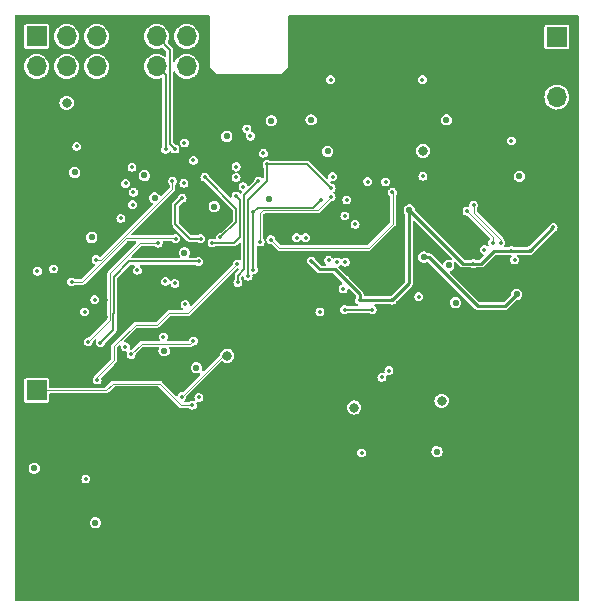
<source format=gbr>
%TF.GenerationSoftware,KiCad,Pcbnew,(6.0.4)*%
%TF.CreationDate,2023-05-19T00:46:40+09:00*%
%TF.ProjectId,RFB,5246422e-6b69-4636-9164-5f7063625858,rev?*%
%TF.SameCoordinates,Original*%
%TF.FileFunction,Copper,L3,Inr*%
%TF.FilePolarity,Positive*%
%FSLAX46Y46*%
G04 Gerber Fmt 4.6, Leading zero omitted, Abs format (unit mm)*
G04 Created by KiCad (PCBNEW (6.0.4)) date 2023-05-19 00:46:40*
%MOMM*%
%LPD*%
G01*
G04 APERTURE LIST*
%TA.AperFunction,ComponentPad*%
%ADD10C,0.970000*%
%TD*%
%TA.AperFunction,ComponentPad*%
%ADD11C,2.600000*%
%TD*%
%TA.AperFunction,ComponentPad*%
%ADD12R,1.700000X1.700000*%
%TD*%
%TA.AperFunction,ComponentPad*%
%ADD13O,1.700000X1.700000*%
%TD*%
%TA.AperFunction,ComponentPad*%
%ADD14C,0.500000*%
%TD*%
%TA.AperFunction,ViaPad*%
%ADD15C,0.350000*%
%TD*%
%TA.AperFunction,ViaPad*%
%ADD16C,0.550000*%
%TD*%
%TA.AperFunction,ViaPad*%
%ADD17C,0.800000*%
%TD*%
%TA.AperFunction,Conductor*%
%ADD18C,0.090000*%
%TD*%
%TA.AperFunction,Conductor*%
%ADD19C,0.160000*%
%TD*%
%TA.AperFunction,Conductor*%
%ADD20C,0.101600*%
%TD*%
%TA.AperFunction,Conductor*%
%ADD21C,0.250000*%
%TD*%
G04 APERTURE END LIST*
D10*
%TO.N,GND*%
%TO.C,J1*%
X75946000Y-101053400D03*
X68961000Y-101053400D03*
%TD*%
D11*
%TO.N,GND*%
%TO.C,H1*%
X77673200Y-95478600D03*
%TD*%
D10*
%TO.N,GND*%
%TO.C,J2*%
X63423800Y-101053400D03*
X56438800Y-101053400D03*
%TD*%
D12*
%TO.N,/3V3D*%
%TO.C,J9*%
X34950400Y-88138000D03*
D13*
%TO.N,GND*%
X34950400Y-90678000D03*
%TD*%
D11*
%TO.N,GND*%
%TO.C,H2*%
X73126600Y-60452000D03*
%TD*%
D14*
%TO.N,GND*%
%TO.C,U7*%
X59944700Y-78543600D03*
X58944700Y-79543600D03*
X58944700Y-78543600D03*
X57944700Y-78543600D03*
X57944700Y-79543600D03*
X58944700Y-80543600D03*
X59944700Y-80543600D03*
X57944700Y-80543600D03*
X59944700Y-79543600D03*
%TD*%
%TO.N,GND*%
%TO.C,U9*%
X73346593Y-77758610D03*
X74053700Y-77051503D03*
X72639486Y-78465717D03*
X74053700Y-78465717D03*
X73346593Y-79172824D03*
X74760807Y-77758610D03*
X74053700Y-79879931D03*
X74760807Y-79172824D03*
X75467914Y-78465717D03*
%TD*%
D12*
%TO.N,/3V6*%
%TO.C,J7*%
X34950400Y-58166000D03*
D13*
X34950400Y-60706000D03*
%TO.N,VCC*%
X37490400Y-58166000D03*
X37490400Y-60706000D03*
%TO.N,/12V*%
X40030400Y-58166000D03*
X40030400Y-60706000D03*
%TO.N,GND*%
X42570400Y-58166000D03*
X42570400Y-60706000D03*
%TO.N,/LNA_EN1*%
X45110400Y-58166000D03*
%TO.N,/LNA_EN2*%
X45110400Y-60706000D03*
%TO.N,/LNA_S1*%
X47650400Y-58166000D03*
%TO.N,/LNA_S2*%
X47650400Y-60706000D03*
%TD*%
D14*
%TO.N,GND*%
%TO.C,U8*%
X66594100Y-92342400D03*
X64594100Y-91342400D03*
X66594100Y-90342400D03*
X64594100Y-90342400D03*
X65594100Y-91342400D03*
X65594100Y-90342400D03*
X66594100Y-91342400D03*
X64594100Y-92342400D03*
X65594100Y-92342400D03*
%TD*%
D12*
%TO.N,/12V*%
%TO.C,J6*%
X78994000Y-58216800D03*
D13*
%TO.N,GND*%
X78994000Y-60756800D03*
%TO.N,/3V6*%
X78994000Y-63296800D03*
%TD*%
D14*
%TO.N,GND*%
%TO.C,IC3*%
X63736200Y-68417900D03*
X63736200Y-67142900D03*
X65011200Y-68417900D03*
X62461200Y-68417900D03*
X63736200Y-69692900D03*
X61186200Y-68417900D03*
X61186200Y-67142900D03*
X62461200Y-69692900D03*
X65011200Y-64592900D03*
X66286200Y-67142900D03*
X63736200Y-64592900D03*
X66286200Y-69692900D03*
X63736200Y-65867900D03*
X61186200Y-64592900D03*
X66286200Y-68417900D03*
X62461200Y-67142900D03*
X66286200Y-64592900D03*
X65011200Y-65867900D03*
X62461200Y-65867900D03*
X66286200Y-65867900D03*
X65011200Y-69692900D03*
X62461200Y-64592900D03*
X61186200Y-69692900D03*
X65011200Y-67142900D03*
X61186200Y-65867900D03*
%TD*%
D11*
%TO.N,GND*%
%TO.C,H3*%
X51765200Y-98018600D03*
%TD*%
D10*
%TO.N,GND*%
%TO.C,J3*%
X39941500Y-101053400D03*
X46926500Y-101053400D03*
%TD*%
D14*
%TO.N,GND*%
%TO.C,U4*%
X43422800Y-83203800D03*
X43452800Y-79203800D03*
X40722800Y-80473800D03*
X41992800Y-83203800D03*
X43452800Y-80473800D03*
X41992800Y-80473800D03*
X44722800Y-81933800D03*
X43452800Y-81933800D03*
X41992800Y-81933800D03*
X44722800Y-80473800D03*
X41992800Y-79203800D03*
X40722800Y-81933800D03*
%TD*%
%TO.N,GND*%
%TO.C,IC5*%
X42451200Y-96111600D03*
X43701200Y-96111600D03*
X43701200Y-97361600D03*
X42451200Y-97361600D03*
%TD*%
D15*
%TO.N,GND*%
X49428400Y-90398600D03*
X50038000Y-90043000D03*
X50647600Y-90398600D03*
X51866800Y-89687400D03*
X51257200Y-90043000D03*
X50038000Y-89331800D03*
X49428400Y-88976200D03*
X50038000Y-88620600D03*
X50038000Y-87909400D03*
X49428399Y-89687400D03*
X50647600Y-89687400D03*
X54838600Y-83261200D03*
X50571399Y-83261200D03*
X51282600Y-83261200D03*
X50571399Y-82143600D03*
X51282600Y-82143600D03*
X62743105Y-85780905D03*
X35763200Y-85928200D03*
X33883600Y-85928200D03*
X56769000Y-74498200D03*
%TO.N,/STM_GPA3*%
X49199800Y-70078600D03*
X50520600Y-75184000D03*
%TO.N,/STM_GPA8*%
X54152800Y-68046600D03*
%TO.N,/STM_GPB5*%
X48234600Y-68656200D03*
%TO.N,/STM_GPB12*%
X51841400Y-69189600D03*
%TO.N,/STM_GPA4*%
X51841400Y-70104000D03*
%TO.N,/STM_GPA5*%
X52425600Y-70891400D03*
%TO.N,/STM_GPA1*%
X51841400Y-71678800D03*
%TO.N,/STM_GPA0*%
X48844200Y-75285600D03*
%TO.N,/STM_GPA1*%
X49809400Y-75641200D03*
%TO.N,/STM_GPA0*%
X47269400Y-71856600D03*
%TO.N,/STM_GPB8*%
X47421800Y-70586600D03*
%TO.N,/STM_GPB4*%
X47472600Y-67183000D03*
%TO.N,GND*%
X43992800Y-72593200D03*
X41532816Y-71932800D03*
X42244016Y-71932800D03*
X47396400Y-79984600D03*
X48260000Y-79273400D03*
X44932600Y-69596000D03*
D16*
%TO.N,VCC*%
X44942463Y-71831200D03*
D15*
%TO.N,GND*%
X48234600Y-74498200D03*
X48437800Y-82143600D03*
X47015400Y-82143600D03*
X46304200Y-82143600D03*
X47726600Y-82143600D03*
X43027600Y-63500000D03*
X43988984Y-63500000D03*
X42062400Y-63500000D03*
X43455584Y-66675000D03*
X41529000Y-65049400D03*
X42490384Y-65049400D03*
X39319200Y-72872600D03*
X35737800Y-79679800D03*
X34315400Y-79679800D03*
X33604200Y-79679800D03*
X35737800Y-78968600D03*
X33604201Y-78968600D03*
X36449000Y-78968600D03*
X34315400Y-78968600D03*
X78130400Y-92024199D03*
X79400400Y-87426800D03*
X78841600Y-89890600D03*
X77419200Y-89890600D03*
X77419200Y-92735400D03*
X77419200Y-89179400D03*
X79552800Y-91313000D03*
X78841600Y-92735400D03*
X79552800Y-90601800D03*
X78130400Y-91313000D03*
X78841600Y-89179400D03*
X78181200Y-87426800D03*
X78130400Y-92735400D03*
X79552800Y-89179400D03*
X78841600Y-90601800D03*
X79552800Y-92024200D03*
X79552800Y-89890600D03*
X78841600Y-91313000D03*
X79552800Y-88468200D03*
X78790800Y-85648800D03*
X77419200Y-91313000D03*
X78841600Y-92024200D03*
X78790800Y-86360000D03*
X78181200Y-86004400D03*
X77419200Y-92024200D03*
X79400401Y-86004400D03*
X78181200Y-86715600D03*
X78130400Y-88468200D03*
X78130400Y-89179400D03*
X77419200Y-90601800D03*
X77419200Y-88468200D03*
X79552800Y-92735400D03*
X78130400Y-89890600D03*
X78790800Y-87071200D03*
X78130400Y-90601800D03*
X79400400Y-86715600D03*
X78841600Y-88468200D03*
X38658800Y-73787000D03*
%TO.N,/3V3D*%
X35026600Y-78028800D03*
%TO.N,Net-(R1-Pad1)*%
X36398200Y-77851000D03*
%TO.N,GND*%
X45770800Y-104063800D03*
X60807600Y-90398600D03*
X57724117Y-90744117D03*
X70891400Y-93726000D03*
X74549000Y-65684400D03*
X48945800Y-74498200D03*
X72847200Y-64846200D03*
X71424800Y-64846200D03*
X65968906Y-95153506D03*
X70378294Y-99435894D03*
X76123800Y-82575400D03*
X41097200Y-104063800D03*
X45161200Y-90678000D03*
X50088800Y-67513200D03*
X66217800Y-87985600D03*
X68173600Y-59639200D03*
X64449883Y-96281317D03*
X68910200Y-70129400D03*
X58729906Y-91749906D03*
X61341000Y-74498200D03*
X67360800Y-94081600D03*
X67843400Y-88392000D03*
X46736000Y-87655400D03*
X59801811Y-89392811D03*
X58572400Y-61061600D03*
X76123800Y-81864200D03*
X58572400Y-58928000D03*
X57581800Y-101930200D03*
X42697400Y-92735400D03*
D16*
X39903400Y-98374200D03*
D15*
X62306200Y-72390000D03*
X45872400Y-97078800D03*
X74980800Y-87198199D03*
X60452000Y-63042800D03*
X67005200Y-63042800D03*
X44450000Y-90373200D03*
X59283600Y-59639200D03*
X71846517Y-92364483D03*
X74803000Y-104774999D03*
X55778400Y-66319400D03*
X74803000Y-101930200D03*
X47726600Y-83261200D03*
X44450000Y-95351600D03*
X62006506Y-99385094D03*
D16*
X36042600Y-96494600D03*
D15*
X45161200Y-94234000D03*
X75514200Y-101930200D03*
X67843400Y-86969600D03*
X44450000Y-91795600D03*
X45872400Y-96367600D03*
X70881189Y-99938789D03*
X64185800Y-95631000D03*
X68529200Y-76428600D03*
X74803000Y-104063800D03*
X74863883Y-89347117D03*
X73939400Y-66040000D03*
X59283600Y-58928000D03*
D16*
X61290339Y-97706078D03*
D15*
X40386000Y-103352600D03*
X72567800Y-83794600D03*
X44399200Y-68351400D03*
X71328306Y-89453694D03*
X65341500Y-93929200D03*
X74980800Y-86487000D03*
X42697400Y-93446600D03*
X73939400Y-65328800D03*
X73837800Y-67589400D03*
X42697400Y-92024200D03*
X67884117Y-94604917D03*
X62306200Y-76631800D03*
X51993801Y-82143600D03*
X63444094Y-97287106D03*
X38887400Y-71932800D03*
X70205600Y-84785200D03*
X46482000Y-102641400D03*
X45770800Y-103352600D03*
X64592200Y-82931000D03*
X70205600Y-86207599D03*
D16*
X70243700Y-96875600D03*
D15*
X62992000Y-105486200D03*
X70104000Y-102641400D03*
X62280800Y-102641400D03*
X46228000Y-75819000D03*
X62773483Y-94554117D03*
X40386000Y-101930200D03*
X79227577Y-79192223D03*
X49047400Y-73406000D03*
X70535800Y-82702400D03*
X69392800Y-101930200D03*
X72572777Y-98582377D03*
X76123800Y-81153000D03*
X69596000Y-61061600D03*
X59090611Y-99252989D03*
X69392800Y-104063800D03*
X64617600Y-73456800D03*
X41097200Y-103352600D03*
X60223400Y-83261200D03*
X45161200Y-99212400D03*
D16*
X38887400Y-87172800D03*
D15*
X65354200Y-94640400D03*
X72852306Y-91358694D03*
X50469800Y-73406000D03*
X50368200Y-74498200D03*
X40843200Y-95758000D03*
X70205600Y-94081600D03*
X51181000Y-73406000D03*
X40386000Y-102641400D03*
X45161200Y-89966800D03*
X62270589Y-95057011D03*
X56870600Y-104774999D03*
X74803000Y-105486200D03*
X48336200Y-73406000D03*
X36550601Y-80797400D03*
X74803000Y-102641400D03*
X38176200Y-89306400D03*
X46863001Y-85354212D03*
X55905400Y-84328000D03*
X57581800Y-104774999D03*
X57150000Y-61061600D03*
X74549000Y-64262000D03*
X65323694Y-82377306D03*
X58851800Y-66827400D03*
X71064094Y-97073694D03*
X49758600Y-73406000D03*
X55727600Y-73406000D03*
X68173600Y-58216801D03*
X62992000Y-104774999D03*
X35814000Y-64871600D03*
X61503611Y-99887989D03*
X58318400Y-87833200D03*
X70205600Y-88341200D03*
X66217800Y-88696800D03*
X66548000Y-87122000D03*
X42697400Y-91312999D03*
X66471800Y-95656400D03*
X74549000Y-64973200D03*
X70104000Y-105486200D03*
D16*
X62852300Y-92354400D03*
D15*
X76987400Y-81026000D03*
X46360106Y-85857106D03*
X76758800Y-64668400D03*
D16*
X68541900Y-90449400D03*
D15*
X41097200Y-105486200D03*
X71729600Y-81153000D03*
X63946989Y-96784211D03*
X45161200Y-91389200D03*
X63362917Y-87340517D03*
X73797212Y-100822812D03*
X36550601Y-82753200D03*
X63240766Y-86278566D03*
X60223400Y-75463400D03*
X59283600Y-58216800D03*
X68940706Y-78379294D03*
X59283600Y-60350400D03*
X46482000Y-104063800D03*
X62280800Y-104063800D03*
X41097200Y-102641400D03*
X70322517Y-90459483D03*
X56870600Y-101930200D03*
X60096400Y-98247200D03*
X59512200Y-75463400D03*
X62992000Y-103352600D03*
X37769800Y-81711800D03*
X68884800Y-58928000D03*
X44450000Y-91084400D03*
X54127401Y-82143600D03*
X66929129Y-79385082D03*
X75514200Y-102641400D03*
X80035400Y-74498200D03*
X61569600Y-72618600D03*
X45770800Y-102641400D03*
D16*
X60388500Y-96799400D03*
D15*
X60690811Y-87792611D03*
X74980800Y-88620600D03*
D16*
X61379100Y-94107000D03*
D15*
X71500872Y-71170672D03*
X42773600Y-100126800D03*
X67691000Y-97815400D03*
X75514200Y-104063800D03*
X63865811Y-87843411D03*
X66192400Y-80467200D03*
X44450000Y-93929200D03*
X58851800Y-99974400D03*
X55905400Y-88595200D03*
X68437812Y-77876399D03*
X74360989Y-89850011D03*
X40284400Y-76022200D03*
X45161200Y-92811600D03*
X64465200Y-72593200D03*
X74447400Y-68656200D03*
X49860200Y-82143600D03*
X80035400Y-78054200D03*
X57861200Y-58928000D03*
X68351400Y-69697600D03*
X36550601Y-80086200D03*
X42697400Y-94157800D03*
X74803000Y-103352600D03*
X73858094Y-90352906D03*
X45770800Y-105486200D03*
X72136000Y-64846200D03*
X67843400Y-86258399D03*
X73355200Y-90855800D03*
X56870600Y-105486200D03*
X45161200Y-96367600D03*
X41275000Y-75158600D03*
X64688694Y-95128106D03*
X69596000Y-58216800D03*
X66192400Y-81178400D03*
X56215434Y-89235434D03*
X69392800Y-102641400D03*
X69392800Y-96113600D03*
X45872400Y-100634800D03*
X47365895Y-85857106D03*
D16*
X42961400Y-88453200D03*
D15*
X41554400Y-96469200D03*
X62992000Y-102641400D03*
X64368706Y-88346306D03*
X64465200Y-71882000D03*
X74447400Y-67945000D03*
X79756000Y-73812400D03*
X70825411Y-89956589D03*
X45872400Y-98501200D03*
X69596000Y-59639200D03*
X59207400Y-74498200D03*
X80035400Y-76631800D03*
X61595000Y-76631800D03*
X62357000Y-75463400D03*
X46304200Y-83261200D03*
X69596000Y-58928000D03*
X59334400Y-73406000D03*
X40821616Y-71932800D03*
D16*
X41783000Y-86080600D03*
D15*
X57581800Y-105486200D03*
X56438800Y-73406000D03*
X44450000Y-93218000D03*
X70104000Y-101930200D03*
X73075672Y-99085272D03*
X70104000Y-103352600D03*
X37261800Y-80797400D03*
X37312600Y-74650600D03*
D16*
X62191900Y-98602800D03*
X68440300Y-98653600D03*
D15*
X69911011Y-71130211D03*
X60452000Y-62331600D03*
X55905400Y-85039200D03*
X67005200Y-63754000D03*
X68732400Y-67132200D03*
X68884800Y-59639200D03*
X58801000Y-75463400D03*
X42697400Y-90601800D03*
D16*
X69339442Y-97764600D03*
D15*
X62204600Y-74777600D03*
X37261800Y-83464400D03*
X76123800Y-83286600D03*
X60553600Y-72847200D03*
X44450000Y-92506799D03*
X72567800Y-87350600D03*
X71831200Y-88950800D03*
X72567800Y-88061800D03*
X65826589Y-81874411D03*
X41148000Y-98704400D03*
X70104000Y-104063800D03*
X67934918Y-79385082D03*
X68783200Y-94081600D03*
X62280800Y-105486200D03*
X59055000Y-63020000D03*
X42087800Y-89535000D03*
X40386000Y-105486200D03*
X44399200Y-99415600D03*
X60045600Y-73406000D03*
X63881000Y-82931000D03*
X41656000Y-67818000D03*
X57150000Y-58216800D03*
X58572400Y-59639200D03*
X66979800Y-60785000D03*
X57912000Y-73406000D03*
X74980800Y-87909400D03*
X57581800Y-104063800D03*
X67934918Y-78379294D03*
X52705000Y-82143600D03*
X67432023Y-78882188D03*
X61645799Y-75463400D03*
X67843400Y-84836000D03*
X58796023Y-88387023D03*
X69392800Y-104774999D03*
X41097200Y-104774999D03*
X48615600Y-85191600D03*
X66182317Y-96306717D03*
X60477400Y-60782200D03*
X69596000Y-60350400D03*
X68884800Y-60350400D03*
X55905400Y-87884000D03*
D16*
X45501400Y-88453200D03*
D15*
X74549000Y-66395600D03*
X59298917Y-88889917D03*
X62458600Y-82931000D03*
X44450000Y-89662000D03*
X57861200Y-58216800D03*
X58587588Y-100822812D03*
X56718328Y-89738328D03*
X76047600Y-64668400D03*
X75514200Y-104774999D03*
X70413906Y-71633106D03*
X45770800Y-104774999D03*
X73837800Y-68300600D03*
X45872400Y-95656400D03*
X58572400Y-58216800D03*
X40817800Y-70002400D03*
X66045106Y-86619106D03*
X37261801Y-80086200D03*
X71566989Y-97576589D03*
X74980800Y-85064600D03*
X42087800Y-90957400D03*
X45161200Y-94945200D03*
X68884800Y-58216800D03*
X73578566Y-99588166D03*
X46482000Y-104774999D03*
X41097200Y-101930200D03*
X60934600Y-75463400D03*
X70307200Y-60350400D03*
X70205600Y-84074000D03*
X73939400Y-66751200D03*
X58227011Y-91247011D03*
X62280800Y-101930200D03*
X63068200Y-75463400D03*
X70307200Y-58216801D03*
X71729600Y-81864200D03*
X68437812Y-78882188D03*
X46863000Y-86360000D03*
X72567800Y-84505800D03*
X66685211Y-96809611D03*
X63530506Y-94711494D03*
X45872400Y-97789999D03*
X42087800Y-92379800D03*
X43764200Y-74498200D03*
X56870600Y-103352600D03*
X57150000Y-60350400D03*
X58496201Y-74498200D03*
X70307200Y-59639200D03*
X61777906Y-101325706D03*
X45770800Y-101930200D03*
X47015400Y-83261200D03*
X59593506Y-98750094D03*
X55346600Y-74498200D03*
X45161200Y-93522800D03*
X44450000Y-96062799D03*
X45161200Y-95656400D03*
X40821616Y-70971416D03*
X56870600Y-102641400D03*
X44450000Y-97282000D03*
X68387011Y-95107811D03*
X61193706Y-88295506D03*
X45872400Y-99923600D03*
X44399200Y-100126800D03*
X69443600Y-67640200D03*
X45161200Y-92100400D03*
X69392800Y-103352600D03*
X42697400Y-89890600D03*
X70104000Y-104774999D03*
X40690800Y-73736200D03*
D16*
X37973000Y-96977200D03*
D15*
X54127400Y-83261200D03*
X59232800Y-92252800D03*
X72349411Y-91861589D03*
X42087800Y-90246200D03*
X61696600Y-88798400D03*
X72567800Y-86639399D03*
X46482000Y-105486200D03*
X70713600Y-64846200D03*
X46482000Y-103352600D03*
X44450000Y-97993200D03*
X61442600Y-82931000D03*
X64114706Y-73959694D03*
X68173600Y-60350400D03*
X65542211Y-86116211D03*
X62941200Y-97790000D03*
X72069883Y-98079483D03*
X67106800Y-94742000D03*
X47269400Y-84632800D03*
X61767694Y-95559906D03*
X75514200Y-103352600D03*
X57150000Y-58928000D03*
X74447400Y-67233800D03*
X60452000Y-63754000D03*
X63169800Y-82931000D03*
X68427600Y-65278000D03*
X42087800Y-91668600D03*
X36068000Y-68986400D03*
X62280800Y-103352600D03*
X45872400Y-94945200D03*
X57221223Y-90241223D03*
X70205600Y-87630000D03*
X46482000Y-101930200D03*
X53416200Y-83261200D03*
X67843400Y-85547200D03*
X69875400Y-98933000D03*
X65997700Y-77749400D03*
X42087800Y-93091000D03*
X70891400Y-82092800D03*
X60629800Y-74498200D03*
X70916800Y-72136000D03*
X40821616Y-72894184D03*
X58572400Y-60350400D03*
X72003766Y-71673566D03*
X45161200Y-99923600D03*
X53416201Y-82143600D03*
X66649600Y-94081600D03*
X78724683Y-79695117D03*
X68173600Y-61061600D03*
X68884800Y-61061600D03*
X61275012Y-100822812D03*
X68173600Y-58928000D03*
X41554400Y-95046801D03*
X64871600Y-88849200D03*
X67005200Y-62331600D03*
X62809094Y-71887106D03*
X74980800Y-85775800D03*
X57581800Y-103352600D03*
X45161200Y-97078800D03*
X59283600Y-61061600D03*
X41554400Y-95758001D03*
X69413095Y-70632295D03*
X62814200Y-74320400D03*
X80035400Y-77343000D03*
X41859200Y-98704400D03*
X76758800Y-63957200D03*
X52704999Y-83261200D03*
X57581800Y-102641400D03*
X51993800Y-83261200D03*
X67188106Y-97312506D03*
X42270706Y-100629694D03*
X72567800Y-85217000D03*
X54635400Y-74498200D03*
X75514200Y-105486200D03*
X56870600Y-104063800D03*
X44881800Y-100711000D03*
X71729600Y-82575400D03*
X61264800Y-96062800D03*
X45872400Y-99212400D03*
X37236400Y-64871600D03*
X40843200Y-95046800D03*
D16*
X44231400Y-88453200D03*
D15*
X56057800Y-74498200D03*
X36550601Y-83464400D03*
X74300106Y-101325706D03*
X44450000Y-98704400D03*
X59918600Y-74498200D03*
X37261801Y-82753200D03*
X62992000Y-101930200D03*
X49657000Y-74498200D03*
X34645600Y-68986400D03*
X69494399Y-94081600D03*
X57150000Y-59639200D03*
X70205600Y-83362800D03*
X79730472Y-78689328D03*
X70307200Y-61061600D03*
X45161200Y-98501200D03*
X58084694Y-101325706D03*
X58623200Y-73406000D03*
X45339000Y-101269800D03*
D16*
X68186300Y-92329000D03*
D15*
X70205600Y-85496400D03*
X67843400Y-87680800D03*
X45847000Y-86360000D03*
X80035400Y-75920600D03*
X80035400Y-75209400D03*
X42697400Y-89179400D03*
X70307200Y-58928000D03*
X37490400Y-68986400D03*
X45161200Y-97789999D03*
X34391601Y-64871600D03*
X69392800Y-105486200D03*
X74980800Y-84353400D03*
X44450000Y-94640400D03*
X60304706Y-89895706D03*
D16*
X69672200Y-63169800D03*
D15*
X48437800Y-83261200D03*
X70942200Y-69138800D03*
X49860200Y-83261200D03*
X40386000Y-104774999D03*
X65039317Y-85613317D03*
X57861200Y-61061600D03*
X73939400Y-64617600D03*
X77718894Y-80700906D03*
X64033400Y-94208600D03*
X62992000Y-104063800D03*
X57861200Y-60350400D03*
X40386000Y-104063800D03*
X63957072Y-85445472D03*
X41767811Y-101132589D03*
X62280800Y-104774999D03*
X68889906Y-95610706D03*
X57861200Y-59639200D03*
X78221789Y-80198011D03*
X76047600Y-63957200D03*
X63611811Y-74462589D03*
X59055000Y-64925000D03*
X70606894Y-101325706D03*
X71109788Y-100822812D03*
X72567800Y-85928200D03*
X69992189Y-69661989D03*
%TO.N,/3V3D*%
X42087800Y-73558400D03*
X43154600Y-71348600D03*
X38354000Y-67462400D03*
X48133000Y-89382600D03*
X43027600Y-69240400D03*
D16*
X39624000Y-75184000D03*
X38176200Y-69672200D03*
D15*
X43078400Y-72415400D03*
%TO.N,/ADC_REFCLKN*%
X61048900Y-73355200D03*
%TO.N,/ADC_REFCLKP*%
X61912500Y-74066400D03*
%TO.N,Net-(Q1-Pad3)*%
X39116000Y-95631000D03*
%TO.N,/PLL_CE*%
X46456600Y-70408800D03*
X39979600Y-77063600D03*
%TO.N,Net-(C32-Pad1)*%
X46659800Y-79070200D03*
%TO.N,/PLL_RFMXN*%
X64190397Y-87020400D03*
%TO.N,/PLL_RFMXP*%
X64782700Y-86458738D03*
%TO.N,/PLL_RAMPCLK*%
X40360600Y-84099400D03*
X48666400Y-77216000D03*
%TO.N,/PLL_RAMPDIR*%
X39319200Y-84023200D03*
X45237400Y-75666600D03*
%TO.N,Net-(C30-Pad2)*%
X39014400Y-81483200D03*
%TO.N,/PLL_3V3A*%
X47523400Y-80848200D03*
X42474000Y-84449800D03*
D16*
X45745400Y-84785200D03*
D15*
X39878000Y-80441800D03*
X43484800Y-77952600D03*
X45847000Y-78892400D03*
D16*
%TO.N,/IF_VCM*%
X66497200Y-72847200D03*
D15*
X75158232Y-76301232D03*
X62306200Y-80492600D03*
X65049400Y-80492600D03*
X61112400Y-78793100D03*
X78689200Y-74320400D03*
X71927315Y-77399285D03*
X58200464Y-77163471D03*
X76708000Y-76301600D03*
%TO.N,/ADC/ADC_INBN*%
X73558400Y-75641200D03*
X71399400Y-72948800D03*
%TO.N,/ADC/ADC_INBP*%
X71958200Y-72440800D03*
X74244200Y-75641200D03*
%TO.N,/ADC/ADC_INAP*%
X60375800Y-77266800D03*
X56972200Y-75209400D03*
%TO.N,/ADC/ADC_INAN*%
X57734200Y-75209400D03*
X61087000Y-77266800D03*
%TO.N,/PA_EN*%
X51943000Y-77419200D03*
X40081200Y-87249000D03*
%TO.N,/ADC_RESET*%
X54787800Y-75361800D03*
X65074800Y-71348600D03*
%TO.N,Net-(R12-Pad2)*%
X72859900Y-76225400D03*
%TO.N,Net-(C57-Pad2)*%
X63360300Y-81300200D03*
X61023500Y-81300200D03*
%TO.N,Net-(R23-Pad2)*%
X59684700Y-77105200D03*
D16*
%TO.N,/1V8D*%
X58191400Y-65227200D03*
X69634100Y-65227200D03*
D15*
%TO.N,/ADC_1V8A*%
X60020200Y-70027800D03*
D16*
X59588400Y-67894200D03*
D17*
X67665600Y-67843400D03*
D15*
X64496701Y-70479001D03*
X62986200Y-70457600D03*
X67656950Y-69993750D03*
D17*
%TO.N,/MIX_5VA*%
X61836300Y-89585800D03*
X69243900Y-89010800D03*
D15*
X62471300Y-93421200D03*
D16*
X68846700Y-93319600D03*
D15*
%TO.N,/IFF_3V3A*%
X75414811Y-77086789D03*
D16*
X75590400Y-80010000D03*
D15*
X60903900Y-79543600D03*
D16*
X67729100Y-76837046D03*
D15*
X58940700Y-81483200D03*
D16*
%TO.N,/PA_8VA*%
X39934000Y-99334200D03*
%TO.N,/12V*%
X34747200Y-94716600D03*
X70434200Y-80695800D03*
%TO.N,/3V6*%
X75819000Y-70002400D03*
X69850000Y-77546200D03*
X48488600Y-86207600D03*
D15*
%TO.N,/LNA_EN1*%
X46659800Y-67691000D03*
%TO.N,/LNA_EN2*%
X45872400Y-67716400D03*
%TO.N,/CAN_R*%
X53060600Y-66598800D03*
%TO.N,/CAN_T*%
X52755800Y-65989200D03*
%TO.N,/MCU_REFCLK*%
X42494200Y-70612000D03*
%TO.N,/STM_NRST*%
X46736000Y-75285600D03*
X37922200Y-78943200D03*
%TO.N,VCC*%
X47244000Y-88671400D03*
X67310000Y-80187800D03*
D16*
X51054000Y-66624200D03*
D15*
X59842400Y-61823600D03*
X67614800Y-61823600D03*
D16*
X47472600Y-76479400D03*
D17*
X37490400Y-63779400D03*
D16*
X54813200Y-65303400D03*
X49987200Y-72567800D03*
D17*
X51079400Y-85191600D03*
D16*
X54660800Y-71932800D03*
D15*
X75158600Y-67005200D03*
D16*
X44069000Y-69926200D03*
D15*
%TO.N,/SPI_SCK*%
X53314600Y-77901800D03*
X53314600Y-73050400D03*
X59004200Y-72009000D03*
%TO.N,/SPI_MOSI*%
X54457600Y-68986400D03*
X52857400Y-78460600D03*
X59893200Y-70993000D03*
%TO.N,/SPI_CS_ADC*%
X59893200Y-71755000D03*
X53873400Y-75565000D03*
%TO.N,/ADC/ADC_SDO*%
X61214000Y-72009000D03*
%TO.N,/SPI_CS_PLL*%
X42951400Y-85090000D03*
X48234600Y-83947000D03*
%TO.N,/Generator/MUXOUT*%
X45694600Y-83616800D03*
%TO.N,/SPI_MISO*%
X53721000Y-70408800D03*
X51993800Y-78994000D03*
%TO.N,/Power/2V5_PG*%
X48691800Y-88722200D03*
%TD*%
D18*
%TO.N,/PA_EN*%
X41524279Y-85577321D02*
X40081200Y-87020400D01*
X40081200Y-87020400D02*
X40081200Y-87249000D01*
X41524279Y-84383521D02*
X41524279Y-85577321D01*
X46178920Y-81583080D02*
X45186600Y-82575400D01*
X45186600Y-82575400D02*
X43332400Y-82575400D01*
X43332400Y-82575400D02*
X41524279Y-84383521D01*
X51943000Y-77419200D02*
X47779120Y-81583080D01*
X47779120Y-81583080D02*
X46178920Y-81583080D01*
D19*
%TO.N,/SPI_MISO*%
X52531680Y-71598120D02*
X53721000Y-70408800D01*
X52531680Y-77871920D02*
X52531680Y-71598120D01*
X51993800Y-78994000D02*
X51993800Y-78409800D01*
X51993800Y-78409800D02*
X52531680Y-77871920D01*
%TO.N,/SPI_MOSI*%
X54457600Y-70408800D02*
X54457600Y-68986400D01*
X52857400Y-78460600D02*
X52857400Y-72009000D01*
X52857400Y-72009000D02*
X54457600Y-70408800D01*
%TO.N,/SPI_SCK*%
X53314600Y-77901800D02*
X53314600Y-73050400D01*
D20*
%TO.N,/ADC/ADC_INBN*%
X73558400Y-75107800D02*
X71399400Y-72948800D01*
X73558400Y-75641200D02*
X73558400Y-75107800D01*
%TO.N,/ADC/ADC_INBP*%
X74244200Y-75387200D02*
X71958200Y-73101200D01*
X71958200Y-73101200D02*
X71958200Y-72440800D01*
X74244200Y-75641200D02*
X74244200Y-75387200D01*
D18*
%TO.N,/3V3D*%
X41427400Y-87553800D02*
X40843200Y-88138000D01*
X47193200Y-89382600D02*
X45364400Y-87553800D01*
X45364400Y-87553800D02*
X41427400Y-87553800D01*
X40843200Y-88138000D02*
X34950400Y-88138000D01*
X48133000Y-89382600D02*
X47193200Y-89382600D01*
%TO.N,/ADC_RESET*%
X63093600Y-76047600D02*
X55473600Y-76047600D01*
X65125600Y-74015600D02*
X63093600Y-76047600D01*
X55473600Y-76047600D02*
X54787800Y-75361800D01*
X65074800Y-71348600D02*
X65125600Y-71399400D01*
X65125600Y-71399400D02*
X65125600Y-74015600D01*
D19*
%TO.N,/STM_GPA3*%
X51866800Y-72745600D02*
X51866800Y-73837800D01*
X49199800Y-70078600D02*
X51866800Y-72745600D01*
X51866800Y-73837800D02*
X50520600Y-75184000D01*
%TO.N,/STM_GPA1*%
X52197000Y-72034400D02*
X51841400Y-71678800D01*
X51689000Y-75641200D02*
X52197000Y-75133200D01*
X52197000Y-75133200D02*
X52197000Y-72034400D01*
X49809400Y-75641200D02*
X51689000Y-75641200D01*
%TO.N,/STM_GPA0*%
X47955200Y-75285600D02*
X48844200Y-75285600D01*
X46710600Y-74041000D02*
X47955200Y-75285600D01*
X46710600Y-72415400D02*
X46710600Y-74041000D01*
X47269400Y-71856600D02*
X46710600Y-72415400D01*
D18*
%TO.N,/PLL_CE*%
X46456600Y-71043920D02*
X46456600Y-70408800D01*
X40436920Y-77063600D02*
X46456600Y-71043920D01*
X39979600Y-77063600D02*
X40436920Y-77063600D01*
D19*
%TO.N,/LNA_EN1*%
X46228000Y-67259200D02*
X46228000Y-59283600D01*
X46659800Y-67691000D02*
X46228000Y-67259200D01*
X46228000Y-59283600D02*
X45110400Y-58166000D01*
D18*
%TO.N,/PLL_RAMPDIR*%
X43738800Y-75666600D02*
X41191321Y-78214079D01*
X45237400Y-75666600D02*
X43738800Y-75666600D01*
X41191321Y-78214079D02*
X41191321Y-82151079D01*
X41191321Y-82151079D02*
X39319200Y-84023200D01*
D19*
%TO.N,/LNA_EN2*%
X45872400Y-61468000D02*
X45110400Y-60706000D01*
X45872400Y-67716400D02*
X45872400Y-61468000D01*
D18*
%TO.N,VCC*%
X51079400Y-85191600D02*
X50723800Y-85191600D01*
X50723800Y-85191600D02*
X47244000Y-88671400D01*
%TO.N,/SPI_CS_PLL*%
X47980600Y-84201000D02*
X43840400Y-84201000D01*
X43840400Y-84201000D02*
X42951400Y-85090000D01*
X48234600Y-83947000D02*
X47980600Y-84201000D01*
%TO.N,/STM_NRST*%
X46710600Y-75260200D02*
X46736000Y-75285600D01*
X42494200Y-75260200D02*
X46710600Y-75260200D01*
X38811200Y-78943200D02*
X42494200Y-75260200D01*
X37922200Y-78943200D02*
X38811200Y-78943200D01*
D19*
%TO.N,/PLL_RAMPCLK*%
X41489279Y-78500321D02*
X41489279Y-81599121D01*
X41452800Y-83007200D02*
X40360600Y-84099400D01*
X41489279Y-81599121D02*
X41452800Y-81635600D01*
X41452800Y-81635600D02*
X41452800Y-83007200D01*
X42773600Y-77216000D02*
X41489279Y-78500321D01*
X48666400Y-77216000D02*
X42773600Y-77216000D01*
D21*
%TO.N,/IF_VCM*%
X71049285Y-77399285D02*
X66497200Y-72847200D01*
X75158232Y-76301232D02*
X73673068Y-76301232D01*
X73673068Y-76301232D02*
X72575015Y-77399285D01*
X60204500Y-77885200D02*
X58922193Y-77885200D01*
X76708000Y-76301600D02*
X78689200Y-74320400D01*
X71927315Y-77399285D02*
X71049285Y-77399285D01*
X61112400Y-78793100D02*
X60204500Y-77885200D01*
X72575015Y-77399285D02*
X71927315Y-77399285D01*
X65049400Y-80492600D02*
X62306200Y-80492600D01*
X76708000Y-76301600D02*
X76707632Y-76301232D01*
X66497200Y-79044800D02*
X65049400Y-80492600D01*
X62306200Y-79986900D02*
X62306200Y-80492600D01*
X61112400Y-78793100D02*
X62306200Y-79986900D01*
X66497200Y-72847200D02*
X66497200Y-79044800D01*
X58922193Y-77885200D02*
X58200464Y-77163471D01*
X76707632Y-76301232D02*
X75158232Y-76301232D01*
D19*
%TO.N,Net-(C57-Pad2)*%
X63360300Y-81300200D02*
X61023500Y-81300200D01*
D21*
%TO.N,/IFF_3V3A*%
X72313800Y-81000600D02*
X68150246Y-76837046D01*
X68150246Y-76837046D02*
X67729100Y-76837046D01*
X75590400Y-80010000D02*
X74599800Y-81000600D01*
X74599800Y-81000600D02*
X72313800Y-81000600D01*
D19*
%TO.N,/SPI_SCK*%
X53695600Y-72669400D02*
X58343800Y-72669400D01*
X58343800Y-72669400D02*
X59004200Y-72009000D01*
X53314600Y-73050400D02*
X53695600Y-72669400D01*
%TO.N,/SPI_MOSI*%
X57886600Y-68986400D02*
X54457600Y-68986400D01*
X59893200Y-70993000D02*
X57886600Y-68986400D01*
D18*
%TO.N,/SPI_CS_ADC*%
X59893200Y-71755000D02*
X58764280Y-72883920D01*
X54141480Y-72883920D02*
X53873400Y-73152000D01*
X53873400Y-73152000D02*
X53873400Y-75565000D01*
X58764280Y-72883920D02*
X54141480Y-72883920D01*
%TD*%
%TA.AperFunction,Conductor*%
%TO.N,GND*%
G36*
X49565391Y-56378807D02*
G01*
X49601355Y-56428307D01*
X49606200Y-56458900D01*
X49606200Y-60731400D01*
X50190400Y-61315600D01*
X55626000Y-61315600D01*
X56210200Y-60731400D01*
X56210200Y-59086548D01*
X77943500Y-59086548D01*
X77947882Y-59108576D01*
X77952496Y-59131773D01*
X77955133Y-59145031D01*
X77999448Y-59211352D01*
X78065769Y-59255667D01*
X78075332Y-59257569D01*
X78075334Y-59257570D01*
X78097979Y-59262074D01*
X78124252Y-59267300D01*
X79863748Y-59267300D01*
X79890021Y-59262074D01*
X79912666Y-59257570D01*
X79912668Y-59257569D01*
X79922231Y-59255667D01*
X79988552Y-59211352D01*
X80032867Y-59145031D01*
X80035505Y-59131773D01*
X80040118Y-59108576D01*
X80044500Y-59086548D01*
X80044500Y-57347052D01*
X80032867Y-57288569D01*
X79988552Y-57222248D01*
X79922231Y-57177933D01*
X79912668Y-57176031D01*
X79912666Y-57176030D01*
X79889629Y-57171448D01*
X79863748Y-57166300D01*
X78124252Y-57166300D01*
X78098371Y-57171448D01*
X78075334Y-57176030D01*
X78075332Y-57176031D01*
X78065769Y-57177933D01*
X77999448Y-57222248D01*
X77955133Y-57288569D01*
X77943500Y-57347052D01*
X77943500Y-59086548D01*
X56210200Y-59086548D01*
X56210200Y-56458900D01*
X56229107Y-56400709D01*
X56278607Y-56364745D01*
X56309200Y-56359900D01*
X80751900Y-56359900D01*
X80810091Y-56378807D01*
X80846055Y-56428307D01*
X80850900Y-56458900D01*
X80850900Y-105847100D01*
X80831993Y-105905291D01*
X80782493Y-105941255D01*
X80751900Y-105946100D01*
X33192500Y-105946100D01*
X33134309Y-105927193D01*
X33098345Y-105877693D01*
X33093500Y-105847100D01*
X33093500Y-99328331D01*
X39453646Y-99328331D01*
X39471306Y-99463386D01*
X39474146Y-99469840D01*
X39474147Y-99469844D01*
X39523321Y-99581600D01*
X39526162Y-99588056D01*
X39569983Y-99640188D01*
X39609265Y-99686920D01*
X39609268Y-99686922D01*
X39613804Y-99692319D01*
X39619675Y-99696227D01*
X39619676Y-99696228D01*
X39636616Y-99707504D01*
X39727187Y-99767793D01*
X39733914Y-99769895D01*
X39733917Y-99769896D01*
X39850463Y-99806307D01*
X39850464Y-99806307D01*
X39857195Y-99808410D01*
X39927288Y-99809695D01*
X39986324Y-99810777D01*
X39986326Y-99810777D01*
X39993377Y-99810906D01*
X40000180Y-99809051D01*
X40000182Y-99809051D01*
X40072410Y-99789359D01*
X40124786Y-99775080D01*
X40240858Y-99703812D01*
X40332261Y-99602831D01*
X40391649Y-99480254D01*
X40393401Y-99469844D01*
X40413613Y-99349706D01*
X40413613Y-99349705D01*
X40414247Y-99345937D01*
X40414390Y-99334200D01*
X40413550Y-99328331D01*
X40396081Y-99206355D01*
X40395081Y-99199371D01*
X40338706Y-99075380D01*
X40249796Y-98972196D01*
X40135501Y-98898113D01*
X40005006Y-98859087D01*
X39924455Y-98858595D01*
X39875855Y-98858298D01*
X39875854Y-98858298D01*
X39868804Y-98858255D01*
X39862027Y-98860192D01*
X39862026Y-98860192D01*
X39744622Y-98893746D01*
X39744620Y-98893747D01*
X39737842Y-98895684D01*
X39622650Y-98968365D01*
X39532487Y-99070455D01*
X39474601Y-99193748D01*
X39453646Y-99328331D01*
X33093500Y-99328331D01*
X33093500Y-95631000D01*
X38735819Y-95631000D01*
X38754426Y-95748482D01*
X38808427Y-95854465D01*
X38892535Y-95938573D01*
X38899472Y-95942108D01*
X38899474Y-95942109D01*
X38991578Y-95989038D01*
X38998518Y-95992574D01*
X39006211Y-95993793D01*
X39006213Y-95993793D01*
X39108303Y-96009962D01*
X39116000Y-96011181D01*
X39123697Y-96009962D01*
X39225787Y-95993793D01*
X39225789Y-95993793D01*
X39233482Y-95992574D01*
X39240422Y-95989038D01*
X39332526Y-95942109D01*
X39332528Y-95942108D01*
X39339465Y-95938573D01*
X39423573Y-95854465D01*
X39477574Y-95748482D01*
X39496181Y-95631000D01*
X39477574Y-95513518D01*
X39423573Y-95407535D01*
X39339465Y-95323427D01*
X39332528Y-95319892D01*
X39332526Y-95319891D01*
X39240422Y-95272962D01*
X39240421Y-95272962D01*
X39233482Y-95269426D01*
X39225789Y-95268207D01*
X39225787Y-95268207D01*
X39123697Y-95252038D01*
X39116000Y-95250819D01*
X39108303Y-95252038D01*
X39006213Y-95268207D01*
X39006211Y-95268207D01*
X38998518Y-95269426D01*
X38991579Y-95272962D01*
X38991578Y-95272962D01*
X38899474Y-95319891D01*
X38899472Y-95319892D01*
X38892535Y-95323427D01*
X38808427Y-95407535D01*
X38754426Y-95513518D01*
X38735819Y-95631000D01*
X33093500Y-95631000D01*
X33093500Y-94710731D01*
X34266846Y-94710731D01*
X34284506Y-94845786D01*
X34287346Y-94852240D01*
X34287347Y-94852244D01*
X34336521Y-94964000D01*
X34339362Y-94970456D01*
X34383183Y-95022588D01*
X34422465Y-95069320D01*
X34422468Y-95069322D01*
X34427004Y-95074719D01*
X34432875Y-95078627D01*
X34432876Y-95078628D01*
X34449816Y-95089904D01*
X34540387Y-95150193D01*
X34547114Y-95152295D01*
X34547117Y-95152296D01*
X34663663Y-95188707D01*
X34663664Y-95188707D01*
X34670395Y-95190810D01*
X34740488Y-95192095D01*
X34799524Y-95193177D01*
X34799526Y-95193177D01*
X34806577Y-95193306D01*
X34813380Y-95191451D01*
X34813382Y-95191451D01*
X34885610Y-95171759D01*
X34937986Y-95157480D01*
X35054058Y-95086212D01*
X35145461Y-94985231D01*
X35204849Y-94862654D01*
X35206601Y-94852244D01*
X35226813Y-94732106D01*
X35226813Y-94732105D01*
X35227447Y-94728337D01*
X35227590Y-94716600D01*
X35226750Y-94710731D01*
X35209281Y-94588755D01*
X35208281Y-94581771D01*
X35151906Y-94457780D01*
X35062996Y-94354596D01*
X34948701Y-94280513D01*
X34818206Y-94241487D01*
X34737655Y-94240995D01*
X34689055Y-94240698D01*
X34689054Y-94240698D01*
X34682004Y-94240655D01*
X34675227Y-94242592D01*
X34675226Y-94242592D01*
X34557822Y-94276146D01*
X34557820Y-94276147D01*
X34551042Y-94278084D01*
X34435850Y-94350765D01*
X34345687Y-94452855D01*
X34287801Y-94576148D01*
X34266846Y-94710731D01*
X33093500Y-94710731D01*
X33093500Y-93421200D01*
X62091119Y-93421200D01*
X62109726Y-93538682D01*
X62113262Y-93545621D01*
X62113262Y-93545622D01*
X62131740Y-93581886D01*
X62163727Y-93644665D01*
X62247835Y-93728773D01*
X62254772Y-93732308D01*
X62254774Y-93732309D01*
X62313702Y-93762334D01*
X62353818Y-93782774D01*
X62361511Y-93783993D01*
X62361513Y-93783993D01*
X62463603Y-93800162D01*
X62471300Y-93801381D01*
X62478997Y-93800162D01*
X62581087Y-93783993D01*
X62581089Y-93783993D01*
X62588782Y-93782774D01*
X62628898Y-93762334D01*
X62687826Y-93732309D01*
X62687828Y-93732308D01*
X62694765Y-93728773D01*
X62778873Y-93644665D01*
X62810861Y-93581886D01*
X62829338Y-93545622D01*
X62829338Y-93545621D01*
X62832874Y-93538682D01*
X62851481Y-93421200D01*
X62837845Y-93335106D01*
X62834460Y-93313731D01*
X68366346Y-93313731D01*
X68384006Y-93448786D01*
X68386846Y-93455240D01*
X68386847Y-93455244D01*
X68436021Y-93567000D01*
X68438862Y-93573456D01*
X68482683Y-93625587D01*
X68521965Y-93672320D01*
X68521968Y-93672322D01*
X68526504Y-93677719D01*
X68532375Y-93681627D01*
X68532376Y-93681628D01*
X68549316Y-93692904D01*
X68639887Y-93753193D01*
X68646614Y-93755295D01*
X68646617Y-93755296D01*
X68763163Y-93791707D01*
X68763164Y-93791707D01*
X68769895Y-93793810D01*
X68839988Y-93795095D01*
X68899024Y-93796177D01*
X68899026Y-93796177D01*
X68906077Y-93796306D01*
X68912880Y-93794451D01*
X68912882Y-93794451D01*
X68985110Y-93774759D01*
X69037486Y-93760480D01*
X69153558Y-93689212D01*
X69244961Y-93588231D01*
X69304349Y-93465654D01*
X69306101Y-93455244D01*
X69326313Y-93335106D01*
X69326313Y-93335105D01*
X69326947Y-93331337D01*
X69327090Y-93319600D01*
X69326250Y-93313731D01*
X69310631Y-93204674D01*
X69307781Y-93184771D01*
X69251406Y-93060780D01*
X69162496Y-92957596D01*
X69048201Y-92883513D01*
X68917706Y-92844487D01*
X68837155Y-92843995D01*
X68788555Y-92843698D01*
X68788554Y-92843698D01*
X68781504Y-92843655D01*
X68774727Y-92845592D01*
X68774726Y-92845592D01*
X68657322Y-92879146D01*
X68657320Y-92879147D01*
X68650542Y-92881084D01*
X68535350Y-92953765D01*
X68445187Y-93055855D01*
X68387301Y-93179148D01*
X68366346Y-93313731D01*
X62834460Y-93313731D01*
X62834093Y-93311413D01*
X62834093Y-93311411D01*
X62832874Y-93303718D01*
X62778873Y-93197735D01*
X62694765Y-93113627D01*
X62687828Y-93110092D01*
X62687826Y-93110091D01*
X62595722Y-93063162D01*
X62595721Y-93063162D01*
X62588782Y-93059626D01*
X62581089Y-93058407D01*
X62581087Y-93058407D01*
X62478997Y-93042238D01*
X62471300Y-93041019D01*
X62463603Y-93042238D01*
X62361513Y-93058407D01*
X62361511Y-93058407D01*
X62353818Y-93059626D01*
X62346879Y-93063162D01*
X62346878Y-93063162D01*
X62254774Y-93110091D01*
X62254772Y-93110092D01*
X62247835Y-93113627D01*
X62163727Y-93197735D01*
X62109726Y-93303718D01*
X62108507Y-93311411D01*
X62108507Y-93311413D01*
X62104755Y-93335106D01*
X62091119Y-93421200D01*
X33093500Y-93421200D01*
X33093500Y-89007748D01*
X33899900Y-89007748D01*
X33900848Y-89012512D01*
X33907323Y-89045064D01*
X33911533Y-89066231D01*
X33955848Y-89132552D01*
X34022169Y-89176867D01*
X34031732Y-89178769D01*
X34031734Y-89178770D01*
X34054405Y-89183279D01*
X34080652Y-89188500D01*
X35820148Y-89188500D01*
X35846395Y-89183279D01*
X35869066Y-89178770D01*
X35869068Y-89178769D01*
X35878631Y-89176867D01*
X35944952Y-89132552D01*
X35989267Y-89066231D01*
X35993478Y-89045064D01*
X35999952Y-89012512D01*
X36000900Y-89007748D01*
X36000900Y-88482500D01*
X36019807Y-88424309D01*
X36069307Y-88388345D01*
X36099900Y-88383500D01*
X40809267Y-88383500D01*
X40828580Y-88385402D01*
X40843200Y-88388310D01*
X40938990Y-88369256D01*
X40974801Y-88345328D01*
X41020196Y-88314996D01*
X41028476Y-88302604D01*
X41040789Y-88287601D01*
X41500095Y-87828296D01*
X41554611Y-87800519D01*
X41570098Y-87799300D01*
X45221703Y-87799300D01*
X45279894Y-87818207D01*
X45291707Y-87828296D01*
X46995612Y-89532201D01*
X47007924Y-89547204D01*
X47016204Y-89559596D01*
X47046656Y-89579943D01*
X47097411Y-89613856D01*
X47193200Y-89632910D01*
X47207820Y-89630002D01*
X47227133Y-89628100D01*
X47806454Y-89628100D01*
X47864645Y-89647007D01*
X47876458Y-89657096D01*
X47909535Y-89690173D01*
X47916472Y-89693708D01*
X47916474Y-89693709D01*
X47999723Y-89736126D01*
X48015518Y-89744174D01*
X48023211Y-89745393D01*
X48023213Y-89745393D01*
X48125303Y-89761562D01*
X48133000Y-89762781D01*
X48140697Y-89761562D01*
X48242787Y-89745393D01*
X48242789Y-89745393D01*
X48250482Y-89744174D01*
X48266277Y-89736126D01*
X48349526Y-89693709D01*
X48349528Y-89693708D01*
X48356465Y-89690173D01*
X48440573Y-89606065D01*
X48445350Y-89596691D01*
X48450899Y-89585800D01*
X61230618Y-89585800D01*
X61251256Y-89742562D01*
X61311764Y-89888641D01*
X61408018Y-90014082D01*
X61533459Y-90110336D01*
X61679538Y-90170844D01*
X61836300Y-90191482D01*
X61993062Y-90170844D01*
X62139141Y-90110336D01*
X62264582Y-90014082D01*
X62360836Y-89888641D01*
X62421344Y-89742562D01*
X62441982Y-89585800D01*
X62421344Y-89429038D01*
X62360836Y-89282959D01*
X62264582Y-89157518D01*
X62139141Y-89061264D01*
X62017310Y-89010800D01*
X68638218Y-89010800D01*
X68658856Y-89167562D01*
X68667136Y-89187552D01*
X68719364Y-89313641D01*
X68815618Y-89439082D01*
X68941059Y-89535336D01*
X69087138Y-89595844D01*
X69243900Y-89616482D01*
X69400662Y-89595844D01*
X69546741Y-89535336D01*
X69672182Y-89439082D01*
X69768436Y-89313641D01*
X69820664Y-89187552D01*
X69828944Y-89167562D01*
X69849582Y-89010800D01*
X69828944Y-88854038D01*
X69768436Y-88707959D01*
X69672182Y-88582518D01*
X69546741Y-88486264D01*
X69400662Y-88425756D01*
X69243900Y-88405118D01*
X69087138Y-88425756D01*
X68941059Y-88486264D01*
X68815618Y-88582518D01*
X68719364Y-88707959D01*
X68658856Y-88854038D01*
X68638218Y-89010800D01*
X62017310Y-89010800D01*
X61993062Y-89000756D01*
X61836300Y-88980118D01*
X61679538Y-89000756D01*
X61533459Y-89061264D01*
X61408018Y-89157518D01*
X61311764Y-89282959D01*
X61251256Y-89429038D01*
X61230618Y-89585800D01*
X48450899Y-89585800D01*
X48491038Y-89507022D01*
X48491038Y-89507021D01*
X48494574Y-89500082D01*
X48505052Y-89433929D01*
X48511962Y-89390297D01*
X48513181Y-89382600D01*
X48494574Y-89265118D01*
X48491038Y-89258178D01*
X48491037Y-89258175D01*
X48475273Y-89227236D01*
X48465702Y-89166804D01*
X48493480Y-89112288D01*
X48547997Y-89084511D01*
X48578970Y-89084511D01*
X48684103Y-89101162D01*
X48691800Y-89102381D01*
X48699497Y-89101162D01*
X48801587Y-89084993D01*
X48801589Y-89084993D01*
X48809282Y-89083774D01*
X48826449Y-89075027D01*
X48908326Y-89033309D01*
X48908328Y-89033308D01*
X48915265Y-89029773D01*
X48999373Y-88945665D01*
X49022452Y-88900371D01*
X49049838Y-88846622D01*
X49049838Y-88846621D01*
X49053374Y-88839682D01*
X49071981Y-88722200D01*
X49070452Y-88712547D01*
X49054593Y-88612413D01*
X49054593Y-88612411D01*
X49053374Y-88604718D01*
X48999373Y-88498735D01*
X48915265Y-88414627D01*
X48908328Y-88411092D01*
X48908326Y-88411091D01*
X48816222Y-88364162D01*
X48816221Y-88364162D01*
X48809282Y-88360626D01*
X48801589Y-88359407D01*
X48801587Y-88359407D01*
X48699497Y-88343238D01*
X48691800Y-88342019D01*
X48684103Y-88343238D01*
X48582013Y-88359407D01*
X48582011Y-88359407D01*
X48574318Y-88360626D01*
X48567379Y-88364162D01*
X48567378Y-88364162D01*
X48475274Y-88411091D01*
X48475272Y-88411092D01*
X48468335Y-88414627D01*
X48384227Y-88498735D01*
X48330226Y-88604718D01*
X48329007Y-88612411D01*
X48329007Y-88612413D01*
X48313148Y-88712547D01*
X48311619Y-88722200D01*
X48330226Y-88839682D01*
X48333762Y-88846622D01*
X48333763Y-88846625D01*
X48349527Y-88877564D01*
X48359098Y-88937996D01*
X48331320Y-88992512D01*
X48276803Y-89020289D01*
X48245830Y-89020289D01*
X48140697Y-89003638D01*
X48133000Y-89002419D01*
X48125303Y-89003638D01*
X48023213Y-89019807D01*
X48023211Y-89019807D01*
X48015518Y-89021026D01*
X48008579Y-89024562D01*
X48008578Y-89024562D01*
X47916474Y-89071491D01*
X47916472Y-89071492D01*
X47909535Y-89075027D01*
X47876458Y-89108104D01*
X47821941Y-89135881D01*
X47806454Y-89137100D01*
X47548346Y-89137100D01*
X47490155Y-89118193D01*
X47454191Y-89068693D01*
X47454191Y-89007507D01*
X47478342Y-88968096D01*
X47551573Y-88894865D01*
X47560389Y-88877564D01*
X47602038Y-88795822D01*
X47602038Y-88795821D01*
X47605574Y-88788882D01*
X47624181Y-88671400D01*
X47625875Y-88671668D01*
X47641869Y-88622444D01*
X47651958Y-88610631D01*
X49242189Y-87020400D01*
X63810216Y-87020400D01*
X63811435Y-87028097D01*
X63820994Y-87088448D01*
X63828823Y-87137882D01*
X63832359Y-87144821D01*
X63832359Y-87144822D01*
X63870325Y-87219334D01*
X63882824Y-87243865D01*
X63966932Y-87327973D01*
X63973869Y-87331508D01*
X63973871Y-87331509D01*
X64062768Y-87376804D01*
X64072915Y-87381974D01*
X64080608Y-87383193D01*
X64080610Y-87383193D01*
X64182700Y-87399362D01*
X64190397Y-87400581D01*
X64198094Y-87399362D01*
X64300184Y-87383193D01*
X64300186Y-87383193D01*
X64307879Y-87381974D01*
X64318026Y-87376804D01*
X64406923Y-87331509D01*
X64406925Y-87331508D01*
X64413862Y-87327973D01*
X64497970Y-87243865D01*
X64510470Y-87219334D01*
X64548435Y-87144822D01*
X64548435Y-87144821D01*
X64551971Y-87137882D01*
X64559801Y-87088448D01*
X64569359Y-87028097D01*
X64570578Y-87020400D01*
X64560272Y-86955328D01*
X64556953Y-86934371D01*
X64566525Y-86873939D01*
X64609789Y-86830675D01*
X64670220Y-86821104D01*
X64782700Y-86838919D01*
X64790397Y-86837700D01*
X64892487Y-86821531D01*
X64892489Y-86821531D01*
X64900182Y-86820312D01*
X64912743Y-86813912D01*
X64999226Y-86769847D01*
X64999228Y-86769846D01*
X65006165Y-86766311D01*
X65090273Y-86682203D01*
X65100383Y-86662362D01*
X65140738Y-86583160D01*
X65140738Y-86583159D01*
X65144274Y-86576220D01*
X65146793Y-86560320D01*
X65161662Y-86466435D01*
X65162881Y-86458738D01*
X65159272Y-86435949D01*
X65145493Y-86348951D01*
X65145493Y-86348949D01*
X65144274Y-86341256D01*
X65090273Y-86235273D01*
X65006165Y-86151165D01*
X64999228Y-86147630D01*
X64999226Y-86147629D01*
X64907122Y-86100700D01*
X64907121Y-86100700D01*
X64900182Y-86097164D01*
X64892489Y-86095945D01*
X64892487Y-86095945D01*
X64790397Y-86079776D01*
X64782700Y-86078557D01*
X64775003Y-86079776D01*
X64672913Y-86095945D01*
X64672911Y-86095945D01*
X64665218Y-86097164D01*
X64658279Y-86100700D01*
X64658278Y-86100700D01*
X64566174Y-86147629D01*
X64566172Y-86147630D01*
X64559235Y-86151165D01*
X64475127Y-86235273D01*
X64421126Y-86341256D01*
X64419907Y-86348949D01*
X64419907Y-86348951D01*
X64406128Y-86435949D01*
X64402519Y-86458738D01*
X64403738Y-86466435D01*
X64403738Y-86466436D01*
X64416144Y-86544767D01*
X64406572Y-86605199D01*
X64363308Y-86648463D01*
X64302877Y-86658034D01*
X64190397Y-86640219D01*
X64182700Y-86641438D01*
X64080610Y-86657607D01*
X64080608Y-86657607D01*
X64072915Y-86658826D01*
X64065976Y-86662362D01*
X64065975Y-86662362D01*
X63973871Y-86709291D01*
X63973869Y-86709292D01*
X63966932Y-86712827D01*
X63882824Y-86796935D01*
X63879289Y-86803872D01*
X63879288Y-86803874D01*
X63832359Y-86895978D01*
X63828823Y-86902918D01*
X63827604Y-86910611D01*
X63827604Y-86910613D01*
X63822446Y-86943183D01*
X63810216Y-87020400D01*
X49242189Y-87020400D01*
X50584968Y-85677621D01*
X50639485Y-85649844D01*
X50699917Y-85659415D01*
X50715230Y-85669076D01*
X50776559Y-85716136D01*
X50922638Y-85776644D01*
X51079400Y-85797282D01*
X51236162Y-85776644D01*
X51382241Y-85716136D01*
X51507682Y-85619882D01*
X51603936Y-85494441D01*
X51664444Y-85348362D01*
X51685082Y-85191600D01*
X51664444Y-85034838D01*
X51603936Y-84888759D01*
X51507682Y-84763318D01*
X51382241Y-84667064D01*
X51236162Y-84606556D01*
X51079400Y-84585918D01*
X50922638Y-84606556D01*
X50776559Y-84667064D01*
X50651118Y-84763318D01*
X50554864Y-84888759D01*
X50552381Y-84894754D01*
X50496839Y-85028842D01*
X50496838Y-85028846D01*
X50494356Y-85034838D01*
X50493509Y-85041272D01*
X50492827Y-85046453D01*
X50464678Y-85103533D01*
X49107203Y-86461008D01*
X49052686Y-86488785D01*
X48992254Y-86479214D01*
X48948989Y-86435949D01*
X48939418Y-86375517D01*
X48942885Y-86360905D01*
X48943173Y-86360003D01*
X48946249Y-86353654D01*
X48948001Y-86343244D01*
X48968213Y-86223106D01*
X48968213Y-86223105D01*
X48968847Y-86219337D01*
X48968990Y-86207600D01*
X48968150Y-86201731D01*
X48950681Y-86079755D01*
X48949681Y-86072771D01*
X48893306Y-85948780D01*
X48804396Y-85845596D01*
X48690101Y-85771513D01*
X48559606Y-85732487D01*
X48479055Y-85731995D01*
X48430455Y-85731698D01*
X48430454Y-85731698D01*
X48423404Y-85731655D01*
X48416627Y-85733592D01*
X48416626Y-85733592D01*
X48299222Y-85767146D01*
X48299220Y-85767147D01*
X48292442Y-85769084D01*
X48177250Y-85841765D01*
X48087087Y-85943855D01*
X48029201Y-86067148D01*
X48008246Y-86201731D01*
X48025906Y-86336786D01*
X48028746Y-86343240D01*
X48028747Y-86343244D01*
X48076179Y-86451041D01*
X48080762Y-86461456D01*
X48124583Y-86513588D01*
X48163865Y-86560320D01*
X48163868Y-86560322D01*
X48168404Y-86565719D01*
X48174275Y-86569627D01*
X48174276Y-86569628D01*
X48194605Y-86583160D01*
X48281787Y-86641193D01*
X48288514Y-86643295D01*
X48288517Y-86643296D01*
X48405063Y-86679707D01*
X48405064Y-86679707D01*
X48411795Y-86681810D01*
X48481888Y-86683095D01*
X48540924Y-86684177D01*
X48540926Y-86684177D01*
X48547977Y-86684306D01*
X48554780Y-86682451D01*
X48554782Y-86682451D01*
X48595016Y-86671482D01*
X48650218Y-86656432D01*
X48711332Y-86659368D01*
X48759049Y-86697665D01*
X48775143Y-86756696D01*
X48753466Y-86813912D01*
X48746261Y-86821950D01*
X47304769Y-88263442D01*
X47250252Y-88291219D01*
X47246075Y-88291548D01*
X47244000Y-88291219D01*
X47237827Y-88292197D01*
X47237823Y-88292197D01*
X47134213Y-88308607D01*
X47134211Y-88308607D01*
X47126518Y-88309826D01*
X47119579Y-88313362D01*
X47119578Y-88313362D01*
X47027474Y-88360291D01*
X47027472Y-88360292D01*
X47020535Y-88363827D01*
X46936427Y-88447935D01*
X46932892Y-88454873D01*
X46932889Y-88454877D01*
X46886662Y-88545602D01*
X46843398Y-88588866D01*
X46782965Y-88598437D01*
X46728449Y-88570660D01*
X45561988Y-87404199D01*
X45549676Y-87389196D01*
X45546813Y-87384911D01*
X45546812Y-87384910D01*
X45541396Y-87376804D01*
X45496001Y-87346472D01*
X45460190Y-87322544D01*
X45364400Y-87303490D01*
X45349780Y-87306398D01*
X45330467Y-87308300D01*
X41461333Y-87308300D01*
X41442020Y-87306398D01*
X41427400Y-87303490D01*
X41331611Y-87322544D01*
X41270904Y-87363106D01*
X41270903Y-87363107D01*
X41250404Y-87376804D01*
X41242129Y-87389190D01*
X41229815Y-87404196D01*
X40770507Y-87863504D01*
X40715990Y-87891281D01*
X40700503Y-87892500D01*
X36099900Y-87892500D01*
X36041709Y-87873593D01*
X36005745Y-87824093D01*
X36000900Y-87793500D01*
X36000900Y-87268252D01*
X35997071Y-87249000D01*
X39701019Y-87249000D01*
X39702238Y-87256697D01*
X39704838Y-87273110D01*
X39719626Y-87366482D01*
X39723162Y-87373421D01*
X39723162Y-87373422D01*
X39729018Y-87384914D01*
X39773627Y-87472465D01*
X39857735Y-87556573D01*
X39864672Y-87560108D01*
X39864674Y-87560109D01*
X39956778Y-87607038D01*
X39963718Y-87610574D01*
X39971411Y-87611793D01*
X39971413Y-87611793D01*
X40073503Y-87627962D01*
X40081200Y-87629181D01*
X40088897Y-87627962D01*
X40190987Y-87611793D01*
X40190989Y-87611793D01*
X40198682Y-87610574D01*
X40205622Y-87607038D01*
X40297726Y-87560109D01*
X40297728Y-87560108D01*
X40304665Y-87556573D01*
X40388773Y-87472465D01*
X40433383Y-87384914D01*
X40439238Y-87373422D01*
X40439238Y-87373421D01*
X40442774Y-87366482D01*
X40457563Y-87273110D01*
X40460162Y-87256697D01*
X40461381Y-87249000D01*
X40459469Y-87236926D01*
X40443993Y-87139213D01*
X40443993Y-87139211D01*
X40442774Y-87131518D01*
X40433067Y-87112466D01*
X40423495Y-87052036D01*
X40451272Y-86997517D01*
X41673880Y-85774909D01*
X41688883Y-85762597D01*
X41693168Y-85759734D01*
X41693169Y-85759733D01*
X41701275Y-85754317D01*
X41731607Y-85708922D01*
X41755535Y-85673111D01*
X41774589Y-85577321D01*
X41771681Y-85562701D01*
X41769779Y-85543388D01*
X41769779Y-84526218D01*
X41788686Y-84468027D01*
X41798775Y-84456214D01*
X41932687Y-84322302D01*
X41987204Y-84294525D01*
X42047636Y-84304096D01*
X42090901Y-84347361D01*
X42100472Y-84407792D01*
X42096296Y-84434159D01*
X42093819Y-84449800D01*
X42095038Y-84457497D01*
X42105837Y-84525678D01*
X42112426Y-84567282D01*
X42115962Y-84574221D01*
X42115962Y-84574222D01*
X42159187Y-84659055D01*
X42166427Y-84673265D01*
X42250535Y-84757373D01*
X42257472Y-84760908D01*
X42257474Y-84760909D01*
X42335581Y-84800706D01*
X42356518Y-84811374D01*
X42364211Y-84812593D01*
X42364213Y-84812593D01*
X42466303Y-84828762D01*
X42474000Y-84829981D01*
X42481697Y-84828762D01*
X42481698Y-84828762D01*
X42487090Y-84827908D01*
X42547522Y-84837480D01*
X42590786Y-84880745D01*
X42600357Y-84941177D01*
X42594927Y-84957890D01*
X42595771Y-84958164D01*
X42593362Y-84965578D01*
X42589826Y-84972518D01*
X42588607Y-84980211D01*
X42588607Y-84980213D01*
X42576119Y-85059059D01*
X42571219Y-85090000D01*
X42572438Y-85097697D01*
X42588330Y-85198034D01*
X42589826Y-85207482D01*
X42593362Y-85214421D01*
X42593362Y-85214422D01*
X42617491Y-85261777D01*
X42643827Y-85313465D01*
X42727935Y-85397573D01*
X42734872Y-85401108D01*
X42734874Y-85401109D01*
X42826978Y-85448038D01*
X42833918Y-85451574D01*
X42841611Y-85452793D01*
X42841613Y-85452793D01*
X42943703Y-85468962D01*
X42951400Y-85470181D01*
X42959097Y-85468962D01*
X43061187Y-85452793D01*
X43061189Y-85452793D01*
X43068882Y-85451574D01*
X43075822Y-85448038D01*
X43167926Y-85401109D01*
X43167928Y-85401108D01*
X43174865Y-85397573D01*
X43258973Y-85313465D01*
X43285310Y-85261777D01*
X43309438Y-85214422D01*
X43309438Y-85214421D01*
X43312974Y-85207482D01*
X43314471Y-85198034D01*
X43331581Y-85090000D01*
X43333275Y-85090268D01*
X43349269Y-85041044D01*
X43359358Y-85029231D01*
X43913093Y-84475496D01*
X43967610Y-84447719D01*
X43983097Y-84446500D01*
X45223229Y-84446500D01*
X45281420Y-84465407D01*
X45317384Y-84514907D01*
X45317384Y-84576093D01*
X45312844Y-84587574D01*
X45286001Y-84644748D01*
X45265046Y-84779331D01*
X45282706Y-84914386D01*
X45285546Y-84920840D01*
X45285547Y-84920844D01*
X45333239Y-85029231D01*
X45337562Y-85039056D01*
X45371786Y-85079770D01*
X45420665Y-85137920D01*
X45420668Y-85137922D01*
X45425204Y-85143319D01*
X45431075Y-85147227D01*
X45431076Y-85147228D01*
X45448016Y-85158504D01*
X45538587Y-85218793D01*
X45545314Y-85220895D01*
X45545317Y-85220896D01*
X45661863Y-85257307D01*
X45661864Y-85257307D01*
X45668595Y-85259410D01*
X45738688Y-85260695D01*
X45797724Y-85261777D01*
X45797726Y-85261777D01*
X45804777Y-85261906D01*
X45811580Y-85260051D01*
X45811582Y-85260051D01*
X45883810Y-85240359D01*
X45936186Y-85226080D01*
X46052258Y-85154812D01*
X46143661Y-85053831D01*
X46203049Y-84931254D01*
X46204801Y-84920844D01*
X46225013Y-84800706D01*
X46225013Y-84800705D01*
X46225647Y-84796937D01*
X46225790Y-84785200D01*
X46224950Y-84779331D01*
X46213921Y-84702320D01*
X46206481Y-84650371D01*
X46177430Y-84586476D01*
X46170557Y-84525678D01*
X46200733Y-84472451D01*
X46256431Y-84447127D01*
X46267552Y-84446500D01*
X47946667Y-84446500D01*
X47965980Y-84448402D01*
X47980600Y-84451310D01*
X47990162Y-84449408D01*
X48066825Y-84434159D01*
X48066827Y-84434158D01*
X48076390Y-84432256D01*
X48084963Y-84426528D01*
X48121119Y-84402369D01*
X48149486Y-84383415D01*
X48149487Y-84383414D01*
X48157596Y-84377996D01*
X48163014Y-84369887D01*
X48169908Y-84362993D01*
X48170743Y-84363828D01*
X48211017Y-84332081D01*
X48234706Y-84327851D01*
X48234600Y-84327181D01*
X48344387Y-84309793D01*
X48344389Y-84309793D01*
X48352082Y-84308574D01*
X48360871Y-84304096D01*
X48451126Y-84258109D01*
X48451128Y-84258108D01*
X48458065Y-84254573D01*
X48542173Y-84170465D01*
X48557349Y-84140682D01*
X48592638Y-84071422D01*
X48592638Y-84071421D01*
X48596174Y-84064482D01*
X48600623Y-84036395D01*
X48613562Y-83954697D01*
X48614781Y-83947000D01*
X48609771Y-83915369D01*
X48597393Y-83837213D01*
X48597393Y-83837211D01*
X48596174Y-83829518D01*
X48587081Y-83811672D01*
X48545709Y-83730474D01*
X48545708Y-83730472D01*
X48542173Y-83723535D01*
X48458065Y-83639427D01*
X48451128Y-83635892D01*
X48451126Y-83635891D01*
X48359022Y-83588962D01*
X48359021Y-83588962D01*
X48352082Y-83585426D01*
X48344389Y-83584207D01*
X48344387Y-83584207D01*
X48242297Y-83568038D01*
X48234600Y-83566819D01*
X48226903Y-83568038D01*
X48124813Y-83584207D01*
X48124811Y-83584207D01*
X48117118Y-83585426D01*
X48110179Y-83588962D01*
X48110178Y-83588962D01*
X48018074Y-83635891D01*
X48018072Y-83635892D01*
X48011135Y-83639427D01*
X47927027Y-83723535D01*
X47923492Y-83730472D01*
X47923491Y-83730474D01*
X47882119Y-83811672D01*
X47873026Y-83829518D01*
X47871807Y-83837211D01*
X47871807Y-83837213D01*
X47866300Y-83871986D01*
X47838523Y-83926503D01*
X47784007Y-83954281D01*
X47768519Y-83955500D01*
X46105011Y-83955500D01*
X46046820Y-83936593D01*
X46010856Y-83887093D01*
X46010856Y-83825907D01*
X46016802Y-83811555D01*
X46052636Y-83741228D01*
X46052638Y-83741222D01*
X46056174Y-83734282D01*
X46064138Y-83684002D01*
X46073562Y-83624497D01*
X46074781Y-83616800D01*
X46056174Y-83499318D01*
X46002173Y-83393335D01*
X45918065Y-83309227D01*
X45911128Y-83305692D01*
X45911126Y-83305691D01*
X45819022Y-83258762D01*
X45819021Y-83258762D01*
X45812082Y-83255226D01*
X45804389Y-83254007D01*
X45804387Y-83254007D01*
X45702297Y-83237838D01*
X45694600Y-83236619D01*
X45686903Y-83237838D01*
X45584813Y-83254007D01*
X45584811Y-83254007D01*
X45577118Y-83255226D01*
X45570179Y-83258762D01*
X45570178Y-83258762D01*
X45478074Y-83305691D01*
X45478072Y-83305692D01*
X45471135Y-83309227D01*
X45387027Y-83393335D01*
X45333026Y-83499318D01*
X45314419Y-83616800D01*
X45315638Y-83624497D01*
X45325063Y-83684002D01*
X45333026Y-83734282D01*
X45336562Y-83741222D01*
X45336564Y-83741228D01*
X45372398Y-83811555D01*
X45381970Y-83871987D01*
X45354193Y-83926503D01*
X45299676Y-83954281D01*
X45284189Y-83955500D01*
X43874333Y-83955500D01*
X43855020Y-83953598D01*
X43840400Y-83950690D01*
X43744610Y-83969744D01*
X43708799Y-83993672D01*
X43663404Y-84024004D01*
X43657986Y-84032113D01*
X43655125Y-84036395D01*
X43642812Y-84051399D01*
X43012169Y-84682042D01*
X42957652Y-84709819D01*
X42953475Y-84710148D01*
X42951400Y-84709819D01*
X42945229Y-84710796D01*
X42945221Y-84710797D01*
X42938310Y-84711892D01*
X42877878Y-84702320D01*
X42834614Y-84659055D01*
X42825043Y-84598623D01*
X42830473Y-84581910D01*
X42829629Y-84581636D01*
X42832038Y-84574222D01*
X42835574Y-84567282D01*
X42842164Y-84525678D01*
X42852962Y-84457497D01*
X42854181Y-84449800D01*
X42847528Y-84407792D01*
X42836793Y-84340013D01*
X42836793Y-84340011D01*
X42835574Y-84332318D01*
X42831981Y-84325267D01*
X42785109Y-84233274D01*
X42785108Y-84233272D01*
X42781573Y-84226335D01*
X42697465Y-84142227D01*
X42690528Y-84138692D01*
X42690526Y-84138691D01*
X42598422Y-84091762D01*
X42598421Y-84091762D01*
X42591482Y-84088226D01*
X42583789Y-84087007D01*
X42583787Y-84087007D01*
X42481697Y-84070838D01*
X42474000Y-84069619D01*
X42466303Y-84070838D01*
X42466302Y-84070838D01*
X42431992Y-84076272D01*
X42371560Y-84066700D01*
X42328296Y-84023436D01*
X42318725Y-83963003D01*
X42346502Y-83908487D01*
X43405093Y-82849896D01*
X43459610Y-82822119D01*
X43475097Y-82820900D01*
X45152667Y-82820900D01*
X45171980Y-82822802D01*
X45186600Y-82825710D01*
X45282390Y-82806656D01*
X45318201Y-82782728D01*
X45363596Y-82752396D01*
X45371876Y-82740004D01*
X45384188Y-82725001D01*
X46251613Y-81857576D01*
X46306130Y-81829799D01*
X46321617Y-81828580D01*
X47745187Y-81828580D01*
X47764500Y-81830482D01*
X47779120Y-81833390D01*
X47788682Y-81831488D01*
X47865345Y-81816239D01*
X47865347Y-81816238D01*
X47874910Y-81814336D01*
X47911401Y-81789953D01*
X47956116Y-81760076D01*
X47964396Y-81747684D01*
X47976708Y-81732681D01*
X48226189Y-81483200D01*
X58560519Y-81483200D01*
X58561738Y-81490897D01*
X58576881Y-81586505D01*
X58579126Y-81600682D01*
X58582662Y-81607621D01*
X58582662Y-81607622D01*
X58621548Y-81683939D01*
X58633127Y-81706665D01*
X58717235Y-81790773D01*
X58724172Y-81794308D01*
X58724174Y-81794309D01*
X58816278Y-81841238D01*
X58823218Y-81844774D01*
X58830911Y-81845993D01*
X58830913Y-81845993D01*
X58933003Y-81862162D01*
X58940700Y-81863381D01*
X58948397Y-81862162D01*
X59050487Y-81845993D01*
X59050489Y-81845993D01*
X59058182Y-81844774D01*
X59065122Y-81841238D01*
X59157226Y-81794309D01*
X59157228Y-81794308D01*
X59164165Y-81790773D01*
X59248273Y-81706665D01*
X59259853Y-81683939D01*
X59298738Y-81607622D01*
X59298738Y-81607621D01*
X59302274Y-81600682D01*
X59304520Y-81586505D01*
X59319662Y-81490897D01*
X59320881Y-81483200D01*
X59309952Y-81414193D01*
X59303493Y-81373413D01*
X59303493Y-81373411D01*
X59302274Y-81365718D01*
X59285486Y-81332770D01*
X59251809Y-81266674D01*
X59251808Y-81266672D01*
X59248273Y-81259735D01*
X59164165Y-81175627D01*
X59157228Y-81172092D01*
X59157226Y-81172091D01*
X59065122Y-81125162D01*
X59065121Y-81125162D01*
X59058182Y-81121626D01*
X59050489Y-81120407D01*
X59050487Y-81120407D01*
X58948397Y-81104238D01*
X58940700Y-81103019D01*
X58933003Y-81104238D01*
X58830913Y-81120407D01*
X58830911Y-81120407D01*
X58823218Y-81121626D01*
X58816279Y-81125162D01*
X58816278Y-81125162D01*
X58724174Y-81172091D01*
X58724172Y-81172092D01*
X58717235Y-81175627D01*
X58633127Y-81259735D01*
X58629592Y-81266672D01*
X58629591Y-81266674D01*
X58595914Y-81332770D01*
X58579126Y-81365718D01*
X58577907Y-81373411D01*
X58577907Y-81373413D01*
X58571448Y-81414193D01*
X58560519Y-81483200D01*
X48226189Y-81483200D01*
X51882232Y-77827158D01*
X51936749Y-77799381D01*
X51940924Y-77799052D01*
X51943000Y-77799381D01*
X51949733Y-77798315D01*
X51956376Y-77797263D01*
X52016808Y-77806835D01*
X52060071Y-77850100D01*
X52069642Y-77910533D01*
X52041865Y-77965048D01*
X51830579Y-78176334D01*
X51827924Y-78178626D01*
X51823662Y-78180709D01*
X51802720Y-78203285D01*
X51792347Y-78214467D01*
X51789770Y-78217143D01*
X51777008Y-78229905D01*
X51774594Y-78233424D01*
X51771647Y-78236780D01*
X51758813Y-78250616D01*
X51758811Y-78250619D01*
X51752597Y-78257318D01*
X51749211Y-78265805D01*
X51749210Y-78265807D01*
X51748885Y-78266621D01*
X51738574Y-78285931D01*
X51732909Y-78294189D01*
X51727278Y-78317918D01*
X51722908Y-78331734D01*
X51721057Y-78336373D01*
X51713876Y-78354373D01*
X51713300Y-78360247D01*
X51713300Y-78365237D01*
X51710990Y-78384979D01*
X51710893Y-78386966D01*
X51708782Y-78395861D01*
X51710402Y-78407762D01*
X51712396Y-78422416D01*
X51713300Y-78435766D01*
X51713300Y-78703178D01*
X51694393Y-78761368D01*
X51691733Y-78765029D01*
X51686227Y-78770535D01*
X51682692Y-78777472D01*
X51682691Y-78777474D01*
X51636601Y-78867931D01*
X51632226Y-78876518D01*
X51631007Y-78884211D01*
X51631007Y-78884213D01*
X51614838Y-78986303D01*
X51613619Y-78994000D01*
X51614838Y-79001697D01*
X51625688Y-79070200D01*
X51632226Y-79111482D01*
X51635762Y-79118421D01*
X51635762Y-79118422D01*
X51672540Y-79190602D01*
X51686227Y-79217465D01*
X51770335Y-79301573D01*
X51777272Y-79305108D01*
X51777274Y-79305109D01*
X51869378Y-79352038D01*
X51876318Y-79355574D01*
X51884011Y-79356793D01*
X51884013Y-79356793D01*
X51986103Y-79372962D01*
X51993800Y-79374181D01*
X52001497Y-79372962D01*
X52103587Y-79356793D01*
X52103589Y-79356793D01*
X52111282Y-79355574D01*
X52118222Y-79352038D01*
X52210326Y-79305109D01*
X52210328Y-79305108D01*
X52217265Y-79301573D01*
X52301373Y-79217465D01*
X52315061Y-79190602D01*
X52351838Y-79118422D01*
X52351838Y-79118421D01*
X52355374Y-79111482D01*
X52361913Y-79070200D01*
X52372762Y-79001697D01*
X52373981Y-78994000D01*
X52372762Y-78986303D01*
X52356593Y-78884213D01*
X52356593Y-78884211D01*
X52355374Y-78876518D01*
X52350999Y-78867931D01*
X52304909Y-78777474D01*
X52304908Y-78777472D01*
X52301373Y-78770535D01*
X52295867Y-78765029D01*
X52293207Y-78761368D01*
X52274300Y-78703178D01*
X52274300Y-78566995D01*
X52293207Y-78508804D01*
X52303296Y-78496991D01*
X52321024Y-78479263D01*
X52375541Y-78451486D01*
X52435973Y-78461057D01*
X52479238Y-78504322D01*
X52488809Y-78533779D01*
X52488902Y-78534362D01*
X52495826Y-78578082D01*
X52499362Y-78585021D01*
X52499362Y-78585022D01*
X52536300Y-78657516D01*
X52549827Y-78684065D01*
X52633935Y-78768173D01*
X52640872Y-78771708D01*
X52640874Y-78771709D01*
X52694866Y-78799219D01*
X52739918Y-78822174D01*
X52747611Y-78823393D01*
X52747613Y-78823393D01*
X52849703Y-78839562D01*
X52857400Y-78840781D01*
X52865097Y-78839562D01*
X52967187Y-78823393D01*
X52967189Y-78823393D01*
X52974882Y-78822174D01*
X53019934Y-78799219D01*
X53073926Y-78771709D01*
X53073928Y-78771708D01*
X53080865Y-78768173D01*
X53164973Y-78684065D01*
X53178501Y-78657516D01*
X53215438Y-78585022D01*
X53215438Y-78585021D01*
X53218974Y-78578082D01*
X53225899Y-78534362D01*
X53236362Y-78468297D01*
X53237581Y-78460600D01*
X53233537Y-78435064D01*
X53227231Y-78395248D01*
X53236803Y-78334816D01*
X53280068Y-78291552D01*
X53314795Y-78283215D01*
X53314600Y-78281981D01*
X53424387Y-78264593D01*
X53424389Y-78264593D01*
X53432082Y-78263374D01*
X53443968Y-78257318D01*
X53531126Y-78212909D01*
X53531128Y-78212908D01*
X53538065Y-78209373D01*
X53622173Y-78125265D01*
X53625728Y-78118289D01*
X53672638Y-78026222D01*
X53672638Y-78026221D01*
X53676174Y-78019282D01*
X53680981Y-77988935D01*
X53693562Y-77909497D01*
X53694781Y-77901800D01*
X53680002Y-77808486D01*
X53677393Y-77792013D01*
X53677393Y-77792011D01*
X53676174Y-77784318D01*
X53654211Y-77741213D01*
X53625709Y-77685274D01*
X53625708Y-77685272D01*
X53622173Y-77678335D01*
X53616667Y-77672829D01*
X53614007Y-77669168D01*
X53595100Y-77610978D01*
X53595100Y-77163471D01*
X57820283Y-77163471D01*
X57821502Y-77171168D01*
X57837590Y-77272742D01*
X57838890Y-77280953D01*
X57842426Y-77287892D01*
X57842426Y-77287893D01*
X57886662Y-77374710D01*
X57892891Y-77386936D01*
X57976999Y-77471044D01*
X57983936Y-77474579D01*
X57983938Y-77474580D01*
X58064066Y-77515407D01*
X58082982Y-77525045D01*
X58087854Y-77525817D01*
X58125634Y-77548967D01*
X58678924Y-78102257D01*
X58684758Y-78108624D01*
X58709738Y-78138394D01*
X58743398Y-78157827D01*
X58750682Y-78162468D01*
X58782509Y-78184754D01*
X58790877Y-78186996D01*
X58796164Y-78189462D01*
X58801649Y-78191458D01*
X58809148Y-78195788D01*
X58817674Y-78197291D01*
X58817676Y-78197292D01*
X58847409Y-78202534D01*
X58855843Y-78204404D01*
X58893386Y-78214464D01*
X58902015Y-78213709D01*
X58932098Y-78211077D01*
X58940727Y-78210700D01*
X60028666Y-78210700D01*
X60086857Y-78229607D01*
X60098670Y-78239696D01*
X60726904Y-78867931D01*
X60750054Y-78905709D01*
X60750826Y-78910582D01*
X60754364Y-78917525D01*
X60793330Y-78994000D01*
X60804827Y-79016565D01*
X60811928Y-79023666D01*
X60812952Y-79025676D01*
X60814916Y-79028379D01*
X60814488Y-79028690D01*
X60839705Y-79078183D01*
X60830134Y-79138615D01*
X60786869Y-79181880D01*
X60786577Y-79182001D01*
X60786418Y-79182026D01*
X60785996Y-79182241D01*
X60687374Y-79232491D01*
X60687372Y-79232492D01*
X60680435Y-79236027D01*
X60596327Y-79320135D01*
X60592792Y-79327072D01*
X60592791Y-79327074D01*
X60578270Y-79355574D01*
X60542326Y-79426118D01*
X60523719Y-79543600D01*
X60524938Y-79551297D01*
X60540484Y-79649450D01*
X60542326Y-79661082D01*
X60545862Y-79668021D01*
X60545862Y-79668022D01*
X60588976Y-79752637D01*
X60596327Y-79767065D01*
X60680435Y-79851173D01*
X60687372Y-79854708D01*
X60687374Y-79854709D01*
X60779478Y-79901638D01*
X60786418Y-79905174D01*
X60794111Y-79906393D01*
X60794113Y-79906393D01*
X60896203Y-79922562D01*
X60903900Y-79923781D01*
X60911597Y-79922562D01*
X61013687Y-79906393D01*
X61013689Y-79906393D01*
X61021382Y-79905174D01*
X61028322Y-79901638D01*
X61120426Y-79854709D01*
X61120428Y-79854708D01*
X61127365Y-79851173D01*
X61211473Y-79767065D01*
X61218825Y-79752637D01*
X61261938Y-79668022D01*
X61261938Y-79668021D01*
X61265474Y-79661082D01*
X61269888Y-79633214D01*
X61297667Y-79578698D01*
X61352184Y-79550922D01*
X61412615Y-79560494D01*
X61437673Y-79578699D01*
X61951704Y-80092730D01*
X61979481Y-80147247D01*
X61980700Y-80162734D01*
X61980700Y-80280551D01*
X61969909Y-80325497D01*
X61948163Y-80368175D01*
X61948162Y-80368178D01*
X61944626Y-80375118D01*
X61926019Y-80492600D01*
X61927238Y-80500297D01*
X61935831Y-80554549D01*
X61944626Y-80610082D01*
X61948162Y-80617021D01*
X61948162Y-80617022D01*
X61994282Y-80707537D01*
X61998627Y-80716065D01*
X62082735Y-80800173D01*
X62089672Y-80803708D01*
X62089674Y-80803709D01*
X62146161Y-80832490D01*
X62189426Y-80875755D01*
X62198997Y-80936187D01*
X62171220Y-80990703D01*
X62116703Y-81018481D01*
X62101216Y-81019700D01*
X61314322Y-81019700D01*
X61256132Y-81000793D01*
X61252471Y-80998133D01*
X61246965Y-80992627D01*
X61240028Y-80989092D01*
X61240026Y-80989091D01*
X61147922Y-80942162D01*
X61147921Y-80942162D01*
X61140982Y-80938626D01*
X61133289Y-80937407D01*
X61133287Y-80937407D01*
X61031197Y-80921238D01*
X61023500Y-80920019D01*
X61015803Y-80921238D01*
X60913713Y-80937407D01*
X60913711Y-80937407D01*
X60906018Y-80938626D01*
X60899079Y-80942162D01*
X60899078Y-80942162D01*
X60806974Y-80989091D01*
X60806972Y-80989092D01*
X60800035Y-80992627D01*
X60715927Y-81076735D01*
X60712392Y-81083672D01*
X60712391Y-81083674D01*
X60668401Y-81170010D01*
X60661926Y-81182718D01*
X60660707Y-81190411D01*
X60660707Y-81190413D01*
X60650669Y-81253794D01*
X60643319Y-81300200D01*
X60644538Y-81307897D01*
X60654915Y-81373413D01*
X60661926Y-81417682D01*
X60715927Y-81523665D01*
X60800035Y-81607773D01*
X60806972Y-81611308D01*
X60806974Y-81611309D01*
X60891836Y-81654548D01*
X60906018Y-81661774D01*
X60913711Y-81662993D01*
X60913713Y-81662993D01*
X61015803Y-81679162D01*
X61023500Y-81680381D01*
X61031197Y-81679162D01*
X61133287Y-81662993D01*
X61133289Y-81662993D01*
X61140982Y-81661774D01*
X61155164Y-81654548D01*
X61240026Y-81611309D01*
X61240028Y-81611308D01*
X61246965Y-81607773D01*
X61252471Y-81602267D01*
X61256132Y-81599607D01*
X61314322Y-81580700D01*
X63069478Y-81580700D01*
X63127668Y-81599607D01*
X63131329Y-81602267D01*
X63136835Y-81607773D01*
X63143772Y-81611308D01*
X63143774Y-81611309D01*
X63228636Y-81654548D01*
X63242818Y-81661774D01*
X63250511Y-81662993D01*
X63250513Y-81662993D01*
X63352603Y-81679162D01*
X63360300Y-81680381D01*
X63367997Y-81679162D01*
X63470087Y-81662993D01*
X63470089Y-81662993D01*
X63477782Y-81661774D01*
X63491964Y-81654548D01*
X63576826Y-81611309D01*
X63576828Y-81611308D01*
X63583765Y-81607773D01*
X63667873Y-81523665D01*
X63721874Y-81417682D01*
X63728886Y-81373413D01*
X63739262Y-81307897D01*
X63740481Y-81300200D01*
X63733131Y-81253794D01*
X63723093Y-81190413D01*
X63723093Y-81190411D01*
X63721874Y-81182718D01*
X63715399Y-81170010D01*
X63671409Y-81083674D01*
X63671408Y-81083672D01*
X63667873Y-81076735D01*
X63583765Y-80992627D01*
X63584283Y-80992109D01*
X63552013Y-80947694D01*
X63552012Y-80886509D01*
X63587975Y-80837008D01*
X63646167Y-80818100D01*
X64837351Y-80818100D01*
X64882297Y-80828891D01*
X64924975Y-80850637D01*
X64924978Y-80850638D01*
X64931918Y-80854174D01*
X64939611Y-80855393D01*
X64939613Y-80855393D01*
X65041703Y-80871562D01*
X65049400Y-80872781D01*
X65057097Y-80871562D01*
X65159187Y-80855393D01*
X65159189Y-80855393D01*
X65166882Y-80854174D01*
X65178607Y-80848200D01*
X65265926Y-80803709D01*
X65265928Y-80803708D01*
X65272865Y-80800173D01*
X65356973Y-80716065D01*
X65361319Y-80707537D01*
X65370290Y-80689931D01*
X69953846Y-80689931D01*
X69971506Y-80824986D01*
X69974346Y-80831440D01*
X69974347Y-80831444D01*
X70023521Y-80943200D01*
X70026362Y-80949656D01*
X70062483Y-80992627D01*
X70109465Y-81048520D01*
X70109468Y-81048522D01*
X70114004Y-81053919D01*
X70119875Y-81057827D01*
X70119876Y-81057828D01*
X70136816Y-81069104D01*
X70227387Y-81129393D01*
X70234114Y-81131495D01*
X70234117Y-81131496D01*
X70350663Y-81167907D01*
X70350664Y-81167907D01*
X70357395Y-81170010D01*
X70427488Y-81171295D01*
X70486524Y-81172377D01*
X70486526Y-81172377D01*
X70493577Y-81172506D01*
X70500380Y-81170651D01*
X70500382Y-81170651D01*
X70575149Y-81150267D01*
X70624986Y-81136680D01*
X70741058Y-81065412D01*
X70802807Y-80997193D01*
X70827729Y-80969659D01*
X70827729Y-80969658D01*
X70832461Y-80964431D01*
X70891849Y-80841854D01*
X70893425Y-80832491D01*
X70913813Y-80711306D01*
X70913813Y-80711305D01*
X70914447Y-80707537D01*
X70914590Y-80695800D01*
X70913750Y-80689931D01*
X70896281Y-80567955D01*
X70895281Y-80560971D01*
X70838906Y-80436980D01*
X70749996Y-80333796D01*
X70635701Y-80259713D01*
X70505206Y-80220687D01*
X70424655Y-80220195D01*
X70376055Y-80219898D01*
X70376054Y-80219898D01*
X70369004Y-80219855D01*
X70362227Y-80221792D01*
X70362226Y-80221792D01*
X70244822Y-80255346D01*
X70244820Y-80255347D01*
X70238042Y-80257284D01*
X70122850Y-80329965D01*
X70032687Y-80432055D01*
X69974801Y-80555348D01*
X69953846Y-80689931D01*
X65370290Y-80689931D01*
X65407438Y-80617022D01*
X65407438Y-80617021D01*
X65410974Y-80610082D01*
X65411746Y-80605210D01*
X65434896Y-80567430D01*
X65814526Y-80187800D01*
X66929819Y-80187800D01*
X66931038Y-80195497D01*
X66941817Y-80263551D01*
X66948426Y-80305282D01*
X66951962Y-80312221D01*
X66951962Y-80312222D01*
X66983634Y-80374381D01*
X67002427Y-80411265D01*
X67086535Y-80495373D01*
X67093472Y-80498908D01*
X67093474Y-80498909D01*
X67168411Y-80537091D01*
X67192518Y-80549374D01*
X67200211Y-80550593D01*
X67200213Y-80550593D01*
X67302303Y-80566762D01*
X67310000Y-80567981D01*
X67317697Y-80566762D01*
X67419787Y-80550593D01*
X67419789Y-80550593D01*
X67427482Y-80549374D01*
X67451589Y-80537091D01*
X67526526Y-80498909D01*
X67526528Y-80498908D01*
X67533465Y-80495373D01*
X67617573Y-80411265D01*
X67636367Y-80374381D01*
X67668038Y-80312222D01*
X67668038Y-80312221D01*
X67671574Y-80305282D01*
X67678184Y-80263551D01*
X67688962Y-80195497D01*
X67690181Y-80187800D01*
X67688962Y-80180103D01*
X67672793Y-80078013D01*
X67672793Y-80078011D01*
X67671574Y-80070318D01*
X67646821Y-80021737D01*
X67621109Y-79971274D01*
X67621108Y-79971272D01*
X67617573Y-79964335D01*
X67533465Y-79880227D01*
X67526528Y-79876692D01*
X67526526Y-79876691D01*
X67434422Y-79829762D01*
X67434421Y-79829762D01*
X67427482Y-79826226D01*
X67419789Y-79825007D01*
X67419787Y-79825007D01*
X67317697Y-79808838D01*
X67310000Y-79807619D01*
X67302303Y-79808838D01*
X67200213Y-79825007D01*
X67200211Y-79825007D01*
X67192518Y-79826226D01*
X67185579Y-79829762D01*
X67185578Y-79829762D01*
X67093474Y-79876691D01*
X67093472Y-79876692D01*
X67086535Y-79880227D01*
X67002427Y-79964335D01*
X66998892Y-79971272D01*
X66998891Y-79971274D01*
X66973179Y-80021737D01*
X66948426Y-80070318D01*
X66947207Y-80078011D01*
X66947207Y-80078013D01*
X66931038Y-80180103D01*
X66929819Y-80187800D01*
X65814526Y-80187800D01*
X66714269Y-79288058D01*
X66720624Y-79282235D01*
X66750394Y-79257255D01*
X66757316Y-79245267D01*
X66769828Y-79223594D01*
X66774469Y-79216309D01*
X66778519Y-79210526D01*
X66796753Y-79184484D01*
X66798995Y-79176118D01*
X66801462Y-79170827D01*
X66803455Y-79165350D01*
X66807788Y-79157845D01*
X66814426Y-79120196D01*
X66814537Y-79119569D01*
X66816406Y-79111137D01*
X66816565Y-79110545D01*
X66826463Y-79073607D01*
X66823077Y-79034903D01*
X66822700Y-79026275D01*
X66822700Y-73872034D01*
X66841607Y-73813843D01*
X66891107Y-73777879D01*
X66952293Y-73777879D01*
X66991704Y-73802030D01*
X70128561Y-76938887D01*
X70156338Y-76993404D01*
X70146767Y-77053836D01*
X70103502Y-77097101D01*
X70043070Y-77106672D01*
X70030191Y-77103740D01*
X70009336Y-77097503D01*
X69921006Y-77071087D01*
X69840455Y-77070595D01*
X69791855Y-77070298D01*
X69791854Y-77070298D01*
X69784804Y-77070255D01*
X69778027Y-77072192D01*
X69778026Y-77072192D01*
X69660622Y-77105746D01*
X69660620Y-77105747D01*
X69653842Y-77107684D01*
X69538650Y-77180365D01*
X69448487Y-77282455D01*
X69390601Y-77405748D01*
X69389729Y-77411348D01*
X69355001Y-77460948D01*
X69297150Y-77480870D01*
X69238638Y-77462983D01*
X69225415Y-77451889D01*
X68393515Y-76619989D01*
X68387680Y-76613621D01*
X68383455Y-76608586D01*
X68362701Y-76583852D01*
X68329038Y-76564417D01*
X68321757Y-76559778D01*
X68319302Y-76558059D01*
X68289930Y-76537492D01*
X68281562Y-76535250D01*
X68276275Y-76532784D01*
X68270790Y-76530788D01*
X68263291Y-76526458D01*
X68254765Y-76524955D01*
X68254763Y-76524954D01*
X68225030Y-76519712D01*
X68216595Y-76517842D01*
X68187420Y-76510024D01*
X68179053Y-76507782D01*
X68170424Y-76508537D01*
X68140341Y-76511169D01*
X68131712Y-76511546D01*
X68121728Y-76511546D01*
X68063537Y-76492639D01*
X68055014Y-76484794D01*
X68054815Y-76485022D01*
X68049501Y-76480387D01*
X68044896Y-76475042D01*
X67930601Y-76400959D01*
X67800106Y-76361933D01*
X67719555Y-76361441D01*
X67670955Y-76361144D01*
X67670954Y-76361144D01*
X67663904Y-76361101D01*
X67657127Y-76363038D01*
X67657126Y-76363038D01*
X67539722Y-76396592D01*
X67539720Y-76396593D01*
X67532942Y-76398530D01*
X67417750Y-76471211D01*
X67327587Y-76573301D01*
X67269701Y-76696594D01*
X67248746Y-76831177D01*
X67249661Y-76838175D01*
X67258269Y-76904007D01*
X67266406Y-76966232D01*
X67269246Y-76972686D01*
X67269247Y-76972690D01*
X67313029Y-77072192D01*
X67321262Y-77090902D01*
X67360510Y-77137593D01*
X67404365Y-77189766D01*
X67404368Y-77189768D01*
X67408904Y-77195165D01*
X67414775Y-77199073D01*
X67414776Y-77199074D01*
X67438682Y-77214987D01*
X67522287Y-77270639D01*
X67529014Y-77272741D01*
X67529017Y-77272742D01*
X67645563Y-77309153D01*
X67645564Y-77309153D01*
X67652295Y-77311256D01*
X67722388Y-77312541D01*
X67781424Y-77313623D01*
X67781426Y-77313623D01*
X67788477Y-77313752D01*
X67795280Y-77311897D01*
X67795282Y-77311897D01*
X67886364Y-77287065D01*
X67919886Y-77277926D01*
X67983997Y-77238562D01*
X68043476Y-77224227D01*
X68100024Y-77247592D01*
X68105799Y-77252925D01*
X72070531Y-81217657D01*
X72076365Y-81224024D01*
X72101345Y-81253794D01*
X72135005Y-81273227D01*
X72142289Y-81277868D01*
X72174116Y-81300154D01*
X72182483Y-81302396D01*
X72187764Y-81304859D01*
X72193254Y-81306857D01*
X72200755Y-81311188D01*
X72224908Y-81315447D01*
X72239022Y-81317936D01*
X72247451Y-81319805D01*
X72276630Y-81327623D01*
X72284994Y-81329864D01*
X72323709Y-81326477D01*
X72332338Y-81326100D01*
X74581266Y-81326100D01*
X74589895Y-81326477D01*
X74628607Y-81329864D01*
X74666150Y-81319804D01*
X74674584Y-81317934D01*
X74704317Y-81312692D01*
X74704319Y-81312691D01*
X74712845Y-81311188D01*
X74720344Y-81306858D01*
X74725829Y-81304862D01*
X74731116Y-81302396D01*
X74739484Y-81300154D01*
X74771311Y-81277868D01*
X74778595Y-81273227D01*
X74812255Y-81253794D01*
X74837231Y-81224029D01*
X74843065Y-81217661D01*
X75545634Y-80515092D01*
X75600151Y-80487315D01*
X75617450Y-80486113D01*
X75630816Y-80486358D01*
X75642724Y-80486577D01*
X75642726Y-80486577D01*
X75649777Y-80486706D01*
X75656580Y-80484851D01*
X75656582Y-80484851D01*
X75728810Y-80465159D01*
X75781186Y-80450880D01*
X75897258Y-80379612D01*
X75938729Y-80333796D01*
X75983929Y-80283859D01*
X75983929Y-80283858D01*
X75988661Y-80278631D01*
X76048049Y-80156054D01*
X76051722Y-80134227D01*
X76070013Y-80025506D01*
X76070013Y-80025505D01*
X76070647Y-80021737D01*
X76070790Y-80010000D01*
X76069950Y-80004131D01*
X76055271Y-79901638D01*
X76051481Y-79875171D01*
X76020767Y-79807619D01*
X75998026Y-79757602D01*
X75998026Y-79757601D01*
X75995106Y-79751180D01*
X75906196Y-79647996D01*
X75791901Y-79573913D01*
X75661406Y-79534887D01*
X75580855Y-79534395D01*
X75532255Y-79534098D01*
X75532254Y-79534098D01*
X75525204Y-79534055D01*
X75518427Y-79535992D01*
X75518426Y-79535992D01*
X75401022Y-79569546D01*
X75401020Y-79569547D01*
X75394242Y-79571484D01*
X75279050Y-79644165D01*
X75188887Y-79746255D01*
X75131001Y-79869548D01*
X75125454Y-79905174D01*
X75110241Y-80002877D01*
X75082424Y-80057650D01*
X74493970Y-80646104D01*
X74439453Y-80673881D01*
X74423966Y-80675100D01*
X72489634Y-80675100D01*
X72431443Y-80656193D01*
X72419630Y-80646104D01*
X69941269Y-78167743D01*
X69913492Y-78113226D01*
X69923063Y-78052794D01*
X69966328Y-78009529D01*
X69985234Y-78002225D01*
X70033983Y-77988935D01*
X70033985Y-77988934D01*
X70040786Y-77987080D01*
X70156858Y-77915812D01*
X70167208Y-77904378D01*
X70243529Y-77820059D01*
X70243529Y-77820058D01*
X70248261Y-77814831D01*
X70307649Y-77692254D01*
X70308824Y-77685274D01*
X70329613Y-77561706D01*
X70329613Y-77561705D01*
X70330247Y-77557937D01*
X70330390Y-77546200D01*
X70329550Y-77540331D01*
X70316191Y-77447053D01*
X70311081Y-77411371D01*
X70295358Y-77376790D01*
X70288485Y-77315992D01*
X70318660Y-77262765D01*
X70374359Y-77237441D01*
X70434305Y-77249691D01*
X70455484Y-77265810D01*
X70806020Y-77616346D01*
X70811855Y-77622714D01*
X70836830Y-77652479D01*
X70870504Y-77671921D01*
X70877760Y-77676544D01*
X70909601Y-77698839D01*
X70917963Y-77701080D01*
X70923245Y-77703543D01*
X70928739Y-77705542D01*
X70936240Y-77709873D01*
X70974496Y-77716619D01*
X70974513Y-77716622D01*
X70982941Y-77718491D01*
X71012112Y-77726307D01*
X71012115Y-77726307D01*
X71020478Y-77728548D01*
X71059181Y-77725162D01*
X71067810Y-77724785D01*
X71715266Y-77724785D01*
X71760212Y-77735576D01*
X71802890Y-77757322D01*
X71802893Y-77757323D01*
X71809833Y-77760859D01*
X71817526Y-77762078D01*
X71817528Y-77762078D01*
X71919618Y-77778247D01*
X71927315Y-77779466D01*
X71935012Y-77778247D01*
X72037102Y-77762078D01*
X72037104Y-77762078D01*
X72044797Y-77760859D01*
X72051737Y-77757323D01*
X72051740Y-77757322D01*
X72094418Y-77735576D01*
X72139364Y-77724785D01*
X72556481Y-77724785D01*
X72565110Y-77725162D01*
X72603822Y-77728549D01*
X72641365Y-77718489D01*
X72649799Y-77716619D01*
X72679532Y-77711377D01*
X72679534Y-77711376D01*
X72688060Y-77709873D01*
X72695559Y-77705543D01*
X72701044Y-77703547D01*
X72706331Y-77701081D01*
X72714699Y-77698839D01*
X72746526Y-77676553D01*
X72753810Y-77671912D01*
X72764038Y-77666007D01*
X72787470Y-77652479D01*
X72812455Y-77622704D01*
X72818279Y-77616348D01*
X73778899Y-76655728D01*
X73833416Y-76627951D01*
X73848903Y-76626732D01*
X74946183Y-76626732D01*
X74991129Y-76637523D01*
X75033807Y-76659269D01*
X75033810Y-76659270D01*
X75040750Y-76662806D01*
X75048443Y-76664025D01*
X75048445Y-76664025D01*
X75070058Y-76667448D01*
X75079341Y-76668918D01*
X75133858Y-76696695D01*
X75161636Y-76751211D01*
X75152065Y-76811643D01*
X75133859Y-76836703D01*
X75107238Y-76863324D01*
X75103703Y-76870261D01*
X75103702Y-76870263D01*
X75059950Y-76956132D01*
X75053237Y-76969307D01*
X75052018Y-76977000D01*
X75052018Y-76977002D01*
X75042003Y-77040238D01*
X75034630Y-77086789D01*
X75035849Y-77094486D01*
X75050940Y-77189766D01*
X75053237Y-77204271D01*
X75056773Y-77211210D01*
X75056773Y-77211211D01*
X75102889Y-77301718D01*
X75107238Y-77310254D01*
X75191346Y-77394362D01*
X75198283Y-77397897D01*
X75198285Y-77397898D01*
X75283997Y-77441570D01*
X75297329Y-77448363D01*
X75305022Y-77449582D01*
X75305024Y-77449582D01*
X75407114Y-77465751D01*
X75414811Y-77466970D01*
X75422508Y-77465751D01*
X75524598Y-77449582D01*
X75524600Y-77449582D01*
X75532293Y-77448363D01*
X75545625Y-77441570D01*
X75631337Y-77397898D01*
X75631339Y-77397897D01*
X75638276Y-77394362D01*
X75722384Y-77310254D01*
X75726734Y-77301718D01*
X75772849Y-77211211D01*
X75772849Y-77211210D01*
X75776385Y-77204271D01*
X75778683Y-77189766D01*
X75793773Y-77094486D01*
X75794992Y-77086789D01*
X75787619Y-77040238D01*
X75777604Y-76977002D01*
X75777604Y-76977000D01*
X75776385Y-76969307D01*
X75769672Y-76956132D01*
X75725920Y-76870263D01*
X75725919Y-76870261D01*
X75722384Y-76863324D01*
X75654796Y-76795736D01*
X75627019Y-76741219D01*
X75636590Y-76680787D01*
X75679855Y-76637522D01*
X75724800Y-76626732D01*
X76495228Y-76626732D01*
X76540174Y-76637522D01*
X76590518Y-76663174D01*
X76598211Y-76664393D01*
X76598213Y-76664393D01*
X76700303Y-76680562D01*
X76708000Y-76681781D01*
X76715697Y-76680562D01*
X76817787Y-76664393D01*
X76817789Y-76664393D01*
X76825482Y-76663174D01*
X76875827Y-76637522D01*
X76924526Y-76612709D01*
X76924528Y-76612708D01*
X76931465Y-76609173D01*
X77015573Y-76525065D01*
X77019254Y-76517842D01*
X77066038Y-76426022D01*
X77066038Y-76426021D01*
X77069574Y-76419082D01*
X77070346Y-76414210D01*
X77093496Y-76376430D01*
X78764030Y-74705896D01*
X78801810Y-74682746D01*
X78806682Y-74681974D01*
X78813622Y-74678438D01*
X78905726Y-74631509D01*
X78905728Y-74631508D01*
X78912665Y-74627973D01*
X78996773Y-74543865D01*
X79050774Y-74437882D01*
X79052904Y-74424438D01*
X79068162Y-74328097D01*
X79069381Y-74320400D01*
X79063446Y-74282926D01*
X79051993Y-74210613D01*
X79051993Y-74210611D01*
X79050774Y-74202918D01*
X79041536Y-74184787D01*
X79000309Y-74103874D01*
X79000308Y-74103872D01*
X78996773Y-74096935D01*
X78912665Y-74012827D01*
X78905728Y-74009292D01*
X78905726Y-74009291D01*
X78813622Y-73962362D01*
X78813621Y-73962362D01*
X78806682Y-73958826D01*
X78798989Y-73957607D01*
X78798987Y-73957607D01*
X78696897Y-73941438D01*
X78689200Y-73940219D01*
X78681503Y-73941438D01*
X78579413Y-73957607D01*
X78579411Y-73957607D01*
X78571718Y-73958826D01*
X78564779Y-73962362D01*
X78564778Y-73962362D01*
X78472674Y-74009291D01*
X78472672Y-74009292D01*
X78465735Y-74012827D01*
X78381627Y-74096935D01*
X78378092Y-74103872D01*
X78378091Y-74103874D01*
X78336864Y-74184787D01*
X78327626Y-74202918D01*
X78326854Y-74207790D01*
X78303704Y-74245570D01*
X76633170Y-75916104D01*
X76595390Y-75939254D01*
X76590518Y-75940026D01*
X76583578Y-75943562D01*
X76583572Y-75943564D01*
X76541618Y-75964941D01*
X76496673Y-75975732D01*
X75370281Y-75975732D01*
X75325335Y-75964941D01*
X75282657Y-75943195D01*
X75282654Y-75943194D01*
X75275714Y-75939658D01*
X75268021Y-75938439D01*
X75268019Y-75938439D01*
X75165929Y-75922270D01*
X75158232Y-75921051D01*
X75150535Y-75922270D01*
X75048445Y-75938439D01*
X75048443Y-75938439D01*
X75040750Y-75939658D01*
X75033810Y-75943194D01*
X75033807Y-75943195D01*
X74991129Y-75964941D01*
X74946183Y-75975732D01*
X74656735Y-75975732D01*
X74598544Y-75956825D01*
X74562580Y-75907325D01*
X74562580Y-75846139D01*
X74568525Y-75831787D01*
X74571513Y-75825924D01*
X74598426Y-75773104D01*
X74602238Y-75765622D01*
X74602238Y-75765621D01*
X74605774Y-75758682D01*
X74619062Y-75674787D01*
X74623162Y-75648897D01*
X74624381Y-75641200D01*
X74620023Y-75613685D01*
X74606993Y-75531413D01*
X74606993Y-75531411D01*
X74605774Y-75523718D01*
X74597643Y-75507760D01*
X74555309Y-75424674D01*
X74555308Y-75424672D01*
X74551773Y-75417735D01*
X74516490Y-75382452D01*
X74489396Y-75331763D01*
X74487672Y-75323096D01*
X74480919Y-75289147D01*
X74439396Y-75227004D01*
X74425377Y-75206023D01*
X74412505Y-75197422D01*
X74397503Y-75185111D01*
X72238496Y-73026104D01*
X72210719Y-72971587D01*
X72209500Y-72956100D01*
X72209500Y-72761546D01*
X72228407Y-72703355D01*
X72238496Y-72691542D01*
X72265773Y-72664265D01*
X72275910Y-72644371D01*
X72316238Y-72565222D01*
X72316238Y-72565221D01*
X72319774Y-72558282D01*
X72326724Y-72514404D01*
X72337162Y-72448497D01*
X72338381Y-72440800D01*
X72336356Y-72428016D01*
X72320993Y-72331013D01*
X72320993Y-72331011D01*
X72319774Y-72323318D01*
X72313211Y-72310437D01*
X72269309Y-72224274D01*
X72269308Y-72224272D01*
X72265773Y-72217335D01*
X72181665Y-72133227D01*
X72174728Y-72129692D01*
X72174726Y-72129691D01*
X72082622Y-72082762D01*
X72082621Y-72082762D01*
X72075682Y-72079226D01*
X72067989Y-72078007D01*
X72067987Y-72078007D01*
X71965897Y-72061838D01*
X71958200Y-72060619D01*
X71950503Y-72061838D01*
X71848413Y-72078007D01*
X71848411Y-72078007D01*
X71840718Y-72079226D01*
X71833779Y-72082762D01*
X71833778Y-72082762D01*
X71741674Y-72129691D01*
X71741672Y-72129692D01*
X71734735Y-72133227D01*
X71650627Y-72217335D01*
X71647092Y-72224272D01*
X71647091Y-72224274D01*
X71603189Y-72310437D01*
X71596626Y-72323318D01*
X71595407Y-72331011D01*
X71595407Y-72331013D01*
X71580044Y-72428016D01*
X71578019Y-72440800D01*
X71579238Y-72448497D01*
X71579238Y-72448499D01*
X71582064Y-72466344D01*
X71572492Y-72526776D01*
X71529227Y-72570039D01*
X71468796Y-72579610D01*
X71407097Y-72569838D01*
X71399400Y-72568619D01*
X71391703Y-72569838D01*
X71289613Y-72586007D01*
X71289611Y-72586007D01*
X71281918Y-72587226D01*
X71274979Y-72590762D01*
X71274978Y-72590762D01*
X71182874Y-72637691D01*
X71182872Y-72637692D01*
X71175935Y-72641227D01*
X71091827Y-72725335D01*
X71088292Y-72732272D01*
X71088291Y-72732274D01*
X71042749Y-72821656D01*
X71037826Y-72831318D01*
X71036607Y-72839011D01*
X71036607Y-72839013D01*
X71033000Y-72861787D01*
X71019219Y-72948800D01*
X71020438Y-72956497D01*
X71035692Y-73052806D01*
X71037826Y-73066282D01*
X71041362Y-73073221D01*
X71041362Y-73073222D01*
X71084771Y-73158416D01*
X71091827Y-73172265D01*
X71175935Y-73256373D01*
X71182872Y-73259908D01*
X71182874Y-73259909D01*
X71251150Y-73294697D01*
X71281918Y-73310374D01*
X71289611Y-73311593D01*
X71289613Y-73311593D01*
X71397082Y-73328614D01*
X71451599Y-73356391D01*
X73278104Y-75182896D01*
X73305881Y-75237413D01*
X73307100Y-75252900D01*
X73307100Y-75320454D01*
X73288193Y-75378645D01*
X73278104Y-75390458D01*
X73250827Y-75417735D01*
X73247292Y-75424672D01*
X73247291Y-75424674D01*
X73204957Y-75507760D01*
X73196826Y-75523718D01*
X73195607Y-75531411D01*
X73195607Y-75531413D01*
X73182577Y-75613685D01*
X73178219Y-75641200D01*
X73179438Y-75648897D01*
X73183539Y-75674787D01*
X73196826Y-75758682D01*
X73200361Y-75765620D01*
X73200363Y-75765626D01*
X73207806Y-75780233D01*
X73217377Y-75840665D01*
X73189599Y-75895181D01*
X73135082Y-75922958D01*
X73074651Y-75913387D01*
X72984322Y-75867362D01*
X72984321Y-75867362D01*
X72977382Y-75863826D01*
X72969689Y-75862607D01*
X72969687Y-75862607D01*
X72867597Y-75846438D01*
X72859900Y-75845219D01*
X72852203Y-75846438D01*
X72750113Y-75862607D01*
X72750111Y-75862607D01*
X72742418Y-75863826D01*
X72735479Y-75867362D01*
X72735478Y-75867362D01*
X72643374Y-75914291D01*
X72643372Y-75914292D01*
X72636435Y-75917827D01*
X72552327Y-76001935D01*
X72548792Y-76008872D01*
X72548791Y-76008874D01*
X72531244Y-76043313D01*
X72498326Y-76107918D01*
X72497107Y-76115611D01*
X72497107Y-76115613D01*
X72495979Y-76122738D01*
X72479719Y-76225400D01*
X72480938Y-76233097D01*
X72488845Y-76283018D01*
X72498326Y-76342882D01*
X72501862Y-76349821D01*
X72501862Y-76349822D01*
X72537152Y-76419082D01*
X72552327Y-76448865D01*
X72636435Y-76532973D01*
X72643372Y-76536508D01*
X72643374Y-76536509D01*
X72742418Y-76586974D01*
X72740898Y-76589956D01*
X72778553Y-76617313D01*
X72797461Y-76675503D01*
X72778555Y-76733694D01*
X72768465Y-76745508D01*
X72469186Y-77044788D01*
X72414669Y-77072566D01*
X72399182Y-77073785D01*
X72139364Y-77073785D01*
X72094418Y-77062994D01*
X72051740Y-77041248D01*
X72051737Y-77041247D01*
X72044797Y-77037711D01*
X72037104Y-77036492D01*
X72037102Y-77036492D01*
X71935012Y-77020323D01*
X71927315Y-77019104D01*
X71919618Y-77020323D01*
X71817528Y-77036492D01*
X71817526Y-77036492D01*
X71809833Y-77037711D01*
X71802893Y-77041247D01*
X71802890Y-77041248D01*
X71760212Y-77062994D01*
X71715266Y-77073785D01*
X71225120Y-77073785D01*
X71166929Y-77054878D01*
X71155116Y-77044789D01*
X67004264Y-72893938D01*
X66976268Y-72837969D01*
X66975526Y-72832791D01*
X66958281Y-72712371D01*
X66901906Y-72588380D01*
X66812996Y-72485196D01*
X66698701Y-72411113D01*
X66568206Y-72372087D01*
X66487655Y-72371595D01*
X66439055Y-72371298D01*
X66439054Y-72371298D01*
X66432004Y-72371255D01*
X66425227Y-72373192D01*
X66425226Y-72373192D01*
X66307822Y-72406746D01*
X66307820Y-72406747D01*
X66301042Y-72408684D01*
X66185850Y-72481365D01*
X66095687Y-72583455D01*
X66037801Y-72706748D01*
X66016846Y-72841331D01*
X66034506Y-72976386D01*
X66037346Y-72982840D01*
X66037347Y-72982844D01*
X66085046Y-73091248D01*
X66089362Y-73101056D01*
X66137578Y-73158416D01*
X66148483Y-73171389D01*
X66171453Y-73228099D01*
X66171700Y-73235091D01*
X66171700Y-78868965D01*
X66152793Y-78927156D01*
X66142704Y-78938969D01*
X64974570Y-80107104D01*
X64936790Y-80130254D01*
X64931918Y-80131026D01*
X64924978Y-80134562D01*
X64924975Y-80134563D01*
X64882297Y-80156309D01*
X64837351Y-80167100D01*
X62730700Y-80167100D01*
X62672509Y-80148193D01*
X62636545Y-80098693D01*
X62631700Y-80068100D01*
X62631700Y-80005426D01*
X62632077Y-79996798D01*
X62634708Y-79966720D01*
X62635463Y-79958093D01*
X62633222Y-79949730D01*
X62633222Y-79949727D01*
X62625406Y-79920556D01*
X62623537Y-79912128D01*
X62621687Y-79901638D01*
X62616788Y-79873855D01*
X62612457Y-79866352D01*
X62610458Y-79860861D01*
X62607996Y-79855581D01*
X62605754Y-79847216D01*
X62583468Y-79815389D01*
X62578827Y-79808105D01*
X62559394Y-79774445D01*
X62529629Y-79749469D01*
X62523261Y-79743635D01*
X61497896Y-78718270D01*
X61474746Y-78680490D01*
X61473974Y-78675618D01*
X61470438Y-78668678D01*
X61423509Y-78576574D01*
X61423508Y-78576572D01*
X61419973Y-78569635D01*
X61335865Y-78485527D01*
X61328928Y-78481992D01*
X61328926Y-78481991D01*
X61238203Y-78435766D01*
X61229882Y-78431526D01*
X61225009Y-78430754D01*
X61187231Y-78407604D01*
X60533139Y-77753512D01*
X60505362Y-77698995D01*
X60514933Y-77638563D01*
X60558197Y-77595299D01*
X60592323Y-77577911D01*
X60592327Y-77577908D01*
X60599265Y-77574373D01*
X60661396Y-77512242D01*
X60715913Y-77484465D01*
X60776345Y-77494036D01*
X60801404Y-77512242D01*
X60863535Y-77574373D01*
X60870472Y-77577908D01*
X60870474Y-77577909D01*
X60962578Y-77624838D01*
X60969518Y-77628374D01*
X60977211Y-77629593D01*
X60977213Y-77629593D01*
X61079303Y-77645762D01*
X61087000Y-77646981D01*
X61094697Y-77645762D01*
X61196787Y-77629593D01*
X61196789Y-77629593D01*
X61204482Y-77628374D01*
X61211422Y-77624838D01*
X61303526Y-77577909D01*
X61303528Y-77577908D01*
X61310465Y-77574373D01*
X61394573Y-77490265D01*
X61404482Y-77470819D01*
X61445038Y-77391222D01*
X61445038Y-77391221D01*
X61448574Y-77384282D01*
X61451523Y-77365667D01*
X61465962Y-77274497D01*
X61467181Y-77266800D01*
X61465962Y-77259103D01*
X61449793Y-77157013D01*
X61449793Y-77157011D01*
X61448574Y-77149318D01*
X61430017Y-77112897D01*
X61398109Y-77050274D01*
X61398108Y-77050272D01*
X61394573Y-77043335D01*
X61310465Y-76959227D01*
X61303528Y-76955692D01*
X61303526Y-76955691D01*
X61211422Y-76908762D01*
X61211421Y-76908762D01*
X61204482Y-76905226D01*
X61196789Y-76904007D01*
X61196787Y-76904007D01*
X61094697Y-76887838D01*
X61087000Y-76886619D01*
X61079303Y-76887838D01*
X60977213Y-76904007D01*
X60977211Y-76904007D01*
X60969518Y-76905226D01*
X60962579Y-76908762D01*
X60962578Y-76908762D01*
X60870474Y-76955691D01*
X60870472Y-76955692D01*
X60863535Y-76959227D01*
X60801404Y-77021358D01*
X60746887Y-77049135D01*
X60686455Y-77039564D01*
X60661396Y-77021358D01*
X60599265Y-76959227D01*
X60592328Y-76955692D01*
X60592326Y-76955691D01*
X60500222Y-76908762D01*
X60500221Y-76908762D01*
X60493282Y-76905226D01*
X60485589Y-76904007D01*
X60485587Y-76904007D01*
X60383497Y-76887838D01*
X60375800Y-76886619D01*
X60368103Y-76887838D01*
X60266013Y-76904007D01*
X60266011Y-76904007D01*
X60258318Y-76905226D01*
X60251379Y-76908762D01*
X60251378Y-76908762D01*
X60238003Y-76915577D01*
X60152335Y-76959227D01*
X60151881Y-76958337D01*
X60100476Y-76975037D01*
X60042286Y-76956127D01*
X60012270Y-76920981D01*
X59995810Y-76888676D01*
X59995809Y-76888674D01*
X59992273Y-76881735D01*
X59908165Y-76797627D01*
X59901228Y-76794092D01*
X59901226Y-76794091D01*
X59809122Y-76747162D01*
X59809121Y-76747162D01*
X59802182Y-76743626D01*
X59794489Y-76742407D01*
X59794487Y-76742407D01*
X59692397Y-76726238D01*
X59684700Y-76725019D01*
X59677003Y-76726238D01*
X59574913Y-76742407D01*
X59574911Y-76742407D01*
X59567218Y-76743626D01*
X59560279Y-76747162D01*
X59560278Y-76747162D01*
X59468174Y-76794091D01*
X59468172Y-76794092D01*
X59461235Y-76797627D01*
X59377127Y-76881735D01*
X59373592Y-76888672D01*
X59373591Y-76888674D01*
X59338096Y-76958337D01*
X59323126Y-76987718D01*
X59321907Y-76995411D01*
X59321907Y-76995413D01*
X59306676Y-77091578D01*
X59304519Y-77105200D01*
X59305738Y-77112897D01*
X59320849Y-77208303D01*
X59323126Y-77222682D01*
X59326662Y-77229621D01*
X59326662Y-77229622D01*
X59370670Y-77315992D01*
X59377127Y-77328665D01*
X59439158Y-77390696D01*
X59466935Y-77445213D01*
X59457364Y-77505645D01*
X59414099Y-77548910D01*
X59369154Y-77559700D01*
X59098027Y-77559700D01*
X59039836Y-77540793D01*
X59028023Y-77530704D01*
X58585960Y-77088641D01*
X58562810Y-77050861D01*
X58562038Y-77045989D01*
X58548961Y-77020323D01*
X58511573Y-76946945D01*
X58511572Y-76946943D01*
X58508037Y-76940006D01*
X58423929Y-76855898D01*
X58416992Y-76852363D01*
X58416990Y-76852362D01*
X58324886Y-76805433D01*
X58324885Y-76805433D01*
X58317946Y-76801897D01*
X58310253Y-76800678D01*
X58310251Y-76800678D01*
X58208161Y-76784509D01*
X58200464Y-76783290D01*
X58192767Y-76784509D01*
X58090677Y-76800678D01*
X58090675Y-76800678D01*
X58082982Y-76801897D01*
X58076043Y-76805433D01*
X58076042Y-76805433D01*
X57983938Y-76852362D01*
X57983936Y-76852363D01*
X57976999Y-76855898D01*
X57892891Y-76940006D01*
X57889356Y-76946943D01*
X57889355Y-76946945D01*
X57851967Y-77020323D01*
X57838890Y-77045989D01*
X57837671Y-77053682D01*
X57837671Y-77053684D01*
X57829054Y-77108091D01*
X57820283Y-77163471D01*
X53595100Y-77163471D01*
X53595100Y-76006187D01*
X53614007Y-75947996D01*
X53663507Y-75912032D01*
X53724693Y-75912032D01*
X53739044Y-75917977D01*
X53748974Y-75923037D01*
X53748980Y-75923039D01*
X53755918Y-75926574D01*
X53763611Y-75927793D01*
X53763613Y-75927793D01*
X53865703Y-75943962D01*
X53873400Y-75945181D01*
X53881097Y-75943962D01*
X53983187Y-75927793D01*
X53983189Y-75927793D01*
X53990882Y-75926574D01*
X53997979Y-75922958D01*
X54089926Y-75876109D01*
X54089928Y-75876108D01*
X54096865Y-75872573D01*
X54180973Y-75788465D01*
X54185168Y-75780233D01*
X54231438Y-75689422D01*
X54231438Y-75689421D01*
X54234974Y-75682482D01*
X54236271Y-75674297D01*
X54252362Y-75572697D01*
X54253581Y-75565000D01*
X54252362Y-75557303D01*
X54252362Y-75550420D01*
X54271269Y-75492229D01*
X54301128Y-75470535D01*
X54279245Y-75470535D01*
X54259604Y-75456265D01*
X54360072Y-75456265D01*
X54381955Y-75456265D01*
X54431455Y-75492229D01*
X54439572Y-75505475D01*
X54474542Y-75574107D01*
X54480227Y-75585265D01*
X54564335Y-75669373D01*
X54571272Y-75672908D01*
X54571274Y-75672909D01*
X54663378Y-75719838D01*
X54670318Y-75723374D01*
X54678011Y-75724593D01*
X54678013Y-75724593D01*
X54787800Y-75741981D01*
X54787532Y-75743675D01*
X54836756Y-75759669D01*
X54848569Y-75769758D01*
X55276015Y-76197204D01*
X55288327Y-76212207D01*
X55296604Y-76224596D01*
X55317102Y-76238292D01*
X55317104Y-76238294D01*
X55377811Y-76278856D01*
X55473600Y-76297910D01*
X55488220Y-76295002D01*
X55507533Y-76293100D01*
X63059667Y-76293100D01*
X63078980Y-76295002D01*
X63093600Y-76297910D01*
X63189390Y-76278856D01*
X63225201Y-76254928D01*
X63270596Y-76224596D01*
X63276850Y-76215237D01*
X63278876Y-76212204D01*
X63291188Y-76197201D01*
X65275201Y-74213188D01*
X65290204Y-74200876D01*
X65294486Y-74198015D01*
X65294487Y-74198014D01*
X65302596Y-74192596D01*
X65308015Y-74184486D01*
X65349901Y-74121799D01*
X65349902Y-74121797D01*
X65356856Y-74111390D01*
X65375910Y-74015600D01*
X65373002Y-74000980D01*
X65371100Y-73981667D01*
X65371100Y-71617675D01*
X65385413Y-71573614D01*
X65382373Y-71572065D01*
X65432838Y-71473022D01*
X65432838Y-71473021D01*
X65436374Y-71466082D01*
X65437711Y-71457644D01*
X65453762Y-71356297D01*
X65454981Y-71348600D01*
X65447582Y-71301881D01*
X65437593Y-71238813D01*
X65437593Y-71238811D01*
X65436374Y-71231118D01*
X65421797Y-71202509D01*
X65385909Y-71132074D01*
X65385908Y-71132072D01*
X65382373Y-71125135D01*
X65298265Y-71041027D01*
X65291328Y-71037492D01*
X65291326Y-71037491D01*
X65199222Y-70990562D01*
X65199221Y-70990562D01*
X65192282Y-70987026D01*
X65184589Y-70985807D01*
X65184587Y-70985807D01*
X65082497Y-70969638D01*
X65074800Y-70968419D01*
X65067103Y-70969638D01*
X64965013Y-70985807D01*
X64965011Y-70985807D01*
X64957318Y-70987026D01*
X64950379Y-70990562D01*
X64950378Y-70990562D01*
X64858274Y-71037491D01*
X64858272Y-71037492D01*
X64851335Y-71041027D01*
X64767227Y-71125135D01*
X64763692Y-71132072D01*
X64763691Y-71132074D01*
X64727803Y-71202509D01*
X64713226Y-71231118D01*
X64712007Y-71238811D01*
X64712007Y-71238813D01*
X64702018Y-71301881D01*
X64694619Y-71348600D01*
X64695838Y-71356297D01*
X64711890Y-71457644D01*
X64713226Y-71466082D01*
X64716762Y-71473021D01*
X64716762Y-71473022D01*
X64762186Y-71562171D01*
X64767227Y-71572065D01*
X64851104Y-71655942D01*
X64878881Y-71710459D01*
X64880100Y-71725946D01*
X64880100Y-73872903D01*
X64861193Y-73931094D01*
X64851104Y-73942907D01*
X63020907Y-75773104D01*
X62966390Y-75800881D01*
X62950903Y-75802100D01*
X55616297Y-75802100D01*
X55558106Y-75783193D01*
X55546294Y-75773104D01*
X55380444Y-75607255D01*
X55195759Y-75422570D01*
X55167981Y-75368053D01*
X55167652Y-75363875D01*
X55167981Y-75361800D01*
X55165871Y-75348474D01*
X55150593Y-75252013D01*
X55150593Y-75252011D01*
X55149374Y-75244318D01*
X55145838Y-75237378D01*
X55131583Y-75209400D01*
X56592019Y-75209400D01*
X56593238Y-75217097D01*
X56607349Y-75306189D01*
X56610626Y-75326882D01*
X56614162Y-75333821D01*
X56614162Y-75333822D01*
X56649921Y-75404002D01*
X56664627Y-75432865D01*
X56748735Y-75516973D01*
X56755672Y-75520508D01*
X56755674Y-75520509D01*
X56842993Y-75565000D01*
X56854718Y-75570974D01*
X56862411Y-75572193D01*
X56862413Y-75572193D01*
X56964503Y-75588362D01*
X56972200Y-75589581D01*
X56979897Y-75588362D01*
X57081987Y-75572193D01*
X57081989Y-75572193D01*
X57089682Y-75570974D01*
X57101407Y-75565000D01*
X57188726Y-75520509D01*
X57188728Y-75520508D01*
X57195665Y-75516973D01*
X57279773Y-75432865D01*
X57281081Y-75434173D01*
X57322611Y-75404002D01*
X57383796Y-75404005D01*
X57425319Y-75434173D01*
X57426627Y-75432865D01*
X57510735Y-75516973D01*
X57517672Y-75520508D01*
X57517674Y-75520509D01*
X57604993Y-75565000D01*
X57616718Y-75570974D01*
X57624411Y-75572193D01*
X57624413Y-75572193D01*
X57726503Y-75588362D01*
X57734200Y-75589581D01*
X57741897Y-75588362D01*
X57843987Y-75572193D01*
X57843989Y-75572193D01*
X57851682Y-75570974D01*
X57863407Y-75565000D01*
X57950726Y-75520509D01*
X57950728Y-75520508D01*
X57957665Y-75516973D01*
X58041773Y-75432865D01*
X58056480Y-75404002D01*
X58092238Y-75333822D01*
X58092238Y-75333821D01*
X58095774Y-75326882D01*
X58099052Y-75306189D01*
X58113162Y-75217097D01*
X58114381Y-75209400D01*
X58109139Y-75176303D01*
X58096993Y-75099613D01*
X58096993Y-75099611D01*
X58095774Y-75091918D01*
X58086753Y-75074213D01*
X58045309Y-74992874D01*
X58045308Y-74992872D01*
X58041773Y-74985935D01*
X57957665Y-74901827D01*
X57950728Y-74898292D01*
X57950726Y-74898291D01*
X57858622Y-74851362D01*
X57858621Y-74851362D01*
X57851682Y-74847826D01*
X57843989Y-74846607D01*
X57843987Y-74846607D01*
X57741897Y-74830438D01*
X57734200Y-74829219D01*
X57726503Y-74830438D01*
X57624413Y-74846607D01*
X57624411Y-74846607D01*
X57616718Y-74847826D01*
X57609779Y-74851362D01*
X57609778Y-74851362D01*
X57517674Y-74898291D01*
X57517672Y-74898292D01*
X57510735Y-74901827D01*
X57426627Y-74985935D01*
X57425319Y-74984627D01*
X57383789Y-75014798D01*
X57322604Y-75014795D01*
X57281081Y-74984627D01*
X57279773Y-74985935D01*
X57195665Y-74901827D01*
X57188728Y-74898292D01*
X57188726Y-74898291D01*
X57096622Y-74851362D01*
X57096621Y-74851362D01*
X57089682Y-74847826D01*
X57081989Y-74846607D01*
X57081987Y-74846607D01*
X56979897Y-74830438D01*
X56972200Y-74829219D01*
X56964503Y-74830438D01*
X56862413Y-74846607D01*
X56862411Y-74846607D01*
X56854718Y-74847826D01*
X56847779Y-74851362D01*
X56847778Y-74851362D01*
X56755674Y-74898291D01*
X56755672Y-74898292D01*
X56748735Y-74901827D01*
X56664627Y-74985935D01*
X56661092Y-74992872D01*
X56661091Y-74992874D01*
X56619647Y-75074213D01*
X56610626Y-75091918D01*
X56609407Y-75099611D01*
X56609407Y-75099613D01*
X56597261Y-75176303D01*
X56592019Y-75209400D01*
X55131583Y-75209400D01*
X55098909Y-75145274D01*
X55098908Y-75145272D01*
X55095373Y-75138335D01*
X55011265Y-75054227D01*
X55004328Y-75050692D01*
X55004326Y-75050691D01*
X54912222Y-75003762D01*
X54912221Y-75003762D01*
X54905282Y-75000226D01*
X54897589Y-74999007D01*
X54897587Y-74999007D01*
X54795497Y-74982838D01*
X54787800Y-74981619D01*
X54780103Y-74982838D01*
X54678013Y-74999007D01*
X54678011Y-74999007D01*
X54670318Y-75000226D01*
X54663379Y-75003762D01*
X54663378Y-75003762D01*
X54571274Y-75050691D01*
X54571272Y-75050692D01*
X54564335Y-75054227D01*
X54480227Y-75138335D01*
X54476692Y-75145272D01*
X54476691Y-75145274D01*
X54429762Y-75237378D01*
X54426226Y-75244318D01*
X54425007Y-75252011D01*
X54425007Y-75252013D01*
X54414530Y-75318164D01*
X54407619Y-75361800D01*
X54408838Y-75369497D01*
X54408838Y-75376380D01*
X54389931Y-75434571D01*
X54360072Y-75456265D01*
X54259604Y-75456265D01*
X54229745Y-75434571D01*
X54221628Y-75421325D01*
X54184509Y-75348474D01*
X54184508Y-75348472D01*
X54180973Y-75341535D01*
X54147896Y-75308458D01*
X54120119Y-75253941D01*
X54118900Y-75238454D01*
X54118900Y-74066400D01*
X61532319Y-74066400D01*
X61533538Y-74074097D01*
X61547854Y-74164484D01*
X61550926Y-74183882D01*
X61554462Y-74190821D01*
X61554462Y-74190822D01*
X61586125Y-74252963D01*
X61604927Y-74289865D01*
X61689035Y-74373973D01*
X61695972Y-74377508D01*
X61695974Y-74377509D01*
X61786816Y-74423795D01*
X61795018Y-74427974D01*
X61802711Y-74429193D01*
X61802713Y-74429193D01*
X61904803Y-74445362D01*
X61912500Y-74446581D01*
X61920197Y-74445362D01*
X62022287Y-74429193D01*
X62022289Y-74429193D01*
X62029982Y-74427974D01*
X62038184Y-74423795D01*
X62129026Y-74377509D01*
X62129028Y-74377508D01*
X62135965Y-74373973D01*
X62220073Y-74289865D01*
X62238876Y-74252963D01*
X62270538Y-74190822D01*
X62270538Y-74190821D01*
X62274074Y-74183882D01*
X62277147Y-74164484D01*
X62291462Y-74074097D01*
X62292681Y-74066400D01*
X62282056Y-73999314D01*
X62275293Y-73956613D01*
X62275293Y-73956611D01*
X62274074Y-73948918D01*
X62261792Y-73924813D01*
X62223609Y-73849874D01*
X62223608Y-73849872D01*
X62220073Y-73842935D01*
X62135965Y-73758827D01*
X62129028Y-73755292D01*
X62129026Y-73755291D01*
X62036922Y-73708362D01*
X62036921Y-73708362D01*
X62029982Y-73704826D01*
X62022289Y-73703607D01*
X62022287Y-73703607D01*
X61920197Y-73687438D01*
X61912500Y-73686219D01*
X61904803Y-73687438D01*
X61802713Y-73703607D01*
X61802711Y-73703607D01*
X61795018Y-73704826D01*
X61788079Y-73708362D01*
X61788078Y-73708362D01*
X61695974Y-73755291D01*
X61695972Y-73755292D01*
X61689035Y-73758827D01*
X61604927Y-73842935D01*
X61601392Y-73849872D01*
X61601391Y-73849874D01*
X61563208Y-73924813D01*
X61550926Y-73948918D01*
X61549707Y-73956611D01*
X61549707Y-73956613D01*
X61542944Y-73999314D01*
X61532319Y-74066400D01*
X54118900Y-74066400D01*
X54118900Y-73355200D01*
X60668719Y-73355200D01*
X60687326Y-73472682D01*
X60690862Y-73479621D01*
X60690862Y-73479622D01*
X60727080Y-73550703D01*
X60741327Y-73578665D01*
X60825435Y-73662773D01*
X60832372Y-73666308D01*
X60832374Y-73666309D01*
X60924478Y-73713238D01*
X60931418Y-73716774D01*
X60939111Y-73717993D01*
X60939113Y-73717993D01*
X61041203Y-73734162D01*
X61048900Y-73735381D01*
X61056597Y-73734162D01*
X61158687Y-73717993D01*
X61158689Y-73717993D01*
X61166382Y-73716774D01*
X61173322Y-73713238D01*
X61265426Y-73666309D01*
X61265428Y-73666308D01*
X61272365Y-73662773D01*
X61356473Y-73578665D01*
X61370721Y-73550703D01*
X61406938Y-73479622D01*
X61406938Y-73479621D01*
X61410474Y-73472682D01*
X61429081Y-73355200D01*
X61424392Y-73325592D01*
X61411693Y-73245413D01*
X61411693Y-73245411D01*
X61410474Y-73237718D01*
X61405573Y-73228099D01*
X61360009Y-73138674D01*
X61360008Y-73138672D01*
X61356473Y-73131735D01*
X61272365Y-73047627D01*
X61265428Y-73044092D01*
X61265426Y-73044091D01*
X61173322Y-72997162D01*
X61173321Y-72997162D01*
X61166382Y-72993626D01*
X61158689Y-72992407D01*
X61158687Y-72992407D01*
X61056597Y-72976238D01*
X61048900Y-72975019D01*
X61041203Y-72976238D01*
X60939113Y-72992407D01*
X60939111Y-72992407D01*
X60931418Y-72993626D01*
X60924479Y-72997162D01*
X60924478Y-72997162D01*
X60832374Y-73044091D01*
X60832372Y-73044092D01*
X60825435Y-73047627D01*
X60741327Y-73131735D01*
X60737792Y-73138672D01*
X60737791Y-73138674D01*
X60692227Y-73228099D01*
X60687326Y-73237718D01*
X60686107Y-73245411D01*
X60686107Y-73245413D01*
X60673408Y-73325592D01*
X60668719Y-73355200D01*
X54118900Y-73355200D01*
X54118900Y-73294697D01*
X54137807Y-73236506D01*
X54147896Y-73224693D01*
X54214173Y-73158416D01*
X54268690Y-73130639D01*
X54284177Y-73129420D01*
X58730347Y-73129420D01*
X58749660Y-73131322D01*
X58764280Y-73134230D01*
X58860070Y-73115176D01*
X58895881Y-73091248D01*
X58941276Y-73060916D01*
X58949556Y-73048524D01*
X58961868Y-73033521D01*
X59832431Y-72162958D01*
X59886948Y-72135181D01*
X59891125Y-72134852D01*
X59893200Y-72135181D01*
X59899373Y-72134203D01*
X59899377Y-72134203D01*
X60002987Y-72117793D01*
X60002989Y-72117793D01*
X60010682Y-72116574D01*
X60053595Y-72094709D01*
X60109726Y-72066109D01*
X60109728Y-72066108D01*
X60116665Y-72062573D01*
X60170238Y-72009000D01*
X60833819Y-72009000D01*
X60835038Y-72016697D01*
X60850297Y-72113038D01*
X60852426Y-72126482D01*
X60855962Y-72133421D01*
X60855962Y-72133422D01*
X60901841Y-72223464D01*
X60906427Y-72232465D01*
X60990535Y-72316573D01*
X60997472Y-72320108D01*
X60997474Y-72320109D01*
X61062967Y-72353479D01*
X61096518Y-72370574D01*
X61104211Y-72371793D01*
X61104213Y-72371793D01*
X61206303Y-72387962D01*
X61214000Y-72389181D01*
X61221697Y-72387962D01*
X61323787Y-72371793D01*
X61323789Y-72371793D01*
X61331482Y-72370574D01*
X61365033Y-72353479D01*
X61430526Y-72320109D01*
X61430528Y-72320108D01*
X61437465Y-72316573D01*
X61521573Y-72232465D01*
X61526160Y-72223464D01*
X61572038Y-72133422D01*
X61572038Y-72133421D01*
X61575574Y-72126482D01*
X61577704Y-72113038D01*
X61592962Y-72016697D01*
X61594181Y-72009000D01*
X61587432Y-71966387D01*
X61576793Y-71899213D01*
X61576793Y-71899211D01*
X61575574Y-71891518D01*
X61559379Y-71859733D01*
X61525109Y-71792474D01*
X61525108Y-71792472D01*
X61521573Y-71785535D01*
X61437465Y-71701427D01*
X61430528Y-71697892D01*
X61430526Y-71697891D01*
X61338422Y-71650962D01*
X61338421Y-71650962D01*
X61331482Y-71647426D01*
X61323789Y-71646207D01*
X61323787Y-71646207D01*
X61221697Y-71630038D01*
X61214000Y-71628819D01*
X61206303Y-71630038D01*
X61104213Y-71646207D01*
X61104211Y-71646207D01*
X61096518Y-71647426D01*
X61089579Y-71650962D01*
X61089578Y-71650962D01*
X60997474Y-71697891D01*
X60997472Y-71697892D01*
X60990535Y-71701427D01*
X60906427Y-71785535D01*
X60902892Y-71792472D01*
X60902891Y-71792474D01*
X60868621Y-71859733D01*
X60852426Y-71891518D01*
X60851207Y-71899211D01*
X60851207Y-71899213D01*
X60840568Y-71966387D01*
X60833819Y-72009000D01*
X60170238Y-72009000D01*
X60200773Y-71978465D01*
X60206695Y-71966844D01*
X60251238Y-71879422D01*
X60251238Y-71879421D01*
X60254774Y-71872482D01*
X60256071Y-71864297D01*
X60272162Y-71762697D01*
X60273381Y-71755000D01*
X60270866Y-71739118D01*
X60255993Y-71645213D01*
X60255993Y-71645211D01*
X60254774Y-71637518D01*
X60249735Y-71627629D01*
X60204309Y-71538474D01*
X60204308Y-71538472D01*
X60200773Y-71531535D01*
X60116665Y-71447427D01*
X60117973Y-71446119D01*
X60087802Y-71404589D01*
X60087805Y-71343404D01*
X60117973Y-71301881D01*
X60116665Y-71300573D01*
X60200773Y-71216465D01*
X60254774Y-71110482D01*
X60264903Y-71046533D01*
X60272162Y-71000697D01*
X60273381Y-70993000D01*
X60268062Y-70959414D01*
X60255993Y-70883213D01*
X60255993Y-70883211D01*
X60254774Y-70875518D01*
X60251238Y-70868578D01*
X60204309Y-70776474D01*
X60204308Y-70776472D01*
X60200773Y-70769535D01*
X60116665Y-70685427D01*
X60109728Y-70681892D01*
X60109726Y-70681891D01*
X60017622Y-70634962D01*
X60017621Y-70634962D01*
X60010682Y-70631426D01*
X60002988Y-70630207D01*
X60002987Y-70630207D01*
X59944584Y-70620957D01*
X59890067Y-70593180D01*
X59860975Y-70564088D01*
X59833198Y-70509571D01*
X59841429Y-70457600D01*
X62606019Y-70457600D01*
X62607238Y-70465297D01*
X62617909Y-70532669D01*
X62624626Y-70575082D01*
X62628162Y-70582021D01*
X62628162Y-70582022D01*
X62670616Y-70665342D01*
X62678627Y-70681065D01*
X62762735Y-70765173D01*
X62769672Y-70768708D01*
X62769674Y-70768709D01*
X62861647Y-70815571D01*
X62868718Y-70819174D01*
X62876411Y-70820393D01*
X62876413Y-70820393D01*
X62978503Y-70836562D01*
X62986200Y-70837781D01*
X62993897Y-70836562D01*
X63095987Y-70820393D01*
X63095989Y-70820393D01*
X63103682Y-70819174D01*
X63110753Y-70815571D01*
X63202726Y-70768709D01*
X63202728Y-70768708D01*
X63209665Y-70765173D01*
X63293773Y-70681065D01*
X63301785Y-70665342D01*
X63344238Y-70582022D01*
X63344238Y-70582021D01*
X63347774Y-70575082D01*
X63354492Y-70532669D01*
X63362992Y-70479001D01*
X64116520Y-70479001D01*
X64117739Y-70486698D01*
X64133894Y-70588695D01*
X64135127Y-70596483D01*
X64138663Y-70603422D01*
X64138663Y-70603423D01*
X64184987Y-70694338D01*
X64189128Y-70702466D01*
X64273236Y-70786574D01*
X64280173Y-70790109D01*
X64280175Y-70790110D01*
X64355571Y-70828526D01*
X64379219Y-70840575D01*
X64386912Y-70841794D01*
X64386914Y-70841794D01*
X64489004Y-70857963D01*
X64496701Y-70859182D01*
X64504398Y-70857963D01*
X64606488Y-70841794D01*
X64606490Y-70841794D01*
X64614183Y-70840575D01*
X64637831Y-70828526D01*
X64713227Y-70790110D01*
X64713229Y-70790109D01*
X64720166Y-70786574D01*
X64804274Y-70702466D01*
X64808416Y-70694338D01*
X64854739Y-70603423D01*
X64854739Y-70603422D01*
X64858275Y-70596483D01*
X64859509Y-70588695D01*
X64875663Y-70486698D01*
X64876882Y-70479001D01*
X64875317Y-70469118D01*
X64859494Y-70369214D01*
X64859494Y-70369212D01*
X64858275Y-70361519D01*
X64853317Y-70351788D01*
X64807810Y-70262475D01*
X64807809Y-70262473D01*
X64804274Y-70255536D01*
X64720166Y-70171428D01*
X64713229Y-70167893D01*
X64713227Y-70167892D01*
X64621123Y-70120963D01*
X64621122Y-70120963D01*
X64614183Y-70117427D01*
X64606490Y-70116208D01*
X64606488Y-70116208D01*
X64504398Y-70100039D01*
X64496701Y-70098820D01*
X64489004Y-70100039D01*
X64386914Y-70116208D01*
X64386912Y-70116208D01*
X64379219Y-70117427D01*
X64372280Y-70120963D01*
X64372279Y-70120963D01*
X64280175Y-70167892D01*
X64280173Y-70167893D01*
X64273236Y-70171428D01*
X64189128Y-70255536D01*
X64185593Y-70262473D01*
X64185592Y-70262475D01*
X64140085Y-70351788D01*
X64135127Y-70361519D01*
X64133908Y-70369212D01*
X64133908Y-70369214D01*
X64118085Y-70469118D01*
X64116520Y-70479001D01*
X63362992Y-70479001D01*
X63365162Y-70465297D01*
X63366381Y-70457600D01*
X63358189Y-70405874D01*
X63348993Y-70347813D01*
X63348993Y-70347811D01*
X63347774Y-70340118D01*
X63344238Y-70333178D01*
X63297309Y-70241074D01*
X63297308Y-70241072D01*
X63293773Y-70234135D01*
X63209665Y-70150027D01*
X63202728Y-70146492D01*
X63202726Y-70146491D01*
X63110622Y-70099562D01*
X63110621Y-70099562D01*
X63103682Y-70096026D01*
X63095989Y-70094807D01*
X63095987Y-70094807D01*
X62993897Y-70078638D01*
X62986200Y-70077419D01*
X62978503Y-70078638D01*
X62876413Y-70094807D01*
X62876411Y-70094807D01*
X62868718Y-70096026D01*
X62861779Y-70099562D01*
X62861778Y-70099562D01*
X62769674Y-70146491D01*
X62769672Y-70146492D01*
X62762735Y-70150027D01*
X62678627Y-70234135D01*
X62675092Y-70241072D01*
X62675091Y-70241074D01*
X62628162Y-70333178D01*
X62624626Y-70340118D01*
X62623407Y-70347811D01*
X62623407Y-70347813D01*
X62614211Y-70405874D01*
X62606019Y-70457600D01*
X59841429Y-70457600D01*
X59842769Y-70449139D01*
X59886034Y-70405874D01*
X59946466Y-70396303D01*
X60012503Y-70406762D01*
X60020200Y-70407981D01*
X60027897Y-70406762D01*
X60129987Y-70390593D01*
X60129989Y-70390593D01*
X60137682Y-70389374D01*
X60150533Y-70382826D01*
X60236726Y-70338909D01*
X60236728Y-70338908D01*
X60243665Y-70335373D01*
X60327773Y-70251265D01*
X60336502Y-70234135D01*
X60378238Y-70152222D01*
X60378238Y-70152221D01*
X60381774Y-70145282D01*
X60385052Y-70124589D01*
X60399162Y-70035497D01*
X60400381Y-70027800D01*
X60395429Y-69996531D01*
X60394989Y-69993750D01*
X67276769Y-69993750D01*
X67277988Y-70001447D01*
X67293896Y-70101885D01*
X67295376Y-70111232D01*
X67298912Y-70118171D01*
X67298912Y-70118172D01*
X67343271Y-70205231D01*
X67349377Y-70217215D01*
X67433485Y-70301323D01*
X67440422Y-70304858D01*
X67440424Y-70304859D01*
X67524727Y-70347813D01*
X67539468Y-70355324D01*
X67547161Y-70356543D01*
X67547163Y-70356543D01*
X67649253Y-70372712D01*
X67656950Y-70373931D01*
X67664647Y-70372712D01*
X67766737Y-70356543D01*
X67766739Y-70356543D01*
X67774432Y-70355324D01*
X67789173Y-70347813D01*
X67873476Y-70304859D01*
X67873478Y-70304858D01*
X67880415Y-70301323D01*
X67964523Y-70217215D01*
X67970630Y-70205231D01*
X68014988Y-70118172D01*
X68014988Y-70118171D01*
X68018524Y-70111232D01*
X68020005Y-70101885D01*
X68035912Y-70001447D01*
X68036691Y-69996531D01*
X75338646Y-69996531D01*
X75339561Y-70003529D01*
X75354552Y-70118172D01*
X75356306Y-70131586D01*
X75359146Y-70138040D01*
X75359147Y-70138044D01*
X75408060Y-70249207D01*
X75411162Y-70256256D01*
X75447103Y-70299013D01*
X75494265Y-70355120D01*
X75494268Y-70355122D01*
X75498804Y-70360519D01*
X75504675Y-70364427D01*
X75504676Y-70364428D01*
X75519113Y-70374038D01*
X75612187Y-70435993D01*
X75618914Y-70438095D01*
X75618917Y-70438096D01*
X75735463Y-70474507D01*
X75735464Y-70474507D01*
X75742195Y-70476610D01*
X75812288Y-70477895D01*
X75871324Y-70478977D01*
X75871326Y-70478977D01*
X75878377Y-70479106D01*
X75885180Y-70477251D01*
X75885182Y-70477251D01*
X75972780Y-70453369D01*
X76009786Y-70443280D01*
X76097884Y-70389188D01*
X76119845Y-70375704D01*
X76125858Y-70372012D01*
X76140456Y-70355885D01*
X76212529Y-70276259D01*
X76212529Y-70276258D01*
X76217261Y-70271031D01*
X76268701Y-70164858D01*
X76273573Y-70154803D01*
X76276649Y-70148454D01*
X76278401Y-70138044D01*
X76298613Y-70017906D01*
X76298613Y-70017905D01*
X76299247Y-70014137D01*
X76299390Y-70002400D01*
X76298550Y-69996531D01*
X76282931Y-69887474D01*
X76280081Y-69867571D01*
X76223706Y-69743580D01*
X76134796Y-69640396D01*
X76020501Y-69566313D01*
X75890006Y-69527287D01*
X75809455Y-69526795D01*
X75760855Y-69526498D01*
X75760854Y-69526498D01*
X75753804Y-69526455D01*
X75747027Y-69528392D01*
X75747026Y-69528392D01*
X75629622Y-69561946D01*
X75629620Y-69561947D01*
X75622842Y-69563884D01*
X75507650Y-69636565D01*
X75417487Y-69738655D01*
X75359601Y-69861948D01*
X75338646Y-69996531D01*
X68036691Y-69996531D01*
X68037131Y-69993750D01*
X68034886Y-69979578D01*
X68019743Y-69883963D01*
X68019743Y-69883961D01*
X68018524Y-69876268D01*
X68011228Y-69861948D01*
X67968059Y-69777224D01*
X67968058Y-69777222D01*
X67964523Y-69770285D01*
X67880415Y-69686177D01*
X67873478Y-69682642D01*
X67873476Y-69682641D01*
X67781372Y-69635712D01*
X67781371Y-69635712D01*
X67774432Y-69632176D01*
X67766739Y-69630957D01*
X67766737Y-69630957D01*
X67664647Y-69614788D01*
X67656950Y-69613569D01*
X67649253Y-69614788D01*
X67547163Y-69630957D01*
X67547161Y-69630957D01*
X67539468Y-69632176D01*
X67532529Y-69635712D01*
X67532528Y-69635712D01*
X67440424Y-69682641D01*
X67440422Y-69682642D01*
X67433485Y-69686177D01*
X67349377Y-69770285D01*
X67345842Y-69777222D01*
X67345841Y-69777224D01*
X67302672Y-69861948D01*
X67295376Y-69876268D01*
X67294157Y-69883961D01*
X67294157Y-69883963D01*
X67279014Y-69979578D01*
X67276769Y-69993750D01*
X60394989Y-69993750D01*
X60382993Y-69918013D01*
X60382993Y-69918011D01*
X60381774Y-69910318D01*
X60378238Y-69903378D01*
X60331309Y-69811274D01*
X60331308Y-69811272D01*
X60327773Y-69804335D01*
X60243665Y-69720227D01*
X60236728Y-69716692D01*
X60236726Y-69716691D01*
X60144622Y-69669762D01*
X60144621Y-69669762D01*
X60137682Y-69666226D01*
X60129989Y-69665007D01*
X60129987Y-69665007D01*
X60027897Y-69648838D01*
X60020200Y-69647619D01*
X60012503Y-69648838D01*
X59910413Y-69665007D01*
X59910411Y-69665007D01*
X59902718Y-69666226D01*
X59895779Y-69669762D01*
X59895778Y-69669762D01*
X59803674Y-69716691D01*
X59803672Y-69716692D01*
X59796735Y-69720227D01*
X59712627Y-69804335D01*
X59709092Y-69811272D01*
X59709091Y-69811274D01*
X59662162Y-69903378D01*
X59658626Y-69910318D01*
X59657407Y-69918011D01*
X59657407Y-69918013D01*
X59644971Y-69996531D01*
X59640019Y-70027800D01*
X59641238Y-70035497D01*
X59651697Y-70101534D01*
X59642125Y-70161966D01*
X59598861Y-70205231D01*
X59538429Y-70214802D01*
X59483912Y-70187025D01*
X58120066Y-68823179D01*
X58117774Y-68820524D01*
X58115691Y-68816262D01*
X58081933Y-68784947D01*
X58079257Y-68782370D01*
X58066495Y-68769608D01*
X58062976Y-68767194D01*
X58059620Y-68764247D01*
X58045784Y-68751413D01*
X58045781Y-68751411D01*
X58039082Y-68745197D01*
X58030595Y-68741811D01*
X58030593Y-68741810D01*
X58029779Y-68741485D01*
X58010469Y-68731174D01*
X58009753Y-68730683D01*
X58002211Y-68725509D01*
X57978482Y-68719878D01*
X57964666Y-68715508D01*
X57948521Y-68709067D01*
X57948522Y-68709067D01*
X57942027Y-68706476D01*
X57936153Y-68705900D01*
X57931163Y-68705900D01*
X57911421Y-68703590D01*
X57909434Y-68703493D01*
X57900539Y-68701382D01*
X57873984Y-68704996D01*
X57860634Y-68705900D01*
X54748422Y-68705900D01*
X54690232Y-68686993D01*
X54686571Y-68684333D01*
X54681065Y-68678827D01*
X54674128Y-68675292D01*
X54674126Y-68675291D01*
X54582022Y-68628362D01*
X54582021Y-68628362D01*
X54575082Y-68624826D01*
X54567389Y-68623607D01*
X54567387Y-68623607D01*
X54465297Y-68607438D01*
X54457600Y-68606219D01*
X54449903Y-68607438D01*
X54347813Y-68623607D01*
X54347811Y-68623607D01*
X54340118Y-68624826D01*
X54333179Y-68628362D01*
X54333178Y-68628362D01*
X54241074Y-68675291D01*
X54241072Y-68675292D01*
X54234135Y-68678827D01*
X54150027Y-68762935D01*
X54146492Y-68769872D01*
X54146491Y-68769874D01*
X54115060Y-68831562D01*
X54096026Y-68868918D01*
X54094807Y-68876611D01*
X54094807Y-68876613D01*
X54086464Y-68929291D01*
X54077419Y-68986400D01*
X54096026Y-69103882D01*
X54099562Y-69110821D01*
X54099562Y-69110822D01*
X54144547Y-69199109D01*
X54150027Y-69209865D01*
X54155533Y-69215371D01*
X54158193Y-69219032D01*
X54177100Y-69277222D01*
X54177100Y-70094854D01*
X54158193Y-70153045D01*
X54108693Y-70189009D01*
X54047507Y-70189009D01*
X54008096Y-70164858D01*
X53944465Y-70101227D01*
X53937528Y-70097692D01*
X53937526Y-70097691D01*
X53845422Y-70050762D01*
X53845421Y-70050762D01*
X53838482Y-70047226D01*
X53830789Y-70046007D01*
X53830787Y-70046007D01*
X53728697Y-70029838D01*
X53721000Y-70028619D01*
X53713303Y-70029838D01*
X53611213Y-70046007D01*
X53611211Y-70046007D01*
X53603518Y-70047226D01*
X53596579Y-70050762D01*
X53596578Y-70050762D01*
X53504474Y-70097691D01*
X53504472Y-70097692D01*
X53497535Y-70101227D01*
X53413427Y-70185335D01*
X53409892Y-70192272D01*
X53409891Y-70192274D01*
X53362992Y-70284319D01*
X53359426Y-70291318D01*
X53358207Y-70299012D01*
X53358207Y-70299013D01*
X53348957Y-70357416D01*
X53321180Y-70411933D01*
X52941590Y-70791523D01*
X52887073Y-70819300D01*
X52826641Y-70809729D01*
X52783376Y-70766464D01*
X52736709Y-70674874D01*
X52736708Y-70674872D01*
X52733173Y-70667935D01*
X52649065Y-70583827D01*
X52642128Y-70580292D01*
X52642126Y-70580291D01*
X52550022Y-70533362D01*
X52550021Y-70533362D01*
X52543082Y-70529826D01*
X52535389Y-70528607D01*
X52535387Y-70528607D01*
X52433297Y-70512438D01*
X52425600Y-70511219D01*
X52417903Y-70512438D01*
X52315813Y-70528607D01*
X52315811Y-70528607D01*
X52308118Y-70529826D01*
X52301179Y-70533362D01*
X52301178Y-70533362D01*
X52209074Y-70580291D01*
X52209072Y-70580292D01*
X52202135Y-70583827D01*
X52118027Y-70667935D01*
X52114492Y-70674872D01*
X52114491Y-70674874D01*
X52099609Y-70704082D01*
X52064026Y-70773918D01*
X52062807Y-70781611D01*
X52062807Y-70781613D01*
X52047934Y-70875518D01*
X52045419Y-70891400D01*
X52046638Y-70899097D01*
X52062730Y-71000697D01*
X52064026Y-71008882D01*
X52067562Y-71015821D01*
X52067562Y-71015822D01*
X52080405Y-71041027D01*
X52118027Y-71114865D01*
X52202135Y-71198973D01*
X52209072Y-71202508D01*
X52209074Y-71202509D01*
X52300664Y-71249176D01*
X52343929Y-71292441D01*
X52353500Y-71352873D01*
X52325723Y-71407390D01*
X52314888Y-71418225D01*
X52312474Y-71421744D01*
X52309527Y-71425100D01*
X52290478Y-71445636D01*
X52288498Y-71443800D01*
X52252191Y-71473937D01*
X52191132Y-71477879D01*
X52145591Y-71451953D01*
X52064865Y-71371227D01*
X52057928Y-71367692D01*
X52057926Y-71367691D01*
X51965822Y-71320762D01*
X51965821Y-71320762D01*
X51958882Y-71317226D01*
X51951189Y-71316007D01*
X51951187Y-71316007D01*
X51849097Y-71299838D01*
X51841400Y-71298619D01*
X51833703Y-71299838D01*
X51731613Y-71316007D01*
X51731611Y-71316007D01*
X51723918Y-71317226D01*
X51716979Y-71320762D01*
X51716978Y-71320762D01*
X51624874Y-71367691D01*
X51624872Y-71367692D01*
X51617935Y-71371227D01*
X51533827Y-71455335D01*
X51530292Y-71462272D01*
X51530291Y-71462274D01*
X51483362Y-71554378D01*
X51479826Y-71561318D01*
X51478607Y-71569011D01*
X51478607Y-71569013D01*
X51466381Y-71646207D01*
X51461219Y-71678800D01*
X51462438Y-71686497D01*
X51462438Y-71686499D01*
X51463337Y-71692176D01*
X51453765Y-71752608D01*
X51410500Y-71795871D01*
X51350067Y-71805442D01*
X51295552Y-71777665D01*
X49621887Y-70104000D01*
X51461219Y-70104000D01*
X51462438Y-70111697D01*
X51474369Y-70187025D01*
X51479826Y-70221482D01*
X51483362Y-70228421D01*
X51483362Y-70228422D01*
X51523691Y-70307571D01*
X51533827Y-70327465D01*
X51617935Y-70411573D01*
X51624872Y-70415108D01*
X51624874Y-70415109D01*
X51683802Y-70445134D01*
X51723918Y-70465574D01*
X51731611Y-70466793D01*
X51731613Y-70466793D01*
X51833703Y-70482962D01*
X51841400Y-70484181D01*
X51849097Y-70482962D01*
X51951187Y-70466793D01*
X51951189Y-70466793D01*
X51958882Y-70465574D01*
X51998998Y-70445134D01*
X52057926Y-70415109D01*
X52057928Y-70415108D01*
X52064865Y-70411573D01*
X52148973Y-70327465D01*
X52159110Y-70307571D01*
X52199438Y-70228422D01*
X52199438Y-70228421D01*
X52202974Y-70221482D01*
X52208432Y-70187025D01*
X52220362Y-70111697D01*
X52221581Y-70104000D01*
X52220318Y-70096026D01*
X52204193Y-69994213D01*
X52204193Y-69994211D01*
X52202974Y-69986518D01*
X52180141Y-69941706D01*
X52152509Y-69887474D01*
X52152508Y-69887472D01*
X52148973Y-69880535D01*
X52064865Y-69796427D01*
X52057928Y-69792892D01*
X52057926Y-69792891D01*
X51965824Y-69745963D01*
X51965823Y-69745963D01*
X51958882Y-69742426D01*
X51951186Y-69741207D01*
X51950410Y-69740955D01*
X51900910Y-69704992D01*
X51882002Y-69646801D01*
X51900909Y-69588610D01*
X51950410Y-69552645D01*
X51951186Y-69552393D01*
X51958882Y-69551174D01*
X51972265Y-69544355D01*
X52057926Y-69500709D01*
X52057928Y-69500708D01*
X52064865Y-69497173D01*
X52148973Y-69413065D01*
X52154015Y-69403171D01*
X52199438Y-69314022D01*
X52199438Y-69314021D01*
X52202974Y-69307082D01*
X52221581Y-69189600D01*
X52202974Y-69072118D01*
X52184144Y-69035162D01*
X52152509Y-68973074D01*
X52152508Y-68973072D01*
X52148973Y-68966135D01*
X52064865Y-68882027D01*
X52057928Y-68878492D01*
X52057926Y-68878491D01*
X51965822Y-68831562D01*
X51965821Y-68831562D01*
X51958882Y-68828026D01*
X51951189Y-68826807D01*
X51951187Y-68826807D01*
X51849097Y-68810638D01*
X51841400Y-68809419D01*
X51833703Y-68810638D01*
X51731613Y-68826807D01*
X51731611Y-68826807D01*
X51723918Y-68828026D01*
X51716979Y-68831562D01*
X51716978Y-68831562D01*
X51624874Y-68878491D01*
X51624872Y-68878492D01*
X51617935Y-68882027D01*
X51533827Y-68966135D01*
X51530292Y-68973072D01*
X51530291Y-68973074D01*
X51498656Y-69035162D01*
X51479826Y-69072118D01*
X51461219Y-69189600D01*
X51479826Y-69307082D01*
X51483362Y-69314021D01*
X51483362Y-69314022D01*
X51528786Y-69403171D01*
X51533827Y-69413065D01*
X51617935Y-69497173D01*
X51624872Y-69500708D01*
X51624874Y-69500709D01*
X51710535Y-69544355D01*
X51723918Y-69551174D01*
X51731614Y-69552393D01*
X51732390Y-69552645D01*
X51781890Y-69588608D01*
X51800798Y-69646799D01*
X51781891Y-69704990D01*
X51732390Y-69740955D01*
X51731614Y-69741207D01*
X51723918Y-69742426D01*
X51716977Y-69745963D01*
X51716976Y-69745963D01*
X51624874Y-69792891D01*
X51624872Y-69792892D01*
X51617935Y-69796427D01*
X51533827Y-69880535D01*
X51530292Y-69887472D01*
X51530291Y-69887474D01*
X51502659Y-69941706D01*
X51479826Y-69986518D01*
X51478607Y-69994211D01*
X51478607Y-69994213D01*
X51462482Y-70096026D01*
X51461219Y-70104000D01*
X49621887Y-70104000D01*
X49599620Y-70081733D01*
X49571843Y-70027216D01*
X49562593Y-69968813D01*
X49562593Y-69968812D01*
X49561374Y-69961118D01*
X49546260Y-69931455D01*
X49510909Y-69862074D01*
X49510908Y-69862072D01*
X49507373Y-69855135D01*
X49423265Y-69771027D01*
X49416328Y-69767492D01*
X49416326Y-69767491D01*
X49324222Y-69720562D01*
X49324221Y-69720562D01*
X49317282Y-69717026D01*
X49309589Y-69715807D01*
X49309587Y-69715807D01*
X49207497Y-69699638D01*
X49199800Y-69698419D01*
X49192103Y-69699638D01*
X49090013Y-69715807D01*
X49090011Y-69715807D01*
X49082318Y-69717026D01*
X49075379Y-69720562D01*
X49075378Y-69720562D01*
X48983274Y-69767491D01*
X48983272Y-69767492D01*
X48976335Y-69771027D01*
X48892227Y-69855135D01*
X48888692Y-69862072D01*
X48888691Y-69862074D01*
X48853340Y-69931455D01*
X48838226Y-69961118D01*
X48837007Y-69968811D01*
X48837007Y-69968813D01*
X48824861Y-70045504D01*
X48819619Y-70078600D01*
X48820838Y-70086297D01*
X48836792Y-70187025D01*
X48838226Y-70196082D01*
X48841762Y-70203021D01*
X48841762Y-70203022D01*
X48886376Y-70290581D01*
X48892227Y-70302065D01*
X48976335Y-70386173D01*
X48983272Y-70389708D01*
X48983274Y-70389709D01*
X49066442Y-70432085D01*
X49082318Y-70440174D01*
X49090012Y-70441393D01*
X49090013Y-70441393D01*
X49148416Y-70450643D01*
X49202933Y-70478420D01*
X51557304Y-72832791D01*
X51585081Y-72887308D01*
X51586300Y-72902795D01*
X51586300Y-73680605D01*
X51567393Y-73738796D01*
X51557304Y-73750609D01*
X50523733Y-74784180D01*
X50469216Y-74811957D01*
X50410813Y-74821207D01*
X50410812Y-74821207D01*
X50403118Y-74822426D01*
X50396179Y-74825962D01*
X50396178Y-74825962D01*
X50304074Y-74872891D01*
X50304072Y-74872892D01*
X50297135Y-74876427D01*
X50213027Y-74960535D01*
X50209492Y-74967472D01*
X50209491Y-74967474D01*
X50164306Y-75056155D01*
X50159026Y-75066518D01*
X50157807Y-75074211D01*
X50157807Y-75074213D01*
X50142934Y-75168118D01*
X50140419Y-75184000D01*
X50145245Y-75214469D01*
X50135674Y-75274899D01*
X50092410Y-75318164D01*
X50031978Y-75327736D01*
X50002519Y-75318165D01*
X49933822Y-75283162D01*
X49933821Y-75283162D01*
X49926882Y-75279626D01*
X49919189Y-75278407D01*
X49919187Y-75278407D01*
X49817097Y-75262238D01*
X49809400Y-75261019D01*
X49801703Y-75262238D01*
X49699613Y-75278407D01*
X49699611Y-75278407D01*
X49691918Y-75279626D01*
X49684979Y-75283162D01*
X49684978Y-75283162D01*
X49592874Y-75330091D01*
X49592872Y-75330092D01*
X49585935Y-75333627D01*
X49501827Y-75417735D01*
X49498292Y-75424672D01*
X49498291Y-75424674D01*
X49455957Y-75507760D01*
X49447826Y-75523718D01*
X49446607Y-75531411D01*
X49446607Y-75531413D01*
X49433577Y-75613685D01*
X49429219Y-75641200D01*
X49430438Y-75648897D01*
X49434539Y-75674787D01*
X49447826Y-75758682D01*
X49451362Y-75765621D01*
X49451362Y-75765622D01*
X49492388Y-75846139D01*
X49501827Y-75864665D01*
X49585935Y-75948773D01*
X49592872Y-75952308D01*
X49592874Y-75952309D01*
X49624979Y-75968667D01*
X49691918Y-76002774D01*
X49699611Y-76003993D01*
X49699613Y-76003993D01*
X49801703Y-76020162D01*
X49809400Y-76021381D01*
X49817097Y-76020162D01*
X49919187Y-76003993D01*
X49919189Y-76003993D01*
X49926882Y-76002774D01*
X49993821Y-75968667D01*
X50025926Y-75952309D01*
X50025928Y-75952308D01*
X50032865Y-75948773D01*
X50038371Y-75943267D01*
X50042032Y-75940607D01*
X50100222Y-75921700D01*
X51639326Y-75921700D01*
X51642826Y-75921957D01*
X51647314Y-75923498D01*
X51656449Y-75923155D01*
X51693333Y-75921770D01*
X51697048Y-75921700D01*
X51715090Y-75921700D01*
X51719296Y-75920916D01*
X51723739Y-75920628D01*
X51742600Y-75919920D01*
X51751735Y-75919577D01*
X51760934Y-75915625D01*
X51781876Y-75909262D01*
X51791728Y-75907427D01*
X51812484Y-75894633D01*
X51825352Y-75887949D01*
X51847743Y-75878329D01*
X51852304Y-75874583D01*
X51855832Y-75871055D01*
X51871423Y-75858732D01*
X51872903Y-75857390D01*
X51880682Y-75852595D01*
X51896908Y-75831257D01*
X51905700Y-75821187D01*
X52082176Y-75644711D01*
X52136693Y-75616934D01*
X52197125Y-75626505D01*
X52240390Y-75669770D01*
X52251180Y-75714715D01*
X52251180Y-76993238D01*
X52232273Y-77051429D01*
X52182773Y-77087393D01*
X52121587Y-77087393D01*
X52107235Y-77081448D01*
X52067422Y-77061162D01*
X52067421Y-77061162D01*
X52060482Y-77057626D01*
X52052789Y-77056407D01*
X52052787Y-77056407D01*
X51950697Y-77040238D01*
X51943000Y-77039019D01*
X51935303Y-77040238D01*
X51833213Y-77056407D01*
X51833211Y-77056407D01*
X51825518Y-77057626D01*
X51818579Y-77061162D01*
X51818578Y-77061162D01*
X51726474Y-77108091D01*
X51726472Y-77108092D01*
X51719535Y-77111627D01*
X51635427Y-77195735D01*
X51631892Y-77202672D01*
X51631891Y-77202674D01*
X51588470Y-77287893D01*
X51581426Y-77301718D01*
X51580207Y-77309411D01*
X51580207Y-77309413D01*
X51565260Y-77403789D01*
X51562819Y-77419200D01*
X51561124Y-77418932D01*
X51545131Y-77468155D01*
X51535042Y-77479968D01*
X49628891Y-79386120D01*
X48069493Y-80945518D01*
X48014976Y-80973295D01*
X47954544Y-80963724D01*
X47911279Y-80920459D01*
X47901708Y-80860029D01*
X47902362Y-80855899D01*
X47902362Y-80855897D01*
X47903581Y-80848200D01*
X47898796Y-80817989D01*
X47886193Y-80738413D01*
X47886193Y-80738411D01*
X47884974Y-80730718D01*
X47871216Y-80703717D01*
X47834509Y-80631674D01*
X47834508Y-80631672D01*
X47830973Y-80624735D01*
X47746865Y-80540627D01*
X47739928Y-80537092D01*
X47739926Y-80537091D01*
X47647822Y-80490162D01*
X47647821Y-80490162D01*
X47640882Y-80486626D01*
X47633189Y-80485407D01*
X47633187Y-80485407D01*
X47531097Y-80469238D01*
X47523400Y-80468019D01*
X47515703Y-80469238D01*
X47413613Y-80485407D01*
X47413611Y-80485407D01*
X47405918Y-80486626D01*
X47398979Y-80490162D01*
X47398978Y-80490162D01*
X47306874Y-80537091D01*
X47306872Y-80537092D01*
X47299935Y-80540627D01*
X47215827Y-80624735D01*
X47212292Y-80631672D01*
X47212291Y-80631674D01*
X47175584Y-80703717D01*
X47161826Y-80730718D01*
X47160607Y-80738411D01*
X47160607Y-80738413D01*
X47148004Y-80817989D01*
X47143219Y-80848200D01*
X47144438Y-80855897D01*
X47157155Y-80936187D01*
X47161826Y-80965682D01*
X47165362Y-80972621D01*
X47165362Y-80972622D01*
X47209976Y-81060181D01*
X47215827Y-81071665D01*
X47299935Y-81155773D01*
X47306026Y-81158877D01*
X47341707Y-81207987D01*
X47341708Y-81269172D01*
X47305744Y-81318672D01*
X47247553Y-81337580D01*
X46212854Y-81337580D01*
X46193539Y-81335678D01*
X46188482Y-81334672D01*
X46188481Y-81334672D01*
X46178920Y-81332770D01*
X46154740Y-81337580D01*
X46154739Y-81337580D01*
X46083131Y-81351824D01*
X46001924Y-81406084D01*
X45996506Y-81414193D01*
X45993645Y-81418475D01*
X45981332Y-81433479D01*
X45113907Y-82300904D01*
X45059390Y-82328681D01*
X45043903Y-82329900D01*
X43366333Y-82329900D01*
X43347020Y-82327998D01*
X43332400Y-82325090D01*
X43236610Y-82344144D01*
X43200799Y-82368072D01*
X43155404Y-82398404D01*
X43149986Y-82406513D01*
X43147125Y-82410795D01*
X43134812Y-82425799D01*
X41374678Y-84185933D01*
X41359675Y-84198245D01*
X41347283Y-84206525D01*
X41341865Y-84214634D01*
X41333586Y-84227025D01*
X41333585Y-84227026D01*
X41315179Y-84254573D01*
X41293023Y-84287731D01*
X41291121Y-84297294D01*
X41291120Y-84297296D01*
X41284939Y-84328371D01*
X41273969Y-84383521D01*
X41275871Y-84393082D01*
X41276877Y-84398139D01*
X41278779Y-84417454D01*
X41278779Y-85434624D01*
X41259872Y-85492815D01*
X41249783Y-85504628D01*
X39931599Y-86822812D01*
X39916596Y-86835124D01*
X39904204Y-86843404D01*
X39886546Y-86869832D01*
X39849944Y-86924610D01*
X39848042Y-86934175D01*
X39844310Y-86943183D01*
X39841142Y-86941871D01*
X39822599Y-86976563D01*
X39773627Y-87025535D01*
X39770092Y-87032472D01*
X39770091Y-87032474D01*
X39736127Y-87099133D01*
X39719626Y-87131518D01*
X39718407Y-87139211D01*
X39718407Y-87139213D01*
X39702931Y-87236926D01*
X39701019Y-87249000D01*
X35997071Y-87249000D01*
X35989267Y-87209769D01*
X35944952Y-87143448D01*
X35878631Y-87099133D01*
X35869068Y-87097231D01*
X35869066Y-87097230D01*
X35846395Y-87092721D01*
X35820148Y-87087500D01*
X34080652Y-87087500D01*
X34054405Y-87092721D01*
X34031734Y-87097230D01*
X34031732Y-87097231D01*
X34022169Y-87099133D01*
X33955848Y-87143448D01*
X33911533Y-87209769D01*
X33899900Y-87268252D01*
X33899900Y-89007748D01*
X33093500Y-89007748D01*
X33093500Y-81483200D01*
X38634219Y-81483200D01*
X38635438Y-81490897D01*
X38650581Y-81586505D01*
X38652826Y-81600682D01*
X38656362Y-81607621D01*
X38656362Y-81607622D01*
X38695248Y-81683939D01*
X38706827Y-81706665D01*
X38790935Y-81790773D01*
X38797872Y-81794308D01*
X38797874Y-81794309D01*
X38889978Y-81841238D01*
X38896918Y-81844774D01*
X38904611Y-81845993D01*
X38904613Y-81845993D01*
X39006703Y-81862162D01*
X39014400Y-81863381D01*
X39022097Y-81862162D01*
X39124187Y-81845993D01*
X39124189Y-81845993D01*
X39131882Y-81844774D01*
X39138822Y-81841238D01*
X39230926Y-81794309D01*
X39230928Y-81794308D01*
X39237865Y-81790773D01*
X39321973Y-81706665D01*
X39333553Y-81683939D01*
X39372438Y-81607622D01*
X39372438Y-81607621D01*
X39375974Y-81600682D01*
X39378220Y-81586505D01*
X39393362Y-81490897D01*
X39394581Y-81483200D01*
X39383652Y-81414193D01*
X39377193Y-81373413D01*
X39377193Y-81373411D01*
X39375974Y-81365718D01*
X39359186Y-81332770D01*
X39325509Y-81266674D01*
X39325508Y-81266672D01*
X39321973Y-81259735D01*
X39237865Y-81175627D01*
X39230928Y-81172092D01*
X39230926Y-81172091D01*
X39138822Y-81125162D01*
X39138821Y-81125162D01*
X39131882Y-81121626D01*
X39124189Y-81120407D01*
X39124187Y-81120407D01*
X39022097Y-81104238D01*
X39014400Y-81103019D01*
X39006703Y-81104238D01*
X38904613Y-81120407D01*
X38904611Y-81120407D01*
X38896918Y-81121626D01*
X38889979Y-81125162D01*
X38889978Y-81125162D01*
X38797874Y-81172091D01*
X38797872Y-81172092D01*
X38790935Y-81175627D01*
X38706827Y-81259735D01*
X38703292Y-81266672D01*
X38703291Y-81266674D01*
X38669614Y-81332770D01*
X38652826Y-81365718D01*
X38651607Y-81373411D01*
X38651607Y-81373413D01*
X38645148Y-81414193D01*
X38634219Y-81483200D01*
X33093500Y-81483200D01*
X33093500Y-80441800D01*
X39497819Y-80441800D01*
X39499038Y-80449497D01*
X39514297Y-80545838D01*
X39516426Y-80559282D01*
X39519962Y-80566221D01*
X39519962Y-80566222D01*
X39565805Y-80656193D01*
X39570427Y-80665265D01*
X39654535Y-80749373D01*
X39661472Y-80752908D01*
X39661474Y-80752909D01*
X39753578Y-80799838D01*
X39760518Y-80803374D01*
X39768211Y-80804593D01*
X39768213Y-80804593D01*
X39870303Y-80820762D01*
X39878000Y-80821981D01*
X39885697Y-80820762D01*
X39987787Y-80804593D01*
X39987789Y-80804593D01*
X39995482Y-80803374D01*
X40002422Y-80799838D01*
X40094526Y-80752909D01*
X40094528Y-80752908D01*
X40101465Y-80749373D01*
X40185573Y-80665265D01*
X40190196Y-80656193D01*
X40236038Y-80566222D01*
X40236038Y-80566221D01*
X40239574Y-80559282D01*
X40241704Y-80545838D01*
X40256962Y-80449497D01*
X40258181Y-80441800D01*
X40241921Y-80339138D01*
X40240793Y-80332013D01*
X40240793Y-80332011D01*
X40239574Y-80324318D01*
X40217274Y-80280551D01*
X40189109Y-80225274D01*
X40189108Y-80225272D01*
X40185573Y-80218335D01*
X40101465Y-80134227D01*
X40094528Y-80130692D01*
X40094526Y-80130691D01*
X40002422Y-80083762D01*
X40002421Y-80083762D01*
X39995482Y-80080226D01*
X39987789Y-80079007D01*
X39987787Y-80079007D01*
X39885697Y-80062838D01*
X39878000Y-80061619D01*
X39870303Y-80062838D01*
X39768213Y-80079007D01*
X39768211Y-80079007D01*
X39760518Y-80080226D01*
X39753579Y-80083762D01*
X39753578Y-80083762D01*
X39661474Y-80130691D01*
X39661472Y-80130692D01*
X39654535Y-80134227D01*
X39570427Y-80218335D01*
X39566892Y-80225272D01*
X39566891Y-80225274D01*
X39538726Y-80280551D01*
X39516426Y-80324318D01*
X39515207Y-80332011D01*
X39515207Y-80332013D01*
X39514079Y-80339138D01*
X39497819Y-80441800D01*
X33093500Y-80441800D01*
X33093500Y-78943200D01*
X37542019Y-78943200D01*
X37543238Y-78950897D01*
X37555861Y-79030594D01*
X37560626Y-79060682D01*
X37564162Y-79067621D01*
X37564162Y-79067622D01*
X37606405Y-79150528D01*
X37614627Y-79166665D01*
X37698735Y-79250773D01*
X37705672Y-79254308D01*
X37705674Y-79254309D01*
X37793721Y-79299171D01*
X37804718Y-79304774D01*
X37812411Y-79305993D01*
X37812413Y-79305993D01*
X37914503Y-79322162D01*
X37922200Y-79323381D01*
X37929897Y-79322162D01*
X38031987Y-79305993D01*
X38031989Y-79305993D01*
X38039682Y-79304774D01*
X38050679Y-79299171D01*
X38138726Y-79254309D01*
X38138728Y-79254308D01*
X38145665Y-79250773D01*
X38178742Y-79217696D01*
X38233259Y-79189919D01*
X38248746Y-79188700D01*
X38777267Y-79188700D01*
X38796580Y-79190602D01*
X38811200Y-79193510D01*
X38906990Y-79174456D01*
X38942801Y-79150528D01*
X38988196Y-79120196D01*
X38994019Y-79111482D01*
X38996476Y-79107804D01*
X39008788Y-79092801D01*
X42566894Y-75534696D01*
X42621411Y-75506919D01*
X42636898Y-75505700D01*
X43313503Y-75505700D01*
X43371694Y-75524607D01*
X43407658Y-75574107D01*
X43407658Y-75635293D01*
X43383507Y-75674704D01*
X41041720Y-78016491D01*
X41026717Y-78028803D01*
X41014325Y-78037083D01*
X41008907Y-78045192D01*
X41000628Y-78057583D01*
X41000627Y-78057584D01*
X40985669Y-78079971D01*
X40960065Y-78118289D01*
X40958163Y-78127852D01*
X40958162Y-78127854D01*
X40946316Y-78187408D01*
X40941011Y-78214079D01*
X40942913Y-78223640D01*
X40943919Y-78228697D01*
X40945821Y-78248012D01*
X40945821Y-82008382D01*
X40926914Y-82066573D01*
X40916825Y-82078386D01*
X39379969Y-83615242D01*
X39325452Y-83643019D01*
X39321275Y-83643348D01*
X39319200Y-83643019D01*
X39313027Y-83643997D01*
X39313023Y-83643997D01*
X39209413Y-83660407D01*
X39209411Y-83660407D01*
X39201718Y-83661626D01*
X39194779Y-83665162D01*
X39194778Y-83665162D01*
X39102674Y-83712091D01*
X39102672Y-83712092D01*
X39095735Y-83715627D01*
X39011627Y-83799735D01*
X39008092Y-83806672D01*
X39008091Y-83806674D01*
X38996268Y-83829878D01*
X38957626Y-83905718D01*
X38956407Y-83913411D01*
X38956407Y-83913413D01*
X38943696Y-83993672D01*
X38939019Y-84023200D01*
X38940238Y-84030897D01*
X38951088Y-84099400D01*
X38957626Y-84140682D01*
X38961162Y-84147621D01*
X38961162Y-84147622D01*
X38996452Y-84216882D01*
X39011627Y-84246665D01*
X39095735Y-84330773D01*
X39102672Y-84334308D01*
X39102674Y-84334309D01*
X39158970Y-84362993D01*
X39201718Y-84384774D01*
X39209411Y-84385993D01*
X39209413Y-84385993D01*
X39311503Y-84402162D01*
X39319200Y-84403381D01*
X39326897Y-84402162D01*
X39428987Y-84385993D01*
X39428989Y-84385993D01*
X39436682Y-84384774D01*
X39479430Y-84362993D01*
X39535726Y-84334309D01*
X39535728Y-84334308D01*
X39542665Y-84330773D01*
X39626773Y-84246665D01*
X39641949Y-84216882D01*
X39677238Y-84147622D01*
X39677238Y-84147621D01*
X39680774Y-84140682D01*
X39688532Y-84091703D01*
X39699381Y-84023200D01*
X39701075Y-84023468D01*
X39717069Y-83974244D01*
X39727158Y-83962431D01*
X39859711Y-83829878D01*
X39914228Y-83802101D01*
X39974660Y-83811672D01*
X40017925Y-83854937D01*
X40027496Y-83915369D01*
X40017924Y-83944827D01*
X40002564Y-83974972D01*
X40002562Y-83974978D01*
X39999026Y-83981918D01*
X39997807Y-83989611D01*
X39997807Y-83989613D01*
X39988021Y-84051399D01*
X39980419Y-84099400D01*
X39981638Y-84107097D01*
X39997386Y-84206525D01*
X39999026Y-84216882D01*
X40002562Y-84223821D01*
X40002562Y-84223822D01*
X40043944Y-84305038D01*
X40053027Y-84322865D01*
X40137135Y-84406973D01*
X40144072Y-84410508D01*
X40144074Y-84410509D01*
X40224151Y-84451310D01*
X40243118Y-84460974D01*
X40250811Y-84462193D01*
X40250813Y-84462193D01*
X40352903Y-84478362D01*
X40360600Y-84479581D01*
X40368297Y-84478362D01*
X40470387Y-84462193D01*
X40470389Y-84462193D01*
X40478082Y-84460974D01*
X40497049Y-84451310D01*
X40577126Y-84410509D01*
X40577128Y-84410508D01*
X40584065Y-84406973D01*
X40668173Y-84322865D01*
X40677257Y-84305038D01*
X40718638Y-84223822D01*
X40718638Y-84223821D01*
X40722174Y-84216882D01*
X40723815Y-84206525D01*
X40732643Y-84150784D01*
X40760420Y-84096267D01*
X41616021Y-83240666D01*
X41618676Y-83238374D01*
X41622938Y-83236291D01*
X41654253Y-83202533D01*
X41656830Y-83199857D01*
X41669592Y-83187095D01*
X41672006Y-83183576D01*
X41674953Y-83180220D01*
X41687787Y-83166384D01*
X41687789Y-83166381D01*
X41694003Y-83159682D01*
X41697390Y-83151193D01*
X41697715Y-83150379D01*
X41708026Y-83131069D01*
X41708517Y-83130353D01*
X41713691Y-83122811D01*
X41719322Y-83099082D01*
X41723692Y-83085266D01*
X41730133Y-83069121D01*
X41732724Y-83062627D01*
X41733300Y-83056753D01*
X41733300Y-83051763D01*
X41735610Y-83032021D01*
X41735707Y-83030034D01*
X41737818Y-83021139D01*
X41734204Y-82994583D01*
X41733300Y-82981234D01*
X41733300Y-81769621D01*
X41741789Y-81729511D01*
X41744996Y-81722274D01*
X41750170Y-81714732D01*
X41755801Y-81691003D01*
X41760171Y-81677187D01*
X41766612Y-81661042D01*
X41769203Y-81654548D01*
X41769779Y-81648674D01*
X41769779Y-81643684D01*
X41772089Y-81623942D01*
X41772186Y-81621955D01*
X41774297Y-81613060D01*
X41770683Y-81586504D01*
X41769779Y-81573155D01*
X41769779Y-78892400D01*
X45466819Y-78892400D01*
X45468038Y-78900097D01*
X45484130Y-79001697D01*
X45485426Y-79009882D01*
X45488962Y-79016821D01*
X45488962Y-79016822D01*
X45535320Y-79107804D01*
X45539427Y-79115865D01*
X45623535Y-79199973D01*
X45630472Y-79203508D01*
X45630474Y-79203509D01*
X45722578Y-79250438D01*
X45729518Y-79253974D01*
X45737211Y-79255193D01*
X45737213Y-79255193D01*
X45839303Y-79271362D01*
X45847000Y-79272581D01*
X45854697Y-79271362D01*
X45956787Y-79255193D01*
X45956789Y-79255193D01*
X45964482Y-79253974D01*
X45971422Y-79250438D01*
X46063526Y-79203509D01*
X46063528Y-79203508D01*
X46070465Y-79199973D01*
X46132116Y-79138322D01*
X46186633Y-79110545D01*
X46247065Y-79120116D01*
X46290330Y-79163381D01*
X46296274Y-79177733D01*
X46297008Y-79179992D01*
X46298226Y-79187682D01*
X46301761Y-79194620D01*
X46347817Y-79285009D01*
X46352227Y-79293665D01*
X46436335Y-79377773D01*
X46443272Y-79381308D01*
X46443274Y-79381309D01*
X46517597Y-79419178D01*
X46542318Y-79431774D01*
X46550011Y-79432993D01*
X46550013Y-79432993D01*
X46652103Y-79449162D01*
X46659800Y-79450381D01*
X46667497Y-79449162D01*
X46769587Y-79432993D01*
X46769589Y-79432993D01*
X46777282Y-79431774D01*
X46802003Y-79419178D01*
X46876326Y-79381309D01*
X46876328Y-79381308D01*
X46883265Y-79377773D01*
X46967373Y-79293665D01*
X46971784Y-79285009D01*
X47017838Y-79194622D01*
X47017839Y-79194620D01*
X47021374Y-79187682D01*
X47031877Y-79121371D01*
X47038762Y-79077897D01*
X47039981Y-79070200D01*
X47029209Y-79002187D01*
X47022593Y-78960413D01*
X47022593Y-78960411D01*
X47021374Y-78952718D01*
X46999905Y-78910582D01*
X46970909Y-78853674D01*
X46970908Y-78853672D01*
X46967373Y-78846735D01*
X46883265Y-78762627D01*
X46876328Y-78759092D01*
X46876326Y-78759091D01*
X46784222Y-78712162D01*
X46784221Y-78712162D01*
X46777282Y-78708626D01*
X46769589Y-78707407D01*
X46769587Y-78707407D01*
X46667497Y-78691238D01*
X46659800Y-78690019D01*
X46652103Y-78691238D01*
X46550013Y-78707407D01*
X46550011Y-78707407D01*
X46542318Y-78708626D01*
X46535379Y-78712162D01*
X46535378Y-78712162D01*
X46443274Y-78759091D01*
X46443272Y-78759092D01*
X46436335Y-78762627D01*
X46374684Y-78824278D01*
X46320167Y-78852055D01*
X46259735Y-78842484D01*
X46216470Y-78799219D01*
X46210526Y-78784867D01*
X46209792Y-78782608D01*
X46208574Y-78774918D01*
X46202332Y-78762667D01*
X46158109Y-78675874D01*
X46158108Y-78675872D01*
X46154573Y-78668935D01*
X46070465Y-78584827D01*
X46063528Y-78581292D01*
X46063526Y-78581291D01*
X45971422Y-78534362D01*
X45971421Y-78534362D01*
X45964482Y-78530826D01*
X45956789Y-78529607D01*
X45956787Y-78529607D01*
X45854697Y-78513438D01*
X45847000Y-78512219D01*
X45839303Y-78513438D01*
X45737213Y-78529607D01*
X45737211Y-78529607D01*
X45729518Y-78530826D01*
X45722579Y-78534362D01*
X45722578Y-78534362D01*
X45630474Y-78581291D01*
X45630472Y-78581292D01*
X45623535Y-78584827D01*
X45539427Y-78668935D01*
X45535892Y-78675872D01*
X45535891Y-78675874D01*
X45491668Y-78762667D01*
X45485426Y-78774918D01*
X45484207Y-78782611D01*
X45484207Y-78782613D01*
X45469334Y-78876518D01*
X45466819Y-78892400D01*
X41769779Y-78892400D01*
X41769779Y-78657516D01*
X41788686Y-78599325D01*
X41798775Y-78587512D01*
X42860791Y-77525496D01*
X42915308Y-77497719D01*
X42930795Y-77496500D01*
X43170854Y-77496500D01*
X43229045Y-77515407D01*
X43265009Y-77564907D01*
X43265009Y-77626093D01*
X43240858Y-77665504D01*
X43177227Y-77729135D01*
X43173692Y-77736072D01*
X43173691Y-77736074D01*
X43133563Y-77814831D01*
X43123226Y-77835118D01*
X43122007Y-77842811D01*
X43122007Y-77842813D01*
X43109861Y-77919504D01*
X43104619Y-77952600D01*
X43105838Y-77960297D01*
X43121247Y-78057584D01*
X43123226Y-78070082D01*
X43126762Y-78077021D01*
X43126762Y-78077022D01*
X43172987Y-78167743D01*
X43177227Y-78176065D01*
X43261335Y-78260173D01*
X43268272Y-78263708D01*
X43268274Y-78263709D01*
X43360378Y-78310638D01*
X43367318Y-78314174D01*
X43375011Y-78315393D01*
X43375013Y-78315393D01*
X43477103Y-78331562D01*
X43484800Y-78332781D01*
X43492497Y-78331562D01*
X43594587Y-78315393D01*
X43594589Y-78315393D01*
X43602282Y-78314174D01*
X43609222Y-78310638D01*
X43701326Y-78263709D01*
X43701328Y-78263708D01*
X43708265Y-78260173D01*
X43792373Y-78176065D01*
X43796614Y-78167743D01*
X43842838Y-78077022D01*
X43842838Y-78077021D01*
X43846374Y-78070082D01*
X43848354Y-78057584D01*
X43863762Y-77960297D01*
X43864981Y-77952600D01*
X43859739Y-77919504D01*
X43847593Y-77842813D01*
X43847593Y-77842811D01*
X43846374Y-77835118D01*
X43836037Y-77814831D01*
X43795909Y-77736074D01*
X43795908Y-77736072D01*
X43792373Y-77729135D01*
X43728742Y-77665504D01*
X43700965Y-77610987D01*
X43710536Y-77550555D01*
X43753801Y-77507290D01*
X43798746Y-77496500D01*
X48375578Y-77496500D01*
X48433768Y-77515407D01*
X48437429Y-77518067D01*
X48442935Y-77523573D01*
X48449872Y-77527108D01*
X48449874Y-77527109D01*
X48538801Y-77572419D01*
X48548918Y-77577574D01*
X48556611Y-77578793D01*
X48556613Y-77578793D01*
X48658703Y-77594962D01*
X48666400Y-77596181D01*
X48674097Y-77594962D01*
X48776187Y-77578793D01*
X48776189Y-77578793D01*
X48783882Y-77577574D01*
X48793999Y-77572419D01*
X48882926Y-77527109D01*
X48882928Y-77527108D01*
X48889865Y-77523573D01*
X48973973Y-77439465D01*
X48987574Y-77412773D01*
X49024438Y-77340422D01*
X49024438Y-77340421D01*
X49027974Y-77333482D01*
X49031120Y-77313623D01*
X49045362Y-77223697D01*
X49046581Y-77216000D01*
X49039832Y-77173387D01*
X49029193Y-77106213D01*
X49029193Y-77106211D01*
X49027974Y-77098518D01*
X49024438Y-77091578D01*
X48977509Y-76999474D01*
X48977508Y-76999472D01*
X48973973Y-76992535D01*
X48889865Y-76908427D01*
X48882928Y-76904892D01*
X48882926Y-76904891D01*
X48790822Y-76857962D01*
X48790821Y-76857962D01*
X48783882Y-76854426D01*
X48776189Y-76853207D01*
X48776187Y-76853207D01*
X48674097Y-76837038D01*
X48666400Y-76835819D01*
X48658703Y-76837038D01*
X48556613Y-76853207D01*
X48556611Y-76853207D01*
X48548918Y-76854426D01*
X48541979Y-76857962D01*
X48541978Y-76857962D01*
X48449874Y-76904891D01*
X48449872Y-76904892D01*
X48442935Y-76908427D01*
X48437429Y-76913933D01*
X48433768Y-76916593D01*
X48375578Y-76935500D01*
X47924316Y-76935500D01*
X47866125Y-76916593D01*
X47830161Y-76867093D01*
X47830161Y-76805907D01*
X47850918Y-76770064D01*
X47866129Y-76753259D01*
X47866129Y-76753258D01*
X47870861Y-76748031D01*
X47930249Y-76625454D01*
X47931683Y-76616934D01*
X47952213Y-76494906D01*
X47952213Y-76494905D01*
X47952847Y-76491137D01*
X47952990Y-76479400D01*
X47952150Y-76473531D01*
X47941467Y-76398938D01*
X47933681Y-76344571D01*
X47877306Y-76220580D01*
X47788396Y-76117396D01*
X47674101Y-76043313D01*
X47543606Y-76004287D01*
X47463055Y-76003795D01*
X47414455Y-76003498D01*
X47414454Y-76003498D01*
X47407404Y-76003455D01*
X47400627Y-76005392D01*
X47400626Y-76005392D01*
X47283222Y-76038946D01*
X47283220Y-76038947D01*
X47276442Y-76040884D01*
X47161250Y-76113565D01*
X47071087Y-76215655D01*
X47013201Y-76338948D01*
X46992246Y-76473531D01*
X47009906Y-76608586D01*
X47012746Y-76615040D01*
X47012747Y-76615044D01*
X47061224Y-76725215D01*
X47064762Y-76733256D01*
X47069301Y-76738655D01*
X47069301Y-76738656D01*
X47098000Y-76772798D01*
X47120970Y-76829509D01*
X47106219Y-76888889D01*
X47059382Y-76928259D01*
X47022217Y-76935500D01*
X43056097Y-76935500D01*
X42997906Y-76916593D01*
X42961942Y-76867093D01*
X42961942Y-76805907D01*
X42986093Y-76766496D01*
X43811493Y-75941096D01*
X43866010Y-75913319D01*
X43881497Y-75912100D01*
X44910854Y-75912100D01*
X44969045Y-75931007D01*
X44980858Y-75941096D01*
X45013935Y-75974173D01*
X45020872Y-75977708D01*
X45020874Y-75977709D01*
X45106586Y-76021381D01*
X45119918Y-76028174D01*
X45127611Y-76029393D01*
X45127613Y-76029393D01*
X45229703Y-76045562D01*
X45237400Y-76046781D01*
X45245097Y-76045562D01*
X45347187Y-76029393D01*
X45347189Y-76029393D01*
X45354882Y-76028174D01*
X45368214Y-76021381D01*
X45453926Y-75977709D01*
X45453928Y-75977708D01*
X45460865Y-75974173D01*
X45544973Y-75890065D01*
X45552862Y-75874583D01*
X45595438Y-75791022D01*
X45595438Y-75791021D01*
X45598974Y-75784082D01*
X45606357Y-75737470D01*
X45616362Y-75674297D01*
X45617581Y-75666600D01*
X45610230Y-75620187D01*
X45619801Y-75559755D01*
X45663066Y-75516490D01*
X45708011Y-75505700D01*
X46384054Y-75505700D01*
X46442245Y-75524607D01*
X46454058Y-75534696D01*
X46512535Y-75593173D01*
X46519472Y-75596708D01*
X46519474Y-75596709D01*
X46578402Y-75626734D01*
X46618518Y-75647174D01*
X46626211Y-75648393D01*
X46626213Y-75648393D01*
X46728303Y-75664562D01*
X46736000Y-75665781D01*
X46743697Y-75664562D01*
X46845787Y-75648393D01*
X46845789Y-75648393D01*
X46853482Y-75647174D01*
X46893598Y-75626734D01*
X46952526Y-75596709D01*
X46952528Y-75596708D01*
X46959465Y-75593173D01*
X47043573Y-75509065D01*
X47052152Y-75492229D01*
X47094038Y-75410022D01*
X47094038Y-75410021D01*
X47097574Y-75403082D01*
X47099574Y-75390458D01*
X47114962Y-75293297D01*
X47116181Y-75285600D01*
X47111002Y-75252900D01*
X47098793Y-75175813D01*
X47098793Y-75175811D01*
X47097574Y-75168118D01*
X47094038Y-75161178D01*
X47047109Y-75069074D01*
X47047108Y-75069072D01*
X47043573Y-75062135D01*
X46959465Y-74978027D01*
X46952528Y-74974492D01*
X46952526Y-74974491D01*
X46860422Y-74927562D01*
X46860421Y-74927562D01*
X46853482Y-74924026D01*
X46845789Y-74922807D01*
X46845787Y-74922807D01*
X46743697Y-74906638D01*
X46736000Y-74905419D01*
X46728303Y-74906638D01*
X46626213Y-74922807D01*
X46626211Y-74922807D01*
X46618518Y-74924026D01*
X46611579Y-74927562D01*
X46611578Y-74927562D01*
X46519474Y-74974491D01*
X46519472Y-74974492D01*
X46512535Y-74978027D01*
X46504858Y-74985704D01*
X46502123Y-74987098D01*
X46500721Y-74988116D01*
X46500560Y-74987894D01*
X46450341Y-75013481D01*
X46434854Y-75014700D01*
X43072017Y-75014700D01*
X43013826Y-74995793D01*
X42977862Y-74946293D01*
X42977862Y-74885107D01*
X43002013Y-74845696D01*
X45446248Y-72401461D01*
X46425582Y-72401461D01*
X46428996Y-72426549D01*
X46429196Y-72428016D01*
X46430100Y-72441366D01*
X46430100Y-73991326D01*
X46429843Y-73994826D01*
X46428302Y-73999314D01*
X46428645Y-74008449D01*
X46430030Y-74045333D01*
X46430100Y-74049048D01*
X46430100Y-74067090D01*
X46430884Y-74071296D01*
X46431172Y-74075739D01*
X46432223Y-74103735D01*
X46436175Y-74112934D01*
X46442538Y-74133876D01*
X46444373Y-74143728D01*
X46449168Y-74151507D01*
X46457167Y-74164484D01*
X46463850Y-74177351D01*
X46473471Y-74199743D01*
X46477217Y-74204304D01*
X46480745Y-74207832D01*
X46493068Y-74223423D01*
X46494410Y-74224903D01*
X46499205Y-74232682D01*
X46520543Y-74248908D01*
X46530613Y-74257700D01*
X47721734Y-75448821D01*
X47724026Y-75451476D01*
X47726109Y-75455738D01*
X47747636Y-75475707D01*
X47759867Y-75487053D01*
X47762543Y-75489630D01*
X47775305Y-75502392D01*
X47778834Y-75504812D01*
X47782176Y-75507747D01*
X47802718Y-75526803D01*
X47812019Y-75530514D01*
X47831329Y-75540824D01*
X47839589Y-75546490D01*
X47848481Y-75548600D01*
X47848485Y-75548602D01*
X47863308Y-75552120D01*
X47877129Y-75556491D01*
X47893283Y-75562935D01*
X47899773Y-75565524D01*
X47905647Y-75566100D01*
X47910636Y-75566100D01*
X47930378Y-75568410D01*
X47932367Y-75568507D01*
X47941261Y-75570618D01*
X47967817Y-75567004D01*
X47981166Y-75566100D01*
X48553378Y-75566100D01*
X48611568Y-75585007D01*
X48615229Y-75587667D01*
X48620735Y-75593173D01*
X48627672Y-75596708D01*
X48627674Y-75596709D01*
X48686602Y-75626734D01*
X48726718Y-75647174D01*
X48734411Y-75648393D01*
X48734413Y-75648393D01*
X48836503Y-75664562D01*
X48844200Y-75665781D01*
X48851897Y-75664562D01*
X48953987Y-75648393D01*
X48953989Y-75648393D01*
X48961682Y-75647174D01*
X49001798Y-75626734D01*
X49060726Y-75596709D01*
X49060728Y-75596708D01*
X49067665Y-75593173D01*
X49151773Y-75509065D01*
X49160352Y-75492229D01*
X49202238Y-75410022D01*
X49202238Y-75410021D01*
X49205774Y-75403082D01*
X49207774Y-75390458D01*
X49223162Y-75293297D01*
X49224381Y-75285600D01*
X49219202Y-75252900D01*
X49206993Y-75175813D01*
X49206993Y-75175811D01*
X49205774Y-75168118D01*
X49202238Y-75161178D01*
X49155309Y-75069074D01*
X49155308Y-75069072D01*
X49151773Y-75062135D01*
X49067665Y-74978027D01*
X49060728Y-74974492D01*
X49060726Y-74974491D01*
X48968622Y-74927562D01*
X48968621Y-74927562D01*
X48961682Y-74924026D01*
X48953989Y-74922807D01*
X48953987Y-74922807D01*
X48851897Y-74906638D01*
X48844200Y-74905419D01*
X48836503Y-74906638D01*
X48734413Y-74922807D01*
X48734411Y-74922807D01*
X48726718Y-74924026D01*
X48719779Y-74927562D01*
X48719778Y-74927562D01*
X48627674Y-74974491D01*
X48627672Y-74974492D01*
X48620735Y-74978027D01*
X48615229Y-74983533D01*
X48611568Y-74986193D01*
X48553378Y-75005100D01*
X48112395Y-75005100D01*
X48054204Y-74986193D01*
X48042391Y-74976104D01*
X47020096Y-73953809D01*
X46992319Y-73899292D01*
X46991100Y-73883805D01*
X46991100Y-72572595D01*
X46994565Y-72561931D01*
X49506846Y-72561931D01*
X49507761Y-72568929D01*
X49521412Y-72673325D01*
X49524506Y-72696986D01*
X49527346Y-72703440D01*
X49527347Y-72703444D01*
X49576521Y-72815200D01*
X49579362Y-72821656D01*
X49600834Y-72847200D01*
X49662465Y-72920520D01*
X49662468Y-72920522D01*
X49667004Y-72925919D01*
X49672875Y-72929827D01*
X49672876Y-72929828D01*
X49689816Y-72941104D01*
X49780387Y-73001393D01*
X49787114Y-73003495D01*
X49787117Y-73003496D01*
X49903663Y-73039907D01*
X49903664Y-73039907D01*
X49910395Y-73042010D01*
X49980488Y-73043295D01*
X50039524Y-73044377D01*
X50039526Y-73044377D01*
X50046577Y-73044506D01*
X50053380Y-73042651D01*
X50053382Y-73042651D01*
X50125610Y-73022959D01*
X50177986Y-73008680D01*
X50294058Y-72937412D01*
X50375714Y-72847200D01*
X50380729Y-72841659D01*
X50380729Y-72841658D01*
X50385461Y-72836431D01*
X50444849Y-72713854D01*
X50446601Y-72703444D01*
X50466813Y-72583306D01*
X50466813Y-72583305D01*
X50467447Y-72579537D01*
X50467590Y-72567800D01*
X50466750Y-72561931D01*
X50455686Y-72484680D01*
X50448281Y-72432971D01*
X50391906Y-72308980D01*
X50302996Y-72205796D01*
X50188701Y-72131713D01*
X50058206Y-72092687D01*
X49977655Y-72092195D01*
X49929055Y-72091898D01*
X49929054Y-72091898D01*
X49922004Y-72091855D01*
X49915227Y-72093792D01*
X49915226Y-72093792D01*
X49797822Y-72127346D01*
X49797820Y-72127347D01*
X49791042Y-72129284D01*
X49675850Y-72201965D01*
X49585687Y-72304055D01*
X49527801Y-72427348D01*
X49506846Y-72561931D01*
X46994565Y-72561931D01*
X47010007Y-72514404D01*
X47020096Y-72502591D01*
X47266267Y-72256420D01*
X47320784Y-72228643D01*
X47379187Y-72219393D01*
X47379188Y-72219393D01*
X47386882Y-72218174D01*
X47408322Y-72207250D01*
X47485926Y-72167709D01*
X47485928Y-72167708D01*
X47492865Y-72164173D01*
X47576973Y-72080065D01*
X47581136Y-72071896D01*
X47627438Y-71981022D01*
X47627438Y-71981021D01*
X47630974Y-71974082D01*
X47634252Y-71953389D01*
X47648362Y-71864297D01*
X47649581Y-71856600D01*
X47641443Y-71805216D01*
X47632193Y-71746813D01*
X47632193Y-71746811D01*
X47630974Y-71739118D01*
X47624263Y-71725946D01*
X47580509Y-71640074D01*
X47580508Y-71640072D01*
X47576973Y-71633135D01*
X47492865Y-71549027D01*
X47485928Y-71545492D01*
X47485926Y-71545491D01*
X47393822Y-71498562D01*
X47393821Y-71498562D01*
X47386882Y-71495026D01*
X47379189Y-71493807D01*
X47379187Y-71493807D01*
X47277097Y-71477638D01*
X47269400Y-71476419D01*
X47261703Y-71477638D01*
X47159613Y-71493807D01*
X47159611Y-71493807D01*
X47151918Y-71495026D01*
X47144979Y-71498562D01*
X47144978Y-71498562D01*
X47052874Y-71545491D01*
X47052872Y-71545492D01*
X47045935Y-71549027D01*
X46961827Y-71633135D01*
X46958292Y-71640072D01*
X46958291Y-71640074D01*
X46914537Y-71725946D01*
X46907826Y-71739118D01*
X46906607Y-71746812D01*
X46906607Y-71746813D01*
X46897357Y-71805216D01*
X46869580Y-71859733D01*
X46547379Y-72181934D01*
X46544724Y-72184226D01*
X46540462Y-72186309D01*
X46517430Y-72211138D01*
X46509147Y-72220067D01*
X46506570Y-72222743D01*
X46493808Y-72235505D01*
X46491394Y-72239024D01*
X46488447Y-72242380D01*
X46475613Y-72256216D01*
X46475611Y-72256219D01*
X46469397Y-72262918D01*
X46466011Y-72271405D01*
X46466010Y-72271407D01*
X46465685Y-72272221D01*
X46455374Y-72291531D01*
X46449709Y-72299789D01*
X46444078Y-72323518D01*
X46439708Y-72337334D01*
X46430676Y-72359973D01*
X46430100Y-72365847D01*
X46430100Y-72370837D01*
X46427790Y-72390579D01*
X46427693Y-72392566D01*
X46425582Y-72401461D01*
X45446248Y-72401461D01*
X46606201Y-71241508D01*
X46621204Y-71229196D01*
X46625486Y-71226335D01*
X46625487Y-71226334D01*
X46633596Y-71220916D01*
X46641207Y-71209526D01*
X46681586Y-71149093D01*
X46681588Y-71149090D01*
X46682440Y-71147815D01*
X46687856Y-71139710D01*
X46691851Y-71119629D01*
X46705008Y-71053482D01*
X46706910Y-71043920D01*
X46704002Y-71029300D01*
X46702100Y-71009987D01*
X46702100Y-70735346D01*
X46721007Y-70677155D01*
X46731096Y-70665342D01*
X46764173Y-70632265D01*
X46778421Y-70604303D01*
X46787441Y-70586600D01*
X47041619Y-70586600D01*
X47042838Y-70594297D01*
X47058683Y-70694338D01*
X47060226Y-70704082D01*
X47063762Y-70711021D01*
X47063762Y-70711022D01*
X47102258Y-70786574D01*
X47114227Y-70810065D01*
X47198335Y-70894173D01*
X47205272Y-70897708D01*
X47205274Y-70897709D01*
X47212171Y-70901223D01*
X47304318Y-70948174D01*
X47312011Y-70949393D01*
X47312013Y-70949393D01*
X47414103Y-70965562D01*
X47421800Y-70966781D01*
X47429497Y-70965562D01*
X47531587Y-70949393D01*
X47531589Y-70949393D01*
X47539282Y-70948174D01*
X47631429Y-70901223D01*
X47638326Y-70897709D01*
X47638328Y-70897708D01*
X47645265Y-70894173D01*
X47729373Y-70810065D01*
X47741343Y-70786574D01*
X47779838Y-70711022D01*
X47779838Y-70711021D01*
X47783374Y-70704082D01*
X47784918Y-70694338D01*
X47800762Y-70594297D01*
X47801981Y-70586600D01*
X47792428Y-70526282D01*
X47784593Y-70476813D01*
X47784593Y-70476811D01*
X47783374Y-70469118D01*
X47776650Y-70455922D01*
X47732909Y-70370074D01*
X47732908Y-70370072D01*
X47729373Y-70363135D01*
X47645265Y-70279027D01*
X47638328Y-70275492D01*
X47638326Y-70275491D01*
X47546222Y-70228562D01*
X47546221Y-70228562D01*
X47539282Y-70225026D01*
X47531589Y-70223807D01*
X47531587Y-70223807D01*
X47429497Y-70207638D01*
X47421800Y-70206419D01*
X47414103Y-70207638D01*
X47312013Y-70223807D01*
X47312011Y-70223807D01*
X47304318Y-70225026D01*
X47297379Y-70228562D01*
X47297378Y-70228562D01*
X47205274Y-70275491D01*
X47205272Y-70275492D01*
X47198335Y-70279027D01*
X47114227Y-70363135D01*
X47110692Y-70370072D01*
X47110691Y-70370074D01*
X47066950Y-70455922D01*
X47060226Y-70469118D01*
X47059007Y-70476811D01*
X47059007Y-70476813D01*
X47051172Y-70526282D01*
X47041619Y-70586600D01*
X46787441Y-70586600D01*
X46814638Y-70533222D01*
X46814638Y-70533221D01*
X46818174Y-70526282D01*
X46824444Y-70486698D01*
X46835562Y-70416497D01*
X46836781Y-70408800D01*
X46831275Y-70374038D01*
X46819393Y-70299013D01*
X46819393Y-70299011D01*
X46818174Y-70291318D01*
X46814608Y-70284319D01*
X46767709Y-70192274D01*
X46767708Y-70192272D01*
X46764173Y-70185335D01*
X46680065Y-70101227D01*
X46673128Y-70097692D01*
X46673126Y-70097691D01*
X46581022Y-70050762D01*
X46581021Y-70050762D01*
X46574082Y-70047226D01*
X46566389Y-70046007D01*
X46566387Y-70046007D01*
X46464297Y-70029838D01*
X46456600Y-70028619D01*
X46448903Y-70029838D01*
X46346813Y-70046007D01*
X46346811Y-70046007D01*
X46339118Y-70047226D01*
X46332179Y-70050762D01*
X46332178Y-70050762D01*
X46240074Y-70097691D01*
X46240072Y-70097692D01*
X46233135Y-70101227D01*
X46149027Y-70185335D01*
X46145492Y-70192272D01*
X46145491Y-70192274D01*
X46098592Y-70284319D01*
X46095026Y-70291318D01*
X46093807Y-70299011D01*
X46093807Y-70299013D01*
X46081925Y-70374038D01*
X46076419Y-70408800D01*
X46077638Y-70416497D01*
X46088757Y-70486698D01*
X46095026Y-70526282D01*
X46098562Y-70533221D01*
X46098562Y-70533222D01*
X46134780Y-70604303D01*
X46149027Y-70632265D01*
X46182104Y-70665342D01*
X46209881Y-70719859D01*
X46211100Y-70735346D01*
X46211100Y-70901223D01*
X46192193Y-70959414D01*
X46182104Y-70971227D01*
X45521244Y-71632087D01*
X45466727Y-71659864D01*
X45406295Y-71650293D01*
X45361118Y-71603059D01*
X45350089Y-71578802D01*
X45350089Y-71578801D01*
X45347169Y-71572380D01*
X45258259Y-71469196D01*
X45143964Y-71395113D01*
X45013469Y-71356087D01*
X44932918Y-71355595D01*
X44884318Y-71355298D01*
X44884317Y-71355298D01*
X44877267Y-71355255D01*
X44870490Y-71357192D01*
X44870489Y-71357192D01*
X44753085Y-71390746D01*
X44753083Y-71390747D01*
X44746305Y-71392684D01*
X44631113Y-71465365D01*
X44540950Y-71567455D01*
X44483064Y-71690748D01*
X44462109Y-71825331D01*
X44463024Y-71832329D01*
X44478189Y-71948306D01*
X44479769Y-71960386D01*
X44482609Y-71966840D01*
X44482610Y-71966844D01*
X44531523Y-72078007D01*
X44534625Y-72085056D01*
X44573844Y-72131713D01*
X44617728Y-72183920D01*
X44617731Y-72183922D01*
X44622267Y-72189319D01*
X44726841Y-72258929D01*
X44764804Y-72306912D01*
X44767313Y-72368046D01*
X44741987Y-72411344D01*
X40370187Y-76783144D01*
X40315672Y-76810920D01*
X40255240Y-76801349D01*
X40230181Y-76783143D01*
X40203065Y-76756027D01*
X40196128Y-76752492D01*
X40196126Y-76752491D01*
X40104022Y-76705562D01*
X40104021Y-76705562D01*
X40097082Y-76702026D01*
X40089389Y-76700807D01*
X40089387Y-76700807D01*
X39987297Y-76684638D01*
X39979600Y-76683419D01*
X39971903Y-76684638D01*
X39869813Y-76700807D01*
X39869811Y-76700807D01*
X39862118Y-76702026D01*
X39855179Y-76705562D01*
X39855178Y-76705562D01*
X39763074Y-76752491D01*
X39763072Y-76752492D01*
X39756135Y-76756027D01*
X39672027Y-76840135D01*
X39668492Y-76847072D01*
X39668491Y-76847074D01*
X39623946Y-76934500D01*
X39618026Y-76946118D01*
X39616807Y-76953811D01*
X39616807Y-76953813D01*
X39600965Y-77053836D01*
X39599419Y-77063600D01*
X39600638Y-77071297D01*
X39614018Y-77155774D01*
X39618026Y-77181082D01*
X39621562Y-77188021D01*
X39621562Y-77188022D01*
X39666986Y-77277171D01*
X39672027Y-77287065D01*
X39756135Y-77371173D01*
X39763074Y-77374709D01*
X39763076Y-77374710D01*
X39820148Y-77403789D01*
X39863413Y-77447053D01*
X39872985Y-77507485D01*
X39845208Y-77562003D01*
X38738507Y-78668704D01*
X38683990Y-78696481D01*
X38668503Y-78697700D01*
X38248746Y-78697700D01*
X38190555Y-78678793D01*
X38178742Y-78668704D01*
X38145665Y-78635627D01*
X38138728Y-78632092D01*
X38138726Y-78632091D01*
X38046622Y-78585162D01*
X38046621Y-78585162D01*
X38039682Y-78581626D01*
X38031989Y-78580407D01*
X38031987Y-78580407D01*
X37929897Y-78564238D01*
X37922200Y-78563019D01*
X37914503Y-78564238D01*
X37812413Y-78580407D01*
X37812411Y-78580407D01*
X37804718Y-78581626D01*
X37797779Y-78585162D01*
X37797778Y-78585162D01*
X37705674Y-78632091D01*
X37705672Y-78632092D01*
X37698735Y-78635627D01*
X37614627Y-78719735D01*
X37611092Y-78726672D01*
X37611091Y-78726674D01*
X37574128Y-78799219D01*
X37560626Y-78825718D01*
X37559407Y-78833411D01*
X37559407Y-78833413D01*
X37547185Y-78910582D01*
X37542019Y-78943200D01*
X33093500Y-78943200D01*
X33093500Y-78028800D01*
X34646419Y-78028800D01*
X34647638Y-78036497D01*
X34663777Y-78138394D01*
X34665026Y-78146282D01*
X34668562Y-78153221D01*
X34668562Y-78153222D01*
X34712623Y-78239696D01*
X34719027Y-78252265D01*
X34803135Y-78336373D01*
X34810072Y-78339908D01*
X34810074Y-78339909D01*
X34902178Y-78386838D01*
X34909118Y-78390374D01*
X34916811Y-78391593D01*
X34916813Y-78391593D01*
X35018903Y-78407762D01*
X35026600Y-78408981D01*
X35034297Y-78407762D01*
X35136387Y-78391593D01*
X35136389Y-78391593D01*
X35144082Y-78390374D01*
X35151022Y-78386838D01*
X35243126Y-78339909D01*
X35243128Y-78339908D01*
X35250065Y-78336373D01*
X35334173Y-78252265D01*
X35340578Y-78239696D01*
X35384638Y-78153222D01*
X35384638Y-78153221D01*
X35388174Y-78146282D01*
X35389424Y-78138394D01*
X35405562Y-78036497D01*
X35406781Y-78028800D01*
X35405562Y-78021103D01*
X35389393Y-77919013D01*
X35389393Y-77919011D01*
X35388174Y-77911318D01*
X35379403Y-77894103D01*
X35357441Y-77851000D01*
X36018019Y-77851000D01*
X36019238Y-77858697D01*
X36035330Y-77960297D01*
X36036626Y-77968482D01*
X36040162Y-77975421D01*
X36040162Y-77975422D01*
X36082026Y-78057584D01*
X36090627Y-78074465D01*
X36174735Y-78158573D01*
X36181672Y-78162108D01*
X36181674Y-78162109D01*
X36264683Y-78204404D01*
X36280718Y-78212574D01*
X36288411Y-78213793D01*
X36288413Y-78213793D01*
X36390503Y-78229962D01*
X36398200Y-78231181D01*
X36405897Y-78229962D01*
X36507987Y-78213793D01*
X36507989Y-78213793D01*
X36515682Y-78212574D01*
X36531717Y-78204404D01*
X36614726Y-78162109D01*
X36614728Y-78162108D01*
X36621665Y-78158573D01*
X36705773Y-78074465D01*
X36714375Y-78057584D01*
X36756238Y-77975422D01*
X36756238Y-77975421D01*
X36759774Y-77968482D01*
X36761071Y-77960297D01*
X36777162Y-77858697D01*
X36778381Y-77851000D01*
X36775866Y-77835118D01*
X36760993Y-77741213D01*
X36760993Y-77741211D01*
X36759774Y-77733518D01*
X36756100Y-77726307D01*
X36709309Y-77634474D01*
X36709308Y-77634472D01*
X36705773Y-77627535D01*
X36621665Y-77543427D01*
X36614728Y-77539892D01*
X36614726Y-77539891D01*
X36522622Y-77492962D01*
X36522621Y-77492962D01*
X36515682Y-77489426D01*
X36507989Y-77488207D01*
X36507987Y-77488207D01*
X36405897Y-77472038D01*
X36398200Y-77470819D01*
X36390503Y-77472038D01*
X36288413Y-77488207D01*
X36288411Y-77488207D01*
X36280718Y-77489426D01*
X36273779Y-77492962D01*
X36273778Y-77492962D01*
X36181674Y-77539891D01*
X36181672Y-77539892D01*
X36174735Y-77543427D01*
X36090627Y-77627535D01*
X36087092Y-77634472D01*
X36087091Y-77634474D01*
X36040300Y-77726307D01*
X36036626Y-77733518D01*
X36035407Y-77741211D01*
X36035407Y-77741213D01*
X36020534Y-77835118D01*
X36018019Y-77851000D01*
X35357441Y-77851000D01*
X35337709Y-77812274D01*
X35337708Y-77812272D01*
X35334173Y-77805335D01*
X35250065Y-77721227D01*
X35243128Y-77717692D01*
X35243126Y-77717691D01*
X35151022Y-77670762D01*
X35151021Y-77670762D01*
X35144082Y-77667226D01*
X35136389Y-77666007D01*
X35136387Y-77666007D01*
X35034297Y-77649838D01*
X35026600Y-77648619D01*
X35018903Y-77649838D01*
X34916813Y-77666007D01*
X34916811Y-77666007D01*
X34909118Y-77667226D01*
X34902179Y-77670762D01*
X34902178Y-77670762D01*
X34810074Y-77717691D01*
X34810072Y-77717692D01*
X34803135Y-77721227D01*
X34719027Y-77805335D01*
X34715492Y-77812272D01*
X34715491Y-77812274D01*
X34673797Y-77894103D01*
X34665026Y-77911318D01*
X34663807Y-77919011D01*
X34663807Y-77919013D01*
X34647638Y-78021103D01*
X34646419Y-78028800D01*
X33093500Y-78028800D01*
X33093500Y-75178131D01*
X39143646Y-75178131D01*
X39144561Y-75185129D01*
X39156692Y-75277903D01*
X39161306Y-75313186D01*
X39164146Y-75319640D01*
X39164147Y-75319644D01*
X39213321Y-75431400D01*
X39216162Y-75437856D01*
X39236417Y-75461952D01*
X39299265Y-75536720D01*
X39299268Y-75536722D01*
X39303804Y-75542119D01*
X39309675Y-75546027D01*
X39309676Y-75546028D01*
X39325395Y-75556491D01*
X39417187Y-75617593D01*
X39423914Y-75619695D01*
X39423917Y-75619696D01*
X39540463Y-75656107D01*
X39540464Y-75656107D01*
X39547195Y-75658210D01*
X39617288Y-75659495D01*
X39676324Y-75660577D01*
X39676326Y-75660577D01*
X39683377Y-75660706D01*
X39690180Y-75658851D01*
X39690182Y-75658851D01*
X39783157Y-75633503D01*
X39814786Y-75624880D01*
X39930858Y-75553612D01*
X39937305Y-75546490D01*
X40017529Y-75457859D01*
X40017529Y-75457858D01*
X40022261Y-75452631D01*
X40081649Y-75330054D01*
X40083401Y-75319644D01*
X40103613Y-75199506D01*
X40103613Y-75199505D01*
X40104247Y-75195737D01*
X40104297Y-75191695D01*
X40104343Y-75187827D01*
X40104390Y-75184000D01*
X40103550Y-75178131D01*
X40087565Y-75066518D01*
X40085081Y-75049171D01*
X40044781Y-74960535D01*
X40031626Y-74931602D01*
X40031626Y-74931601D01*
X40028706Y-74925180D01*
X39939796Y-74821996D01*
X39825501Y-74747913D01*
X39695006Y-74708887D01*
X39614455Y-74708395D01*
X39565855Y-74708098D01*
X39565854Y-74708098D01*
X39558804Y-74708055D01*
X39552027Y-74709992D01*
X39552026Y-74709992D01*
X39434622Y-74743546D01*
X39434620Y-74743547D01*
X39427842Y-74745484D01*
X39312650Y-74818165D01*
X39222487Y-74920255D01*
X39164601Y-75043548D01*
X39143646Y-75178131D01*
X33093500Y-75178131D01*
X33093500Y-73558400D01*
X41707619Y-73558400D01*
X41708838Y-73566097D01*
X41723278Y-73657267D01*
X41726226Y-73675882D01*
X41729762Y-73682821D01*
X41729762Y-73682822D01*
X41768489Y-73758827D01*
X41780227Y-73781865D01*
X41864335Y-73865973D01*
X41871272Y-73869508D01*
X41871274Y-73869509D01*
X41963378Y-73916438D01*
X41970318Y-73919974D01*
X41978011Y-73921193D01*
X41978013Y-73921193D01*
X42080103Y-73937362D01*
X42087800Y-73938581D01*
X42095497Y-73937362D01*
X42197587Y-73921193D01*
X42197589Y-73921193D01*
X42205282Y-73919974D01*
X42212222Y-73916438D01*
X42304326Y-73869509D01*
X42304328Y-73869508D01*
X42311265Y-73865973D01*
X42395373Y-73781865D01*
X42407112Y-73758827D01*
X42445838Y-73682822D01*
X42445838Y-73682821D01*
X42449374Y-73675882D01*
X42452323Y-73657267D01*
X42466762Y-73566097D01*
X42467981Y-73558400D01*
X42449374Y-73440918D01*
X42445838Y-73433978D01*
X42398909Y-73341874D01*
X42398908Y-73341872D01*
X42395373Y-73334935D01*
X42311265Y-73250827D01*
X42304328Y-73247292D01*
X42304326Y-73247291D01*
X42212222Y-73200362D01*
X42212221Y-73200362D01*
X42205282Y-73196826D01*
X42197589Y-73195607D01*
X42197587Y-73195607D01*
X42095497Y-73179438D01*
X42087800Y-73178219D01*
X42080103Y-73179438D01*
X41978013Y-73195607D01*
X41978011Y-73195607D01*
X41970318Y-73196826D01*
X41963379Y-73200362D01*
X41963378Y-73200362D01*
X41871274Y-73247291D01*
X41871272Y-73247292D01*
X41864335Y-73250827D01*
X41780227Y-73334935D01*
X41776692Y-73341872D01*
X41776691Y-73341874D01*
X41729762Y-73433978D01*
X41726226Y-73440918D01*
X41707619Y-73558400D01*
X33093500Y-73558400D01*
X33093500Y-72415400D01*
X42698219Y-72415400D01*
X42699438Y-72423097D01*
X42708667Y-72481365D01*
X42716826Y-72532882D01*
X42720362Y-72539821D01*
X42720362Y-72539822D01*
X42764901Y-72627234D01*
X42770827Y-72638865D01*
X42854935Y-72722973D01*
X42861872Y-72726508D01*
X42861874Y-72726509D01*
X42953978Y-72773438D01*
X42960918Y-72776974D01*
X42968611Y-72778193D01*
X42968613Y-72778193D01*
X43070703Y-72794362D01*
X43078400Y-72795581D01*
X43086097Y-72794362D01*
X43188187Y-72778193D01*
X43188189Y-72778193D01*
X43195882Y-72776974D01*
X43202822Y-72773438D01*
X43294926Y-72726509D01*
X43294928Y-72726508D01*
X43301865Y-72722973D01*
X43385973Y-72638865D01*
X43391900Y-72627234D01*
X43436438Y-72539822D01*
X43436438Y-72539821D01*
X43439974Y-72532882D01*
X43448134Y-72481365D01*
X43457362Y-72423097D01*
X43458581Y-72415400D01*
X43457210Y-72406746D01*
X43441193Y-72305613D01*
X43441193Y-72305611D01*
X43439974Y-72297918D01*
X43409612Y-72238329D01*
X43389509Y-72198874D01*
X43389508Y-72198872D01*
X43385973Y-72191935D01*
X43301865Y-72107827D01*
X43294928Y-72104292D01*
X43294926Y-72104291D01*
X43202822Y-72057362D01*
X43202821Y-72057362D01*
X43195882Y-72053826D01*
X43188189Y-72052607D01*
X43188187Y-72052607D01*
X43086097Y-72036438D01*
X43078400Y-72035219D01*
X43070703Y-72036438D01*
X42968613Y-72052607D01*
X42968611Y-72052607D01*
X42960918Y-72053826D01*
X42953979Y-72057362D01*
X42953978Y-72057362D01*
X42861874Y-72104291D01*
X42861872Y-72104292D01*
X42854935Y-72107827D01*
X42770827Y-72191935D01*
X42767292Y-72198872D01*
X42767291Y-72198874D01*
X42747188Y-72238329D01*
X42716826Y-72297918D01*
X42715607Y-72305611D01*
X42715607Y-72305613D01*
X42699590Y-72406746D01*
X42698219Y-72415400D01*
X33093500Y-72415400D01*
X33093500Y-71348600D01*
X42774419Y-71348600D01*
X42775638Y-71356297D01*
X42791690Y-71457644D01*
X42793026Y-71466082D01*
X42796562Y-71473021D01*
X42796562Y-71473022D01*
X42841986Y-71562171D01*
X42847027Y-71572065D01*
X42931135Y-71656173D01*
X42938072Y-71659708D01*
X42938074Y-71659709D01*
X43013011Y-71697891D01*
X43037118Y-71710174D01*
X43044811Y-71711393D01*
X43044813Y-71711393D01*
X43146903Y-71727562D01*
X43154600Y-71728781D01*
X43162297Y-71727562D01*
X43264387Y-71711393D01*
X43264389Y-71711393D01*
X43272082Y-71710174D01*
X43296189Y-71697891D01*
X43371126Y-71659709D01*
X43371128Y-71659708D01*
X43378065Y-71656173D01*
X43462173Y-71572065D01*
X43467215Y-71562171D01*
X43512638Y-71473022D01*
X43512638Y-71473021D01*
X43516174Y-71466082D01*
X43517511Y-71457644D01*
X43533562Y-71356297D01*
X43534781Y-71348600D01*
X43527382Y-71301881D01*
X43517393Y-71238813D01*
X43517393Y-71238811D01*
X43516174Y-71231118D01*
X43501597Y-71202509D01*
X43465709Y-71132074D01*
X43465708Y-71132072D01*
X43462173Y-71125135D01*
X43378065Y-71041027D01*
X43371128Y-71037492D01*
X43371126Y-71037491D01*
X43279022Y-70990562D01*
X43279021Y-70990562D01*
X43272082Y-70987026D01*
X43264389Y-70985807D01*
X43264387Y-70985807D01*
X43162297Y-70969638D01*
X43154600Y-70968419D01*
X43146903Y-70969638D01*
X43044813Y-70985807D01*
X43044811Y-70985807D01*
X43037118Y-70987026D01*
X43030179Y-70990562D01*
X43030178Y-70990562D01*
X42938074Y-71037491D01*
X42938072Y-71037492D01*
X42931135Y-71041027D01*
X42847027Y-71125135D01*
X42843492Y-71132072D01*
X42843491Y-71132074D01*
X42807603Y-71202509D01*
X42793026Y-71231118D01*
X42791807Y-71238811D01*
X42791807Y-71238813D01*
X42781818Y-71301881D01*
X42774419Y-71348600D01*
X33093500Y-71348600D01*
X33093500Y-70612000D01*
X42114019Y-70612000D01*
X42115238Y-70619697D01*
X42126521Y-70690933D01*
X42132626Y-70729482D01*
X42136162Y-70736421D01*
X42136162Y-70736422D01*
X42178391Y-70819300D01*
X42186627Y-70835465D01*
X42270735Y-70919573D01*
X42277672Y-70923108D01*
X42277674Y-70923109D01*
X42363386Y-70966781D01*
X42376718Y-70973574D01*
X42384411Y-70974793D01*
X42384413Y-70974793D01*
X42486503Y-70990962D01*
X42494200Y-70992181D01*
X42501897Y-70990962D01*
X42603987Y-70974793D01*
X42603989Y-70974793D01*
X42611682Y-70973574D01*
X42625014Y-70966781D01*
X42710726Y-70923109D01*
X42710728Y-70923108D01*
X42717665Y-70919573D01*
X42801773Y-70835465D01*
X42810010Y-70819300D01*
X42852238Y-70736422D01*
X42852238Y-70736421D01*
X42855774Y-70729482D01*
X42861880Y-70690933D01*
X42873162Y-70619697D01*
X42874381Y-70612000D01*
X42870243Y-70585871D01*
X42856993Y-70502213D01*
X42856993Y-70502211D01*
X42855774Y-70494518D01*
X42847868Y-70479001D01*
X42805309Y-70395474D01*
X42805308Y-70395472D01*
X42801773Y-70388535D01*
X42717665Y-70304427D01*
X42710728Y-70300892D01*
X42710726Y-70300891D01*
X42618622Y-70253962D01*
X42618621Y-70253962D01*
X42611682Y-70250426D01*
X42603989Y-70249207D01*
X42603987Y-70249207D01*
X42501897Y-70233038D01*
X42494200Y-70231819D01*
X42486503Y-70233038D01*
X42384413Y-70249207D01*
X42384411Y-70249207D01*
X42376718Y-70250426D01*
X42369779Y-70253962D01*
X42369778Y-70253962D01*
X42277674Y-70300891D01*
X42277672Y-70300892D01*
X42270735Y-70304427D01*
X42186627Y-70388535D01*
X42183092Y-70395472D01*
X42183091Y-70395474D01*
X42140532Y-70479001D01*
X42132626Y-70494518D01*
X42131407Y-70502211D01*
X42131407Y-70502213D01*
X42118157Y-70585871D01*
X42114019Y-70612000D01*
X33093500Y-70612000D01*
X33093500Y-69666331D01*
X37695846Y-69666331D01*
X37696761Y-69673329D01*
X37712395Y-69792891D01*
X37713506Y-69801386D01*
X37716346Y-69807840D01*
X37716347Y-69807844D01*
X37758383Y-69903378D01*
X37768362Y-69926056D01*
X37792001Y-69954178D01*
X37851465Y-70024920D01*
X37851468Y-70024922D01*
X37856004Y-70030319D01*
X37861875Y-70034227D01*
X37861876Y-70034228D01*
X37878816Y-70045504D01*
X37969387Y-70105793D01*
X37976114Y-70107895D01*
X37976117Y-70107896D01*
X38092663Y-70144307D01*
X38092664Y-70144307D01*
X38099395Y-70146410D01*
X38169488Y-70147695D01*
X38228524Y-70148777D01*
X38228526Y-70148777D01*
X38235577Y-70148906D01*
X38242380Y-70147051D01*
X38242382Y-70147051D01*
X38338071Y-70120963D01*
X38366986Y-70113080D01*
X38483058Y-70041812D01*
X38519595Y-70001447D01*
X38569729Y-69946059D01*
X38569729Y-69946058D01*
X38574461Y-69940831D01*
X38584393Y-69920331D01*
X43588646Y-69920331D01*
X43606306Y-70055386D01*
X43609146Y-70061840D01*
X43609147Y-70061844D01*
X43658321Y-70173600D01*
X43661162Y-70180056D01*
X43701992Y-70228629D01*
X43744265Y-70278920D01*
X43744268Y-70278922D01*
X43748804Y-70284319D01*
X43754675Y-70288227D01*
X43754676Y-70288228D01*
X43766077Y-70295817D01*
X43862187Y-70359793D01*
X43868914Y-70361895D01*
X43868917Y-70361896D01*
X43985463Y-70398307D01*
X43985464Y-70398307D01*
X43992195Y-70400410D01*
X44062288Y-70401695D01*
X44121324Y-70402777D01*
X44121326Y-70402777D01*
X44128377Y-70402906D01*
X44135180Y-70401051D01*
X44135182Y-70401051D01*
X44234264Y-70374038D01*
X44259786Y-70367080D01*
X44375858Y-70295812D01*
X44386208Y-70284378D01*
X44462529Y-70200059D01*
X44462529Y-70200058D01*
X44467261Y-70194831D01*
X44526649Y-70072254D01*
X44528401Y-70061844D01*
X44548613Y-69941706D01*
X44548613Y-69941705D01*
X44549247Y-69937937D01*
X44549390Y-69926200D01*
X44548550Y-69920331D01*
X44532440Y-69807844D01*
X44530081Y-69791371D01*
X44482948Y-69687706D01*
X44476626Y-69673802D01*
X44476626Y-69673801D01*
X44473706Y-69667380D01*
X44384796Y-69564196D01*
X44270501Y-69490113D01*
X44140006Y-69451087D01*
X44059455Y-69450595D01*
X44010855Y-69450298D01*
X44010854Y-69450298D01*
X44003804Y-69450255D01*
X43997027Y-69452192D01*
X43997026Y-69452192D01*
X43879622Y-69485746D01*
X43879620Y-69485747D01*
X43872842Y-69487684D01*
X43757650Y-69560365D01*
X43667487Y-69662455D01*
X43609601Y-69785748D01*
X43588646Y-69920331D01*
X38584393Y-69920331D01*
X38633849Y-69818254D01*
X38635024Y-69811274D01*
X38655813Y-69687706D01*
X38655813Y-69687705D01*
X38656447Y-69683937D01*
X38656590Y-69672200D01*
X38655750Y-69666331D01*
X38641136Y-69564292D01*
X38637281Y-69537371D01*
X38580906Y-69413380D01*
X38491996Y-69310196D01*
X38384315Y-69240400D01*
X42647419Y-69240400D01*
X42648638Y-69248097D01*
X42658080Y-69307709D01*
X42666026Y-69357882D01*
X42669562Y-69364821D01*
X42669562Y-69364822D01*
X42714547Y-69453109D01*
X42720027Y-69463865D01*
X42804135Y-69547973D01*
X42811072Y-69551508D01*
X42811074Y-69551509D01*
X42903178Y-69598438D01*
X42910118Y-69601974D01*
X42917811Y-69603193D01*
X42917813Y-69603193D01*
X43019903Y-69619362D01*
X43027600Y-69620581D01*
X43035297Y-69619362D01*
X43137387Y-69603193D01*
X43137389Y-69603193D01*
X43145082Y-69601974D01*
X43152022Y-69598438D01*
X43244126Y-69551509D01*
X43244128Y-69551508D01*
X43251065Y-69547973D01*
X43335173Y-69463865D01*
X43340654Y-69453109D01*
X43385638Y-69364822D01*
X43385638Y-69364821D01*
X43389174Y-69357882D01*
X43397121Y-69307709D01*
X43406562Y-69248097D01*
X43407781Y-69240400D01*
X43389174Y-69122918D01*
X43359754Y-69065178D01*
X43338709Y-69023874D01*
X43338708Y-69023872D01*
X43335173Y-69016935D01*
X43251065Y-68932827D01*
X43244128Y-68929292D01*
X43244126Y-68929291D01*
X43152022Y-68882362D01*
X43152021Y-68882362D01*
X43145082Y-68878826D01*
X43137389Y-68877607D01*
X43137387Y-68877607D01*
X43035297Y-68861438D01*
X43027600Y-68860219D01*
X43019903Y-68861438D01*
X42917813Y-68877607D01*
X42917811Y-68877607D01*
X42910118Y-68878826D01*
X42903179Y-68882362D01*
X42903178Y-68882362D01*
X42811074Y-68929291D01*
X42811072Y-68929292D01*
X42804135Y-68932827D01*
X42720027Y-69016935D01*
X42716492Y-69023872D01*
X42716491Y-69023874D01*
X42695446Y-69065178D01*
X42666026Y-69122918D01*
X42647419Y-69240400D01*
X38384315Y-69240400D01*
X38377701Y-69236113D01*
X38247206Y-69197087D01*
X38166655Y-69196595D01*
X38118055Y-69196298D01*
X38118054Y-69196298D01*
X38111004Y-69196255D01*
X38104227Y-69198192D01*
X38104226Y-69198192D01*
X37986822Y-69231746D01*
X37986820Y-69231747D01*
X37980042Y-69233684D01*
X37864850Y-69306365D01*
X37774687Y-69408455D01*
X37716801Y-69531748D01*
X37695846Y-69666331D01*
X33093500Y-69666331D01*
X33093500Y-68656200D01*
X47854419Y-68656200D01*
X47855638Y-68663897D01*
X47871532Y-68764247D01*
X47873026Y-68773682D01*
X47876562Y-68780621D01*
X47876562Y-68780622D01*
X47917119Y-68860219D01*
X47927027Y-68879665D01*
X48011135Y-68963773D01*
X48018072Y-68967308D01*
X48018074Y-68967309D01*
X48070649Y-68994097D01*
X48117118Y-69017774D01*
X48124811Y-69018993D01*
X48124813Y-69018993D01*
X48226903Y-69035162D01*
X48234600Y-69036381D01*
X48242297Y-69035162D01*
X48344387Y-69018993D01*
X48344389Y-69018993D01*
X48352082Y-69017774D01*
X48398551Y-68994097D01*
X48451126Y-68967309D01*
X48451128Y-68967308D01*
X48458065Y-68963773D01*
X48542173Y-68879665D01*
X48552082Y-68860219D01*
X48592638Y-68780622D01*
X48592638Y-68780621D01*
X48596174Y-68773682D01*
X48597669Y-68764247D01*
X48613562Y-68663897D01*
X48614781Y-68656200D01*
X48596174Y-68538718D01*
X48592638Y-68531778D01*
X48545709Y-68439674D01*
X48545708Y-68439672D01*
X48542173Y-68432735D01*
X48458065Y-68348627D01*
X48451128Y-68345092D01*
X48451126Y-68345091D01*
X48359022Y-68298162D01*
X48359021Y-68298162D01*
X48352082Y-68294626D01*
X48344389Y-68293407D01*
X48344387Y-68293407D01*
X48242297Y-68277238D01*
X48234600Y-68276019D01*
X48226903Y-68277238D01*
X48124813Y-68293407D01*
X48124811Y-68293407D01*
X48117118Y-68294626D01*
X48110179Y-68298162D01*
X48110178Y-68298162D01*
X48018074Y-68345091D01*
X48018072Y-68345092D01*
X48011135Y-68348627D01*
X47927027Y-68432735D01*
X47923492Y-68439672D01*
X47923491Y-68439674D01*
X47876562Y-68531778D01*
X47873026Y-68538718D01*
X47854419Y-68656200D01*
X33093500Y-68656200D01*
X33093500Y-67462400D01*
X37973819Y-67462400D01*
X37975038Y-67470097D01*
X37984267Y-67528365D01*
X37992426Y-67579882D01*
X37995962Y-67586821D01*
X37995962Y-67586822D01*
X38040232Y-67673706D01*
X38046427Y-67685865D01*
X38130535Y-67769973D01*
X38137472Y-67773508D01*
X38137474Y-67773509D01*
X38224065Y-67817629D01*
X38236518Y-67823974D01*
X38244211Y-67825193D01*
X38244213Y-67825193D01*
X38346303Y-67841362D01*
X38354000Y-67842581D01*
X38361697Y-67841362D01*
X38463787Y-67825193D01*
X38463789Y-67825193D01*
X38471482Y-67823974D01*
X38483935Y-67817629D01*
X38570526Y-67773509D01*
X38570528Y-67773508D01*
X38577465Y-67769973D01*
X38661573Y-67685865D01*
X38667769Y-67673706D01*
X38712038Y-67586822D01*
X38712038Y-67586821D01*
X38715574Y-67579882D01*
X38723734Y-67528365D01*
X38732962Y-67470097D01*
X38734181Y-67462400D01*
X38727189Y-67418255D01*
X38716793Y-67352613D01*
X38716793Y-67352611D01*
X38715574Y-67344918D01*
X38709482Y-67332962D01*
X38665109Y-67245874D01*
X38665108Y-67245872D01*
X38661573Y-67238935D01*
X38577465Y-67154827D01*
X38570528Y-67151292D01*
X38570526Y-67151291D01*
X38478422Y-67104362D01*
X38478421Y-67104362D01*
X38471482Y-67100826D01*
X38463789Y-67099607D01*
X38463787Y-67099607D01*
X38361697Y-67083438D01*
X38354000Y-67082219D01*
X38346303Y-67083438D01*
X38244213Y-67099607D01*
X38244211Y-67099607D01*
X38236518Y-67100826D01*
X38229579Y-67104362D01*
X38229578Y-67104362D01*
X38137474Y-67151291D01*
X38137472Y-67151292D01*
X38130535Y-67154827D01*
X38046427Y-67238935D01*
X38042892Y-67245872D01*
X38042891Y-67245874D01*
X37998518Y-67332962D01*
X37992426Y-67344918D01*
X37991207Y-67352611D01*
X37991207Y-67352613D01*
X37980811Y-67418255D01*
X37973819Y-67462400D01*
X33093500Y-67462400D01*
X33093500Y-63779400D01*
X36884718Y-63779400D01*
X36905356Y-63936162D01*
X36965864Y-64082241D01*
X37062118Y-64207682D01*
X37187559Y-64303936D01*
X37333638Y-64364444D01*
X37490400Y-64385082D01*
X37647162Y-64364444D01*
X37793241Y-64303936D01*
X37918682Y-64207682D01*
X38014936Y-64082241D01*
X38075444Y-63936162D01*
X38096082Y-63779400D01*
X38075444Y-63622638D01*
X38014936Y-63476559D01*
X37918682Y-63351118D01*
X37793241Y-63254864D01*
X37647162Y-63194356D01*
X37490400Y-63173718D01*
X37333638Y-63194356D01*
X37187559Y-63254864D01*
X37062118Y-63351118D01*
X36965864Y-63476559D01*
X36905356Y-63622638D01*
X36884718Y-63779400D01*
X33093500Y-63779400D01*
X33093500Y-60691262D01*
X33894920Y-60691262D01*
X33912159Y-60896553D01*
X33968944Y-61094586D01*
X34063112Y-61277818D01*
X34191077Y-61439270D01*
X34194757Y-61442402D01*
X34194759Y-61442404D01*
X34281266Y-61516027D01*
X34347964Y-61572791D01*
X34352187Y-61575151D01*
X34352191Y-61575154D01*
X34387038Y-61594629D01*
X34527798Y-61673297D01*
X34532396Y-61674791D01*
X34719124Y-61735463D01*
X34719126Y-61735464D01*
X34723729Y-61736959D01*
X34928294Y-61761351D01*
X34933116Y-61760980D01*
X34933119Y-61760980D01*
X35000941Y-61755761D01*
X35133700Y-61745546D01*
X35332125Y-61690145D01*
X35336438Y-61687966D01*
X35336444Y-61687964D01*
X35511689Y-61599441D01*
X35511691Y-61599440D01*
X35516010Y-61597258D01*
X35551343Y-61569653D01*
X35674535Y-61473406D01*
X35674539Y-61473402D01*
X35678351Y-61470424D01*
X35686653Y-61460807D01*
X35737713Y-61401651D01*
X35812964Y-61314472D01*
X35831631Y-61281613D01*
X35912334Y-61139550D01*
X35912335Y-61139547D01*
X35914723Y-61135344D01*
X35928282Y-61094586D01*
X35978224Y-60944454D01*
X35978224Y-60944452D01*
X35979751Y-60939863D01*
X36005571Y-60735474D01*
X36005983Y-60706000D01*
X36004538Y-60691262D01*
X36434920Y-60691262D01*
X36452159Y-60896553D01*
X36508944Y-61094586D01*
X36603112Y-61277818D01*
X36731077Y-61439270D01*
X36734757Y-61442402D01*
X36734759Y-61442404D01*
X36821266Y-61516027D01*
X36887964Y-61572791D01*
X36892187Y-61575151D01*
X36892191Y-61575154D01*
X36927038Y-61594629D01*
X37067798Y-61673297D01*
X37072396Y-61674791D01*
X37259124Y-61735463D01*
X37259126Y-61735464D01*
X37263729Y-61736959D01*
X37468294Y-61761351D01*
X37473116Y-61760980D01*
X37473119Y-61760980D01*
X37540941Y-61755761D01*
X37673700Y-61745546D01*
X37872125Y-61690145D01*
X37876438Y-61687966D01*
X37876444Y-61687964D01*
X38051689Y-61599441D01*
X38051691Y-61599440D01*
X38056010Y-61597258D01*
X38091343Y-61569653D01*
X38214535Y-61473406D01*
X38214539Y-61473402D01*
X38218351Y-61470424D01*
X38226653Y-61460807D01*
X38277713Y-61401651D01*
X38352964Y-61314472D01*
X38371631Y-61281613D01*
X38452334Y-61139550D01*
X38452335Y-61139547D01*
X38454723Y-61135344D01*
X38468282Y-61094586D01*
X38518224Y-60944454D01*
X38518224Y-60944452D01*
X38519751Y-60939863D01*
X38545571Y-60735474D01*
X38545983Y-60706000D01*
X38544538Y-60691262D01*
X38974920Y-60691262D01*
X38992159Y-60896553D01*
X39048944Y-61094586D01*
X39143112Y-61277818D01*
X39271077Y-61439270D01*
X39274757Y-61442402D01*
X39274759Y-61442404D01*
X39361266Y-61516027D01*
X39427964Y-61572791D01*
X39432187Y-61575151D01*
X39432191Y-61575154D01*
X39467038Y-61594629D01*
X39607798Y-61673297D01*
X39612396Y-61674791D01*
X39799124Y-61735463D01*
X39799126Y-61735464D01*
X39803729Y-61736959D01*
X40008294Y-61761351D01*
X40013116Y-61760980D01*
X40013119Y-61760980D01*
X40080941Y-61755761D01*
X40213700Y-61745546D01*
X40412125Y-61690145D01*
X40416438Y-61687966D01*
X40416444Y-61687964D01*
X40591689Y-61599441D01*
X40591691Y-61599440D01*
X40596010Y-61597258D01*
X40631343Y-61569653D01*
X40754535Y-61473406D01*
X40754539Y-61473402D01*
X40758351Y-61470424D01*
X40766653Y-61460807D01*
X40817713Y-61401651D01*
X40892964Y-61314472D01*
X40911631Y-61281613D01*
X40992334Y-61139550D01*
X40992335Y-61139547D01*
X40994723Y-61135344D01*
X41008282Y-61094586D01*
X41058224Y-60944454D01*
X41058224Y-60944452D01*
X41059751Y-60939863D01*
X41085571Y-60735474D01*
X41085983Y-60706000D01*
X41084538Y-60691262D01*
X44054920Y-60691262D01*
X44072159Y-60896553D01*
X44128944Y-61094586D01*
X44223112Y-61277818D01*
X44351077Y-61439270D01*
X44354757Y-61442402D01*
X44354759Y-61442404D01*
X44441266Y-61516027D01*
X44507964Y-61572791D01*
X44512187Y-61575151D01*
X44512191Y-61575154D01*
X44547038Y-61594629D01*
X44687798Y-61673297D01*
X44692396Y-61674791D01*
X44879124Y-61735463D01*
X44879126Y-61735464D01*
X44883729Y-61736959D01*
X45088294Y-61761351D01*
X45093116Y-61760980D01*
X45093119Y-61760980D01*
X45160941Y-61755761D01*
X45293700Y-61745546D01*
X45355380Y-61728325D01*
X45466277Y-61697362D01*
X45527409Y-61699924D01*
X45575359Y-61737929D01*
X45591900Y-61792715D01*
X45591900Y-67425578D01*
X45572993Y-67483768D01*
X45570333Y-67487429D01*
X45564827Y-67492935D01*
X45561292Y-67499872D01*
X45561291Y-67499874D01*
X45537507Y-67546554D01*
X45510826Y-67598918D01*
X45509607Y-67606611D01*
X45509607Y-67606613D01*
X45497461Y-67683303D01*
X45492219Y-67716400D01*
X45493438Y-67724097D01*
X45508697Y-67820438D01*
X45510826Y-67833882D01*
X45514362Y-67840821D01*
X45514362Y-67840822D01*
X45554692Y-67919973D01*
X45564827Y-67939865D01*
X45648935Y-68023973D01*
X45655872Y-68027508D01*
X45655874Y-68027509D01*
X45741586Y-68071181D01*
X45754918Y-68077974D01*
X45762611Y-68079193D01*
X45762613Y-68079193D01*
X45864703Y-68095362D01*
X45872400Y-68096581D01*
X45880097Y-68095362D01*
X45982187Y-68079193D01*
X45982189Y-68079193D01*
X45989882Y-68077974D01*
X46003214Y-68071181D01*
X46088926Y-68027509D01*
X46088928Y-68027508D01*
X46095865Y-68023973D01*
X46179973Y-67939865D01*
X46183508Y-67932926D01*
X46183513Y-67932920D01*
X46185865Y-67928304D01*
X46229130Y-67885040D01*
X46289563Y-67875470D01*
X46344078Y-67903249D01*
X46350112Y-67910314D01*
X46352227Y-67914465D01*
X46436335Y-67998573D01*
X46443272Y-68002108D01*
X46443274Y-68002109D01*
X46530593Y-68046600D01*
X46542318Y-68052574D01*
X46550011Y-68053793D01*
X46550013Y-68053793D01*
X46652103Y-68069962D01*
X46659800Y-68071181D01*
X46667497Y-68069962D01*
X46769587Y-68053793D01*
X46769589Y-68053793D01*
X46777282Y-68052574D01*
X46789007Y-68046600D01*
X53772619Y-68046600D01*
X53791226Y-68164082D01*
X53794762Y-68171021D01*
X53794762Y-68171022D01*
X53839376Y-68258581D01*
X53845227Y-68270065D01*
X53929335Y-68354173D01*
X53936272Y-68357708D01*
X53936274Y-68357709D01*
X53961922Y-68370777D01*
X54035318Y-68408174D01*
X54043011Y-68409393D01*
X54043013Y-68409393D01*
X54145103Y-68425562D01*
X54152800Y-68426781D01*
X54160497Y-68425562D01*
X54262587Y-68409393D01*
X54262589Y-68409393D01*
X54270282Y-68408174D01*
X54343678Y-68370777D01*
X54369326Y-68357709D01*
X54369328Y-68357708D01*
X54376265Y-68354173D01*
X54460373Y-68270065D01*
X54466225Y-68258581D01*
X54510838Y-68171022D01*
X54510838Y-68171021D01*
X54514374Y-68164082D01*
X54532981Y-68046600D01*
X54526576Y-68006159D01*
X54515593Y-67936813D01*
X54515593Y-67936811D01*
X54514374Y-67929118D01*
X54510838Y-67922178D01*
X54493592Y-67888331D01*
X59108046Y-67888331D01*
X59108961Y-67895329D01*
X59113877Y-67932926D01*
X59125706Y-68023386D01*
X59128546Y-68029840D01*
X59128547Y-68029844D01*
X59177721Y-68141600D01*
X59180562Y-68148056D01*
X59199867Y-68171022D01*
X59263665Y-68246920D01*
X59263668Y-68246922D01*
X59268204Y-68252319D01*
X59274075Y-68256227D01*
X59274076Y-68256228D01*
X59289551Y-68266529D01*
X59381587Y-68327793D01*
X59388314Y-68329895D01*
X59388317Y-68329896D01*
X59504863Y-68366307D01*
X59504864Y-68366307D01*
X59511595Y-68368410D01*
X59581688Y-68369695D01*
X59640724Y-68370777D01*
X59640726Y-68370777D01*
X59647777Y-68370906D01*
X59654580Y-68369051D01*
X59654582Y-68369051D01*
X59742466Y-68345091D01*
X59779186Y-68335080D01*
X59865770Y-68281918D01*
X59889245Y-68267504D01*
X59895258Y-68263812D01*
X59986661Y-68162831D01*
X60046049Y-68040254D01*
X60047801Y-68029844D01*
X60068013Y-67909706D01*
X60068013Y-67909705D01*
X60068647Y-67905937D01*
X60068790Y-67894200D01*
X60067950Y-67888331D01*
X60061515Y-67843400D01*
X67059918Y-67843400D01*
X67080556Y-68000162D01*
X67141064Y-68146241D01*
X67237318Y-68271682D01*
X67362759Y-68367936D01*
X67508838Y-68428444D01*
X67665600Y-68449082D01*
X67822362Y-68428444D01*
X67968441Y-68367936D01*
X68093882Y-68271682D01*
X68190136Y-68146241D01*
X68250644Y-68000162D01*
X68271282Y-67843400D01*
X68250644Y-67686638D01*
X68190136Y-67540559D01*
X68093882Y-67415118D01*
X67968441Y-67318864D01*
X67822362Y-67258356D01*
X67665600Y-67237718D01*
X67508838Y-67258356D01*
X67362759Y-67318864D01*
X67237318Y-67415118D01*
X67141064Y-67540559D01*
X67080556Y-67686638D01*
X67059918Y-67843400D01*
X60061515Y-67843400D01*
X60050481Y-67766355D01*
X60049481Y-67759371D01*
X60017286Y-67688562D01*
X59996026Y-67641802D01*
X59996026Y-67641801D01*
X59993106Y-67635380D01*
X59904196Y-67532196D01*
X59789901Y-67458113D01*
X59659406Y-67419087D01*
X59578855Y-67418595D01*
X59530255Y-67418298D01*
X59530254Y-67418298D01*
X59523204Y-67418255D01*
X59516427Y-67420192D01*
X59516426Y-67420192D01*
X59399022Y-67453746D01*
X59399020Y-67453747D01*
X59392242Y-67455684D01*
X59277050Y-67528365D01*
X59186887Y-67630455D01*
X59129001Y-67753748D01*
X59108046Y-67888331D01*
X54493592Y-67888331D01*
X54463909Y-67830074D01*
X54463908Y-67830072D01*
X54460373Y-67823135D01*
X54376265Y-67739027D01*
X54369328Y-67735492D01*
X54369326Y-67735491D01*
X54277222Y-67688562D01*
X54277221Y-67688562D01*
X54270282Y-67685026D01*
X54262589Y-67683807D01*
X54262587Y-67683807D01*
X54160497Y-67667638D01*
X54152800Y-67666419D01*
X54145103Y-67667638D01*
X54043013Y-67683807D01*
X54043011Y-67683807D01*
X54035318Y-67685026D01*
X54028379Y-67688562D01*
X54028378Y-67688562D01*
X53936274Y-67735491D01*
X53936272Y-67735492D01*
X53929335Y-67739027D01*
X53845227Y-67823135D01*
X53841692Y-67830072D01*
X53841691Y-67830074D01*
X53794762Y-67922178D01*
X53791226Y-67929118D01*
X53790007Y-67936811D01*
X53790007Y-67936813D01*
X53779024Y-68006159D01*
X53772619Y-68046600D01*
X46789007Y-68046600D01*
X46876326Y-68002109D01*
X46876328Y-68002108D01*
X46883265Y-67998573D01*
X46967373Y-67914465D01*
X46971719Y-67905937D01*
X47017838Y-67815422D01*
X47017838Y-67815421D01*
X47021374Y-67808482D01*
X47030170Y-67752949D01*
X47038762Y-67698697D01*
X47039981Y-67691000D01*
X47021374Y-67573518D01*
X47007635Y-67546554D01*
X46970909Y-67474474D01*
X46970908Y-67474472D01*
X46967373Y-67467535D01*
X46883265Y-67383427D01*
X46876328Y-67379892D01*
X46876326Y-67379891D01*
X46784222Y-67332962D01*
X46784221Y-67332962D01*
X46777282Y-67329426D01*
X46769588Y-67328207D01*
X46769587Y-67328207D01*
X46711184Y-67318957D01*
X46656667Y-67291180D01*
X46548487Y-67183000D01*
X47092419Y-67183000D01*
X47093638Y-67190697D01*
X47109553Y-67291180D01*
X47111026Y-67300482D01*
X47114562Y-67307421D01*
X47114562Y-67307422D01*
X47153289Y-67383427D01*
X47165027Y-67406465D01*
X47249135Y-67490573D01*
X47256072Y-67494108D01*
X47256074Y-67494109D01*
X47341309Y-67537538D01*
X47355118Y-67544574D01*
X47362811Y-67545793D01*
X47362813Y-67545793D01*
X47464903Y-67561962D01*
X47472600Y-67563181D01*
X47480297Y-67561962D01*
X47582387Y-67545793D01*
X47582389Y-67545793D01*
X47590082Y-67544574D01*
X47603891Y-67537538D01*
X47689126Y-67494109D01*
X47689128Y-67494108D01*
X47696065Y-67490573D01*
X47780173Y-67406465D01*
X47791912Y-67383427D01*
X47830638Y-67307422D01*
X47830638Y-67307421D01*
X47834174Y-67300482D01*
X47835648Y-67291180D01*
X47851562Y-67190697D01*
X47852781Y-67183000D01*
X47839766Y-67100826D01*
X47835393Y-67073213D01*
X47835393Y-67073211D01*
X47834174Y-67065518D01*
X47828247Y-67053885D01*
X47783709Y-66966474D01*
X47783708Y-66966472D01*
X47780173Y-66959535D01*
X47696065Y-66875427D01*
X47689128Y-66871892D01*
X47689126Y-66871891D01*
X47597022Y-66824962D01*
X47597021Y-66824962D01*
X47590082Y-66821426D01*
X47582389Y-66820207D01*
X47582387Y-66820207D01*
X47480297Y-66804038D01*
X47472600Y-66802819D01*
X47464903Y-66804038D01*
X47362813Y-66820207D01*
X47362811Y-66820207D01*
X47355118Y-66821426D01*
X47348179Y-66824962D01*
X47348178Y-66824962D01*
X47256074Y-66871891D01*
X47256072Y-66871892D01*
X47249135Y-66875427D01*
X47165027Y-66959535D01*
X47161492Y-66966472D01*
X47161491Y-66966474D01*
X47116953Y-67053885D01*
X47111026Y-67065518D01*
X47109807Y-67073211D01*
X47109807Y-67073213D01*
X47105434Y-67100826D01*
X47092419Y-67183000D01*
X46548487Y-67183000D01*
X46537496Y-67172009D01*
X46509719Y-67117492D01*
X46508500Y-67102005D01*
X46508500Y-66618331D01*
X50573646Y-66618331D01*
X50591306Y-66753386D01*
X50594146Y-66759840D01*
X50594147Y-66759844D01*
X50621244Y-66821426D01*
X50646162Y-66878056D01*
X50665337Y-66900867D01*
X50729265Y-66976920D01*
X50729268Y-66976922D01*
X50733804Y-66982319D01*
X50739675Y-66986227D01*
X50739676Y-66986228D01*
X50756616Y-66997504D01*
X50847187Y-67057793D01*
X50853914Y-67059895D01*
X50853917Y-67059896D01*
X50970463Y-67096307D01*
X50970464Y-67096307D01*
X50977195Y-67098410D01*
X51047288Y-67099695D01*
X51106324Y-67100777D01*
X51106326Y-67100777D01*
X51113377Y-67100906D01*
X51120180Y-67099051D01*
X51120182Y-67099051D01*
X51214954Y-67073213D01*
X51244786Y-67065080D01*
X51342311Y-67005200D01*
X74778419Y-67005200D01*
X74779638Y-67012897D01*
X74793557Y-67100777D01*
X74797026Y-67122682D01*
X74800562Y-67129621D01*
X74800562Y-67129622D01*
X74827760Y-67183000D01*
X74851027Y-67228665D01*
X74935135Y-67312773D01*
X74942072Y-67316308D01*
X74942074Y-67316309D01*
X74998223Y-67344918D01*
X75041118Y-67366774D01*
X75048811Y-67367993D01*
X75048813Y-67367993D01*
X75150903Y-67384162D01*
X75158600Y-67385381D01*
X75166297Y-67384162D01*
X75268387Y-67367993D01*
X75268389Y-67367993D01*
X75276082Y-67366774D01*
X75318977Y-67344918D01*
X75375126Y-67316309D01*
X75375128Y-67316308D01*
X75382065Y-67312773D01*
X75466173Y-67228665D01*
X75489441Y-67183000D01*
X75516638Y-67129622D01*
X75516638Y-67129621D01*
X75520174Y-67122682D01*
X75523644Y-67100777D01*
X75537562Y-67012897D01*
X75538781Y-67005200D01*
X75532648Y-66966474D01*
X75521393Y-66895413D01*
X75521393Y-66895411D01*
X75520174Y-66887718D01*
X75515251Y-66878056D01*
X75469709Y-66788674D01*
X75469708Y-66788672D01*
X75466173Y-66781735D01*
X75382065Y-66697627D01*
X75375128Y-66694092D01*
X75375126Y-66694091D01*
X75283022Y-66647162D01*
X75283021Y-66647162D01*
X75276082Y-66643626D01*
X75268389Y-66642407D01*
X75268387Y-66642407D01*
X75166297Y-66626238D01*
X75158600Y-66625019D01*
X75150903Y-66626238D01*
X75048813Y-66642407D01*
X75048811Y-66642407D01*
X75041118Y-66643626D01*
X75034179Y-66647162D01*
X75034178Y-66647162D01*
X74942074Y-66694091D01*
X74942072Y-66694092D01*
X74935135Y-66697627D01*
X74851027Y-66781735D01*
X74847492Y-66788672D01*
X74847491Y-66788674D01*
X74801949Y-66878056D01*
X74797026Y-66887718D01*
X74795807Y-66895411D01*
X74795807Y-66895413D01*
X74784552Y-66966474D01*
X74778419Y-67005200D01*
X51342311Y-67005200D01*
X51360858Y-66993812D01*
X51391125Y-66960374D01*
X51447529Y-66898059D01*
X51447529Y-66898058D01*
X51452261Y-66892831D01*
X51511649Y-66770254D01*
X51513401Y-66759844D01*
X51533613Y-66639706D01*
X51533613Y-66639705D01*
X51534247Y-66635937D01*
X51534390Y-66624200D01*
X51533550Y-66618331D01*
X51516081Y-66496355D01*
X51515081Y-66489371D01*
X51458706Y-66365380D01*
X51369796Y-66262196D01*
X51255501Y-66188113D01*
X51125006Y-66149087D01*
X51044455Y-66148595D01*
X50995855Y-66148298D01*
X50995854Y-66148298D01*
X50988804Y-66148255D01*
X50982027Y-66150192D01*
X50982026Y-66150192D01*
X50864622Y-66183746D01*
X50864620Y-66183747D01*
X50857842Y-66185684D01*
X50742650Y-66258365D01*
X50652487Y-66360455D01*
X50594601Y-66483748D01*
X50573646Y-66618331D01*
X46508500Y-66618331D01*
X46508500Y-65989200D01*
X52375619Y-65989200D01*
X52394226Y-66106682D01*
X52397762Y-66113621D01*
X52397762Y-66113622D01*
X52437673Y-66191951D01*
X52448227Y-66212665D01*
X52532335Y-66296773D01*
X52539272Y-66300308D01*
X52539274Y-66300309D01*
X52631376Y-66347237D01*
X52638318Y-66350774D01*
X52641038Y-66351205D01*
X52688476Y-66385670D01*
X52707383Y-66443861D01*
X52702544Y-66474413D01*
X52699026Y-66481318D01*
X52697808Y-66489010D01*
X52697807Y-66489012D01*
X52697537Y-66490718D01*
X52680419Y-66598800D01*
X52681638Y-66606497D01*
X52687519Y-66643626D01*
X52699026Y-66716282D01*
X52702562Y-66723221D01*
X52702562Y-66723222D01*
X52743119Y-66802819D01*
X52753027Y-66822265D01*
X52837135Y-66906373D01*
X52844072Y-66909908D01*
X52844074Y-66909909D01*
X52930665Y-66954029D01*
X52943118Y-66960374D01*
X52950811Y-66961593D01*
X52950813Y-66961593D01*
X53052903Y-66977762D01*
X53060600Y-66978981D01*
X53068297Y-66977762D01*
X53170387Y-66961593D01*
X53170389Y-66961593D01*
X53178082Y-66960374D01*
X53190535Y-66954029D01*
X53277126Y-66909909D01*
X53277128Y-66909908D01*
X53284065Y-66906373D01*
X53368173Y-66822265D01*
X53378082Y-66802819D01*
X53418638Y-66723222D01*
X53418638Y-66723221D01*
X53422174Y-66716282D01*
X53433682Y-66643626D01*
X53439562Y-66606497D01*
X53440781Y-66598800D01*
X53423663Y-66490718D01*
X53423393Y-66489013D01*
X53423393Y-66489011D01*
X53422174Y-66481318D01*
X53368173Y-66375335D01*
X53284065Y-66291227D01*
X53277128Y-66287692D01*
X53277126Y-66287691D01*
X53185024Y-66240763D01*
X53185023Y-66240763D01*
X53178082Y-66237226D01*
X53175362Y-66236795D01*
X53127924Y-66202330D01*
X53109017Y-66144139D01*
X53113856Y-66113587D01*
X53117374Y-66106682D01*
X53135981Y-65989200D01*
X53117374Y-65871718D01*
X53113838Y-65864778D01*
X53066909Y-65772674D01*
X53066908Y-65772672D01*
X53063373Y-65765735D01*
X52979265Y-65681627D01*
X52972328Y-65678092D01*
X52972326Y-65678091D01*
X52880222Y-65631162D01*
X52880221Y-65631162D01*
X52873282Y-65627626D01*
X52865589Y-65626407D01*
X52865587Y-65626407D01*
X52763497Y-65610238D01*
X52755800Y-65609019D01*
X52748103Y-65610238D01*
X52646013Y-65626407D01*
X52646011Y-65626407D01*
X52638318Y-65627626D01*
X52631379Y-65631162D01*
X52631378Y-65631162D01*
X52539274Y-65678091D01*
X52539272Y-65678092D01*
X52532335Y-65681627D01*
X52448227Y-65765735D01*
X52444692Y-65772672D01*
X52444691Y-65772674D01*
X52397762Y-65864778D01*
X52394226Y-65871718D01*
X52375619Y-65989200D01*
X46508500Y-65989200D01*
X46508500Y-65297531D01*
X54332846Y-65297531D01*
X54350506Y-65432586D01*
X54353346Y-65439040D01*
X54353347Y-65439044D01*
X54402521Y-65550800D01*
X54405362Y-65557256D01*
X54434215Y-65591581D01*
X54488465Y-65656120D01*
X54488468Y-65656122D01*
X54493004Y-65661519D01*
X54498875Y-65665427D01*
X54498876Y-65665428D01*
X54515816Y-65676704D01*
X54606387Y-65736993D01*
X54613114Y-65739095D01*
X54613117Y-65739096D01*
X54729663Y-65775507D01*
X54729664Y-65775507D01*
X54736395Y-65777610D01*
X54806488Y-65778895D01*
X54865524Y-65779977D01*
X54865526Y-65779977D01*
X54872577Y-65780106D01*
X54879380Y-65778251D01*
X54879382Y-65778251D01*
X54951610Y-65758559D01*
X55003986Y-65744280D01*
X55120058Y-65673012D
... [25983 chars truncated]
</source>
